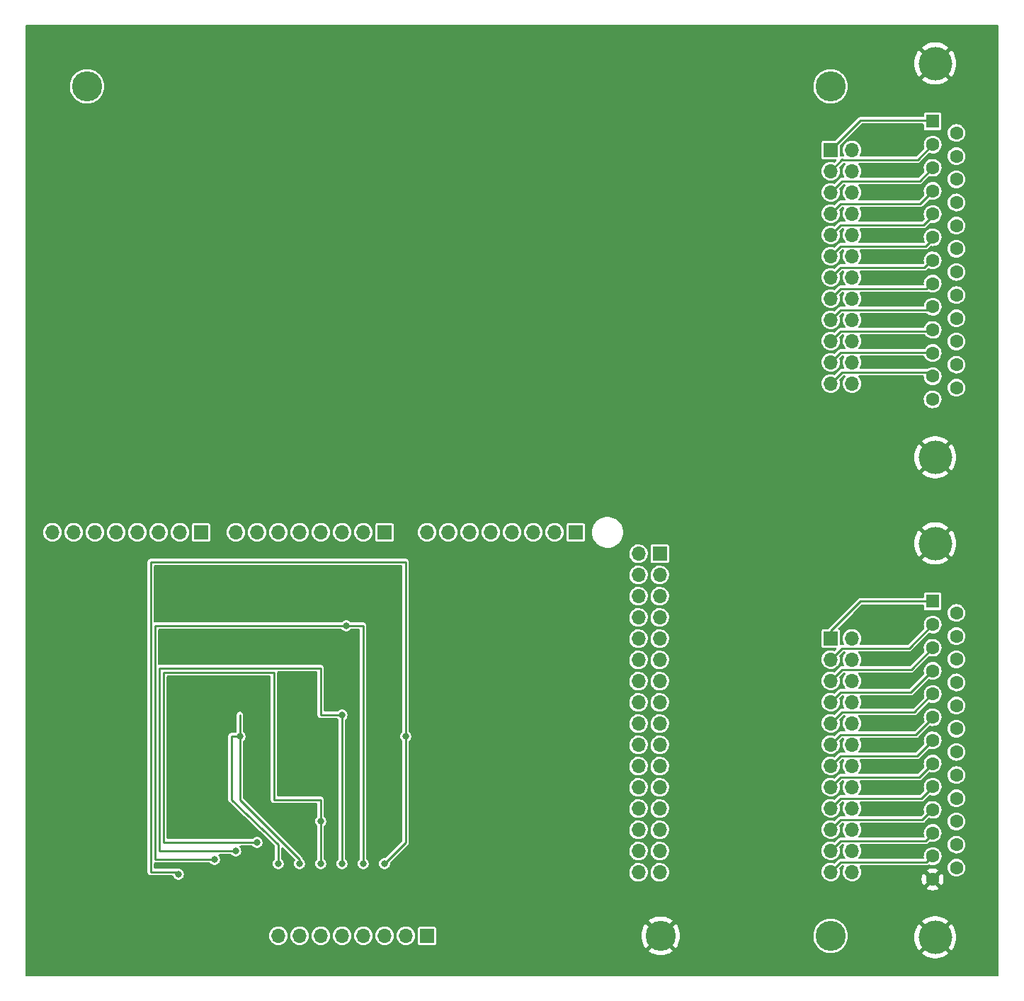
<source format=gbr>
%TF.GenerationSoftware,KiCad,Pcbnew,(6.0.5-0)*%
%TF.CreationDate,2022-11-03T10:05:23-06:00*%
%TF.ProjectId,mega_led_mapper_shield,6d656761-5f6c-4656-945f-6d6170706572,rev?*%
%TF.SameCoordinates,Original*%
%TF.FileFunction,Copper,L2,Bot*%
%TF.FilePolarity,Positive*%
%FSLAX46Y46*%
G04 Gerber Fmt 4.6, Leading zero omitted, Abs format (unit mm)*
G04 Created by KiCad (PCBNEW (6.0.5-0)) date 2022-11-03 10:05:23*
%MOMM*%
%LPD*%
G01*
G04 APERTURE LIST*
%TA.AperFunction,ComponentPad*%
%ADD10C,3.600000*%
%TD*%
%TA.AperFunction,ComponentPad*%
%ADD11R,1.700000X1.700000*%
%TD*%
%TA.AperFunction,ComponentPad*%
%ADD12O,1.700000X1.700000*%
%TD*%
%TA.AperFunction,ComponentPad*%
%ADD13C,4.000000*%
%TD*%
%TA.AperFunction,ComponentPad*%
%ADD14R,1.600000X1.600000*%
%TD*%
%TA.AperFunction,ComponentPad*%
%ADD15C,1.600000*%
%TD*%
%TA.AperFunction,ViaPad*%
%ADD16C,0.800000*%
%TD*%
%TA.AperFunction,Conductor*%
%ADD17C,0.250000*%
%TD*%
G04 APERTURE END LIST*
D10*
%TO.P,REF\u002A\u002A,1*%
%TO.N,N/C*%
X86360000Y-38100000D03*
%TD*%
%TO.P,REF\u002A\u002A,1*%
%TO.N,N/C*%
X86360000Y63500000D03*
%TD*%
%TO.P,REF\u002A\u002A,1*%
%TO.N,N/C*%
X-2540000Y63500000D03*
%TD*%
%TO.P,REF\u002A\u002A,1*%
%TO.N,/shield*%
X66040000Y-38100000D03*
%TD*%
D11*
%TO.P,J4,1,Pin_1*%
%TO.N,Net-(J4-Pad1)*%
X55880000Y10160000D03*
D12*
%TO.P,J4,2,Pin_2*%
%TO.N,Net-(J4-Pad2)*%
X53340000Y10160000D03*
%TO.P,J4,3,Pin_3*%
%TO.N,Net-(J4-Pad3)*%
X50800000Y10160000D03*
%TO.P,J4,4,Pin_4*%
%TO.N,Net-(J4-Pad4)*%
X48260000Y10160000D03*
%TO.P,J4,5,Pin_5*%
%TO.N,Net-(J4-Pad5)*%
X45720000Y10160000D03*
%TO.P,J4,6,Pin_6*%
%TO.N,Net-(J4-Pad6)*%
X43180000Y10160000D03*
%TO.P,J4,7,Pin_7*%
%TO.N,Net-(J4-Pad7)*%
X40640000Y10160000D03*
%TO.P,J4,8,Pin_8*%
%TO.N,Net-(J4-Pad8)*%
X38100000Y10160000D03*
%TD*%
D11*
%TO.P,J5,1,Pin_1*%
%TO.N,Net-(J5-Pad1)*%
X65938400Y7594600D03*
D12*
%TO.P,J5,2,Pin_2*%
%TO.N,Net-(J5-Pad2)*%
X63398400Y7594600D03*
%TO.P,J5,3,Pin_3*%
%TO.N,Net-(J5-Pad3)*%
X65938400Y5054600D03*
%TO.P,J5,4,Pin_4*%
%TO.N,Net-(J5-Pad4)*%
X63398400Y5054600D03*
%TO.P,J5,5,Pin_5*%
%TO.N,Net-(J5-Pad5)*%
X65938400Y2514600D03*
%TO.P,J5,6,Pin_6*%
%TO.N,Net-(J5-Pad6)*%
X63398400Y2514600D03*
%TO.P,J5,7,Pin_7*%
%TO.N,Net-(J5-Pad7)*%
X65938400Y-25400D03*
%TO.P,J5,8,Pin_8*%
%TO.N,Net-(J5-Pad8)*%
X63398400Y-25400D03*
%TO.P,J5,9,Pin_9*%
%TO.N,Net-(J5-Pad9)*%
X65938400Y-2565400D03*
%TO.P,J5,10,Pin_10*%
%TO.N,Net-(J5-Pad10)*%
X63398400Y-2565400D03*
%TO.P,J5,11,Pin_11*%
%TO.N,Net-(J5-Pad11)*%
X65938400Y-5105400D03*
%TO.P,J5,12,Pin_12*%
%TO.N,Net-(J5-Pad12)*%
X63398400Y-5105400D03*
%TO.P,J5,13,Pin_13*%
%TO.N,Net-(J5-Pad13)*%
X65938400Y-7645400D03*
%TO.P,J5,14,Pin_14*%
%TO.N,Net-(J5-Pad14)*%
X63398400Y-7645400D03*
%TO.P,J5,15,Pin_15*%
%TO.N,Net-(J5-Pad15)*%
X65938400Y-10185400D03*
%TO.P,J5,16,Pin_16*%
%TO.N,Net-(J5-Pad16)*%
X63398400Y-10185400D03*
%TO.P,J5,17,Pin_17*%
%TO.N,Net-(J5-Pad17)*%
X65938400Y-12725400D03*
%TO.P,J5,18,Pin_18*%
%TO.N,Net-(J5-Pad18)*%
X63398400Y-12725400D03*
%TO.P,J5,19,Pin_19*%
%TO.N,Net-(J5-Pad19)*%
X65938400Y-15265400D03*
%TO.P,J5,20,Pin_20*%
%TO.N,Net-(J5-Pad20)*%
X63398400Y-15265400D03*
%TO.P,J5,21,Pin_21*%
%TO.N,Net-(J5-Pad21)*%
X65938400Y-17805400D03*
%TO.P,J5,22,Pin_22*%
%TO.N,Net-(J5-Pad22)*%
X63398400Y-17805400D03*
%TO.P,J5,23,Pin_23*%
%TO.N,Net-(J5-Pad23)*%
X65938400Y-20345400D03*
%TO.P,J5,24,Pin_24*%
%TO.N,Net-(J5-Pad24)*%
X63398400Y-20345400D03*
%TO.P,J5,25,Pin_25*%
%TO.N,Net-(J5-Pad25)*%
X65938400Y-22885400D03*
%TO.P,J5,26,Pin_26*%
%TO.N,Net-(J5-Pad26)*%
X63398400Y-22885400D03*
%TO.P,J5,27,Pin_27*%
%TO.N,Net-(J5-Pad27)*%
X65938400Y-25425400D03*
%TO.P,J5,28,Pin_28*%
%TO.N,Net-(J5-Pad28)*%
X63398400Y-25425400D03*
%TO.P,J5,29,Pin_29*%
%TO.N,Net-(J5-Pad29)*%
X65938400Y-27965400D03*
%TO.P,J5,30,Pin_30*%
%TO.N,Net-(J5-Pad30)*%
X63398400Y-27965400D03*
%TO.P,J5,31,Pin_31*%
%TO.N,Net-(J5-Pad31)*%
X65938400Y-30505400D03*
%TO.P,J5,32,Pin_32*%
%TO.N,Net-(J5-Pad32)*%
X63398400Y-30505400D03*
%TD*%
D11*
%TO.P,J9,1,Pin_1*%
%TO.N,unconnected-(J9-Pad1)*%
X33020000Y10160000D03*
D12*
%TO.P,J9,2,Pin_2*%
%TO.N,unconnected-(J9-Pad2)*%
X30480000Y10160000D03*
%TO.P,J9,3,Pin_3*%
%TO.N,unconnected-(J9-Pad3)*%
X27940000Y10160000D03*
%TO.P,J9,4,Pin_4*%
%TO.N,unconnected-(J9-Pad4)*%
X25400000Y10160000D03*
%TO.P,J9,5,Pin_5*%
%TO.N,unconnected-(J9-Pad5)*%
X22860000Y10160000D03*
%TO.P,J9,6,Pin_6*%
%TO.N,unconnected-(J9-Pad6)*%
X20320000Y10160000D03*
%TO.P,J9,7,Pin_7*%
%TO.N,Net-(J9-Pad7)*%
X17780000Y10160000D03*
%TO.P,J9,8,Pin_8*%
%TO.N,Net-(J9-Pad8)*%
X15240000Y10160000D03*
%TD*%
D11*
%TO.P,J3,1,Pin_1*%
%TO.N,Net-(R3-Pad1)*%
X11084800Y10160000D03*
D12*
%TO.P,J3,2,Pin_2*%
%TO.N,Net-(J3-Pad2)*%
X8544800Y10160000D03*
%TO.P,J3,3,Pin_3*%
%TO.N,Net-(J3-Pad3)*%
X6004800Y10160000D03*
%TO.P,J3,4,Pin_4*%
%TO.N,Net-(J3-Pad4)*%
X3464800Y10160000D03*
%TO.P,J3,5,Pin_5*%
%TO.N,Net-(J3-Pad5)*%
X924800Y10160000D03*
%TO.P,J3,6,Pin_6*%
%TO.N,Net-(J3-Pad6)*%
X-1615200Y10160000D03*
%TO.P,J3,7,Pin_7*%
%TO.N,unconnected-(J3-Pad7)*%
X-4155200Y10160000D03*
%TO.P,J3,8,Pin_8*%
%TO.N,unconnected-(J3-Pad8)*%
X-6695200Y10160000D03*
%TD*%
D11*
%TO.P,J2,1,Pin_1*%
%TO.N,Net-(J1-Pad1)*%
X86360000Y55880000D03*
D12*
%TO.P,J2,2,Pin_2*%
%TO.N,Net-(J1-Pad14)*%
X88900000Y55880000D03*
%TO.P,J2,3,Pin_3*%
%TO.N,Net-(J1-Pad2)*%
X86360000Y53340000D03*
%TO.P,J2,4,Pin_4*%
%TO.N,Net-(J1-Pad15)*%
X88900000Y53340000D03*
%TO.P,J2,5,Pin_5*%
%TO.N,Net-(J1-Pad3)*%
X86360000Y50800000D03*
%TO.P,J2,6,Pin_6*%
%TO.N,Net-(J1-Pad16)*%
X88900000Y50800000D03*
%TO.P,J2,7,Pin_7*%
%TO.N,Net-(J1-Pad4)*%
X86360000Y48260000D03*
%TO.P,J2,8,Pin_8*%
%TO.N,Net-(J1-Pad17)*%
X88900000Y48260000D03*
%TO.P,J2,9,Pin_9*%
%TO.N,Net-(J1-Pad5)*%
X86360000Y45720000D03*
%TO.P,J2,10,Pin_10*%
%TO.N,Net-(J1-Pad18)*%
X88900000Y45720000D03*
%TO.P,J2,11,Pin_11*%
%TO.N,Net-(J1-Pad6)*%
X86360000Y43180000D03*
%TO.P,J2,12,Pin_12*%
%TO.N,Net-(J1-Pad19)*%
X88900000Y43180000D03*
%TO.P,J2,13,Pin_13*%
%TO.N,Net-(J1-Pad7)*%
X86360000Y40640000D03*
%TO.P,J2,14,Pin_14*%
%TO.N,Net-(J1-Pad20)*%
X88900000Y40640000D03*
%TO.P,J2,15,Pin_15*%
%TO.N,Net-(J1-Pad8)*%
X86360000Y38100000D03*
%TO.P,J2,16,Pin_16*%
%TO.N,Net-(J1-Pad21)*%
X88900000Y38100000D03*
%TO.P,J2,17,Pin_17*%
%TO.N,Net-(J1-Pad9)*%
X86360000Y35560000D03*
%TO.P,J2,18,Pin_18*%
%TO.N,Net-(J1-Pad22)*%
X88900000Y35560000D03*
%TO.P,J2,19,Pin_19*%
%TO.N,Net-(J1-Pad10)*%
X86360000Y33020000D03*
%TO.P,J2,20,Pin_20*%
%TO.N,Net-(J1-Pad23)*%
X88900000Y33020000D03*
%TO.P,J2,21,Pin_21*%
%TO.N,Net-(J1-Pad11)*%
X86360000Y30480000D03*
%TO.P,J2,22,Pin_22*%
%TO.N,Net-(J1-Pad24)*%
X88900000Y30480000D03*
%TO.P,J2,23,Pin_23*%
%TO.N,Net-(J1-Pad12)*%
X86360000Y27940000D03*
%TO.P,J2,24,Pin_24*%
%TO.N,Net-(J1-Pad25)*%
X88900000Y27940000D03*
%TD*%
D11*
%TO.P,J8,1,Pin_1*%
%TO.N,unconnected-(J8-Pad1)*%
X38100000Y-38100000D03*
D12*
%TO.P,J8,2,Pin_2*%
%TO.N,unconnected-(J8-Pad2)*%
X35560000Y-38100000D03*
%TO.P,J8,3,Pin_3*%
%TO.N,Net-(J8-Pad3)*%
X33020000Y-38100000D03*
%TO.P,J8,4,Pin_4*%
%TO.N,Net-(J8-Pad4)*%
X30480000Y-38100000D03*
%TO.P,J8,5,Pin_5*%
%TO.N,Net-(J8-Pad5)*%
X27940000Y-38100000D03*
%TO.P,J8,6,Pin_6*%
%TO.N,Net-(J8-Pad6)*%
X25400000Y-38100000D03*
%TO.P,J8,7,Pin_7*%
%TO.N,Net-(J8-Pad7)*%
X22860000Y-38100000D03*
%TO.P,J8,8,Pin_8*%
%TO.N,Net-(J8-Pad8)*%
X20320000Y-38100000D03*
%TD*%
D13*
%TO.P,J7,0,PAD*%
%TO.N,/shield*%
X98859669Y8823000D03*
X98859669Y-38277000D03*
D14*
%TO.P,J7,1,1*%
%TO.N,Net-(J6-Pad1)*%
X98559669Y1893000D03*
D15*
%TO.P,J7,2,2*%
%TO.N,Net-(J6-Pad3)*%
X98559669Y-877000D03*
%TO.P,J7,3,3*%
%TO.N,Net-(J6-Pad5)*%
X98559669Y-3647000D03*
%TO.P,J7,4,4*%
%TO.N,Net-(J6-Pad7)*%
X98559669Y-6417000D03*
%TO.P,J7,5,5*%
%TO.N,Net-(J6-Pad9)*%
X98559669Y-9187000D03*
%TO.P,J7,6,6*%
%TO.N,Net-(J6-Pad11)*%
X98559669Y-11957000D03*
%TO.P,J7,7,7*%
%TO.N,Net-(J6-Pad13)*%
X98559669Y-14727000D03*
%TO.P,J7,8,8*%
%TO.N,Net-(J6-Pad15)*%
X98559669Y-17497000D03*
%TO.P,J7,9,9*%
%TO.N,Net-(J6-Pad17)*%
X98559669Y-20267000D03*
%TO.P,J7,10,10*%
%TO.N,Net-(J6-Pad19)*%
X98559669Y-23037000D03*
%TO.P,J7,11,11*%
%TO.N,Net-(J6-Pad21)*%
X98559669Y-25807000D03*
%TO.P,J7,12,12*%
%TO.N,Net-(J6-Pad23)*%
X98559669Y-28577000D03*
%TO.P,J7,13,13*%
%TO.N,/shield*%
X98559669Y-31347000D03*
%TO.P,J7,14,P14*%
%TO.N,Net-(J6-Pad2)*%
X101399669Y508000D03*
%TO.P,J7,15,P15*%
%TO.N,Net-(J6-Pad4)*%
X101399669Y-2262000D03*
%TO.P,J7,16,P16*%
%TO.N,Net-(J6-Pad6)*%
X101399669Y-5032000D03*
%TO.P,J7,17,P17*%
%TO.N,Net-(J6-Pad8)*%
X101399669Y-7802000D03*
%TO.P,J7,18,P18*%
%TO.N,Net-(J6-Pad10)*%
X101399669Y-10572000D03*
%TO.P,J7,19,P19*%
%TO.N,Net-(J6-Pad12)*%
X101399669Y-13342000D03*
%TO.P,J7,20,P20*%
%TO.N,Net-(J6-Pad14)*%
X101399669Y-16112000D03*
%TO.P,J7,21,P21*%
%TO.N,Net-(J6-Pad16)*%
X101399669Y-18882000D03*
%TO.P,J7,22,P22*%
%TO.N,Net-(J6-Pad18)*%
X101399669Y-21652000D03*
%TO.P,J7,23,P23*%
%TO.N,Net-(J6-Pad20)*%
X101399669Y-24422000D03*
%TO.P,J7,24,P24*%
%TO.N,Net-(J6-Pad22)*%
X101399669Y-27192000D03*
%TO.P,J7,25,P25*%
%TO.N,Net-(J6-Pad24)*%
X101399669Y-29962000D03*
%TD*%
D13*
%TO.P,J1,0,PAD*%
%TO.N,/shield*%
X98859669Y66227000D03*
X98859669Y19127000D03*
D14*
%TO.P,J1,1,1*%
%TO.N,Net-(J1-Pad1)*%
X98559669Y59297000D03*
D15*
%TO.P,J1,2,2*%
%TO.N,Net-(J1-Pad2)*%
X98559669Y56527000D03*
%TO.P,J1,3,3*%
%TO.N,Net-(J1-Pad3)*%
X98559669Y53757000D03*
%TO.P,J1,4,4*%
%TO.N,Net-(J1-Pad4)*%
X98559669Y50987000D03*
%TO.P,J1,5,5*%
%TO.N,Net-(J1-Pad5)*%
X98559669Y48217000D03*
%TO.P,J1,6,6*%
%TO.N,Net-(J1-Pad6)*%
X98559669Y45447000D03*
%TO.P,J1,7,7*%
%TO.N,Net-(J1-Pad7)*%
X98559669Y42677000D03*
%TO.P,J1,8,8*%
%TO.N,Net-(J1-Pad8)*%
X98559669Y39907000D03*
%TO.P,J1,9,9*%
%TO.N,Net-(J1-Pad9)*%
X98559669Y37137000D03*
%TO.P,J1,10,10*%
%TO.N,Net-(J1-Pad10)*%
X98559669Y34367000D03*
%TO.P,J1,11,11*%
%TO.N,Net-(J1-Pad11)*%
X98559669Y31597000D03*
%TO.P,J1,12,12*%
%TO.N,Net-(J1-Pad12)*%
X98559669Y28827000D03*
%TO.P,J1,13,13*%
%TO.N,unconnected-(J1-Pad13)*%
X98559669Y26057000D03*
%TO.P,J1,14,P14*%
%TO.N,Net-(J1-Pad14)*%
X101399669Y57912000D03*
%TO.P,J1,15,P15*%
%TO.N,Net-(J1-Pad15)*%
X101399669Y55142000D03*
%TO.P,J1,16,P16*%
%TO.N,Net-(J1-Pad16)*%
X101399669Y52372000D03*
%TO.P,J1,17,P17*%
%TO.N,Net-(J1-Pad17)*%
X101399669Y49602000D03*
%TO.P,J1,18,P18*%
%TO.N,Net-(J1-Pad18)*%
X101399669Y46832000D03*
%TO.P,J1,19,P19*%
%TO.N,Net-(J1-Pad19)*%
X101399669Y44062000D03*
%TO.P,J1,20,P20*%
%TO.N,Net-(J1-Pad20)*%
X101399669Y41292000D03*
%TO.P,J1,21,P21*%
%TO.N,Net-(J1-Pad21)*%
X101399669Y38522000D03*
%TO.P,J1,22,P22*%
%TO.N,Net-(J1-Pad22)*%
X101399669Y35752000D03*
%TO.P,J1,23,P23*%
%TO.N,Net-(J1-Pad23)*%
X101399669Y32982000D03*
%TO.P,J1,24,P24*%
%TO.N,Net-(J1-Pad24)*%
X101399669Y30212000D03*
%TO.P,J1,25,P25*%
%TO.N,Net-(J1-Pad25)*%
X101399669Y27442000D03*
%TD*%
D11*
%TO.P,J6,1,Pin_1*%
%TO.N,Net-(J6-Pad1)*%
X86355000Y-2535000D03*
D12*
%TO.P,J6,2,Pin_2*%
%TO.N,Net-(J6-Pad2)*%
X88895000Y-2535000D03*
%TO.P,J6,3,Pin_3*%
%TO.N,Net-(J6-Pad3)*%
X86355000Y-5075000D03*
%TO.P,J6,4,Pin_4*%
%TO.N,Net-(J6-Pad4)*%
X88895000Y-5075000D03*
%TO.P,J6,5,Pin_5*%
%TO.N,Net-(J6-Pad5)*%
X86355000Y-7615000D03*
%TO.P,J6,6,Pin_6*%
%TO.N,Net-(J6-Pad6)*%
X88895000Y-7615000D03*
%TO.P,J6,7,Pin_7*%
%TO.N,Net-(J6-Pad7)*%
X86355000Y-10155000D03*
%TO.P,J6,8,Pin_8*%
%TO.N,Net-(J6-Pad8)*%
X88895000Y-10155000D03*
%TO.P,J6,9,Pin_9*%
%TO.N,Net-(J6-Pad9)*%
X86355000Y-12695000D03*
%TO.P,J6,10,Pin_10*%
%TO.N,Net-(J6-Pad10)*%
X88895000Y-12695000D03*
%TO.P,J6,11,Pin_11*%
%TO.N,Net-(J6-Pad11)*%
X86355000Y-15235000D03*
%TO.P,J6,12,Pin_12*%
%TO.N,Net-(J6-Pad12)*%
X88895000Y-15235000D03*
%TO.P,J6,13,Pin_13*%
%TO.N,Net-(J6-Pad13)*%
X86355000Y-17775000D03*
%TO.P,J6,14,Pin_14*%
%TO.N,Net-(J6-Pad14)*%
X88895000Y-17775000D03*
%TO.P,J6,15,Pin_15*%
%TO.N,Net-(J6-Pad15)*%
X86355000Y-20315000D03*
%TO.P,J6,16,Pin_16*%
%TO.N,Net-(J6-Pad16)*%
X88895000Y-20315000D03*
%TO.P,J6,17,Pin_17*%
%TO.N,Net-(J6-Pad17)*%
X86355000Y-22855000D03*
%TO.P,J6,18,Pin_18*%
%TO.N,Net-(J6-Pad18)*%
X88895000Y-22855000D03*
%TO.P,J6,19,Pin_19*%
%TO.N,Net-(J6-Pad19)*%
X86355000Y-25395000D03*
%TO.P,J6,20,Pin_20*%
%TO.N,Net-(J6-Pad20)*%
X88895000Y-25395000D03*
%TO.P,J6,21,Pin_21*%
%TO.N,Net-(J6-Pad21)*%
X86355000Y-27935000D03*
%TO.P,J6,22,Pin_22*%
%TO.N,Net-(J6-Pad22)*%
X88895000Y-27935000D03*
%TO.P,J6,23,Pin_23*%
%TO.N,Net-(J6-Pad23)*%
X86355000Y-30475000D03*
%TO.P,J6,24,Pin_24*%
%TO.N,Net-(J6-Pad24)*%
X88895000Y-30475000D03*
%TD*%
D16*
%TO.N,Net-(R49-Pad2)*%
X15748000Y-14224000D03*
X20320000Y-29464000D03*
X22860000Y-29464000D03*
%TO.N,Net-(R51-Pad2)*%
X17780000Y-26924000D03*
X25400000Y-24384000D03*
X25400000Y-29464000D03*
%TO.N,Net-(R53-Pad2)*%
X15235701Y-27944299D03*
X27940000Y-11684000D03*
X27940000Y-29464000D03*
%TO.N,Net-(R55-Pad2)*%
X12700000Y-28956000D03*
X28448000Y-1016000D03*
X30480000Y-29464000D03*
%TO.N,Net-(R57-Pad2)*%
X8382000Y-30734000D03*
X35560000Y-14224000D03*
X33020000Y-29464000D03*
%TD*%
D17*
%TO.N,Net-(R49-Pad2)*%
X15748000Y-14224000D02*
X15748000Y-11684000D01*
X15748000Y-14224000D02*
X14732000Y-14224000D01*
X14732000Y-14224000D02*
X14732000Y-21844000D01*
X14732000Y-21844000D02*
X20320000Y-27178000D01*
X20320000Y-27178000D02*
X20320000Y-29464000D01*
X15748000Y-21844000D02*
X15748000Y-14224000D01*
X22860000Y-28956000D02*
X15748000Y-21844000D01*
X22860000Y-29464000D02*
X22860000Y-28956000D01*
%TO.N,Net-(R51-Pad2)*%
X6604000Y-26924000D02*
X6604000Y-6604000D01*
X6604000Y-6604000D02*
X19812000Y-6604000D01*
X19812000Y-6604000D02*
X19812000Y-21844000D01*
X25400000Y-21844000D02*
X25400000Y-24384000D01*
X19812000Y-21844000D02*
X25400000Y-21844000D01*
X17780000Y-26924000D02*
X6604000Y-26924000D01*
X25400000Y-29464000D02*
X25400000Y-24384000D01*
%TO.N,Net-(R53-Pad2)*%
X15235701Y-27944299D02*
X6100299Y-27944299D01*
X25400000Y-6096000D02*
X25400000Y-11684000D01*
X6100299Y-27944299D02*
X6096000Y-27940000D01*
X25400000Y-11684000D02*
X27940000Y-11684000D01*
X6096000Y-6096000D02*
X25400000Y-6096000D01*
X6096000Y-27940000D02*
X6096000Y-6096000D01*
X27940000Y-29464000D02*
X27940000Y-11684000D01*
%TO.N,Net-(R55-Pad2)*%
X12700000Y-28956000D02*
X5588000Y-28956000D01*
X28448000Y-1016000D02*
X5588000Y-1016000D01*
X30480000Y-1016000D02*
X28448000Y-1016000D01*
X30480000Y-29464000D02*
X30480000Y-1016000D01*
%TO.N,Net-(R57-Pad2)*%
X5080000Y-30480000D02*
X8128000Y-30480000D01*
X8128000Y-30480000D02*
X8382000Y-30734000D01*
X35560000Y-14224000D02*
X35560000Y6604000D01*
X35560000Y6604000D02*
X5080000Y6604000D01*
X35560000Y-26924000D02*
X35560000Y-14224000D01*
X33020000Y-29464000D02*
X35560000Y-26924000D01*
%TO.N,Net-(J1-Pad1)*%
X86360000Y55880000D02*
X89916000Y59436000D01*
X89916000Y59436000D02*
X98806000Y59436000D01*
%TO.N,Net-(J1-Pad2)*%
X87788511Y54705489D02*
X96742489Y54705489D01*
X96742489Y54705489D02*
X98552000Y56515000D01*
X87757000Y54737000D02*
X87788511Y54705489D01*
X86360000Y53340000D02*
X87757000Y54737000D01*
%TO.N,Net-(J1-Pad3)*%
X96996489Y52165489D02*
X98552000Y53721000D01*
X86360000Y50800000D02*
X87725489Y52165489D01*
X87725489Y52165489D02*
X96996489Y52165489D01*
%TO.N,Net-(J1-Pad4)*%
X87534511Y49434511D02*
X97059511Y49434511D01*
X86360000Y48260000D02*
X87534511Y49434511D01*
X97059511Y49434511D02*
X98552000Y50927000D01*
%TO.N,Net-(J1-Pad5)*%
X97440511Y46894511D02*
X98552000Y48006000D01*
X87534511Y46894511D02*
X97440511Y46894511D01*
X86360000Y45720000D02*
X87534511Y46894511D01*
%TO.N,Net-(J1-Pad6)*%
X87534511Y44354511D02*
X97694511Y44354511D01*
X97694511Y44354511D02*
X98806000Y45466000D01*
X86360000Y43180000D02*
X87534511Y44354511D01*
%TO.N,Net-(J1-Pad7)*%
X87534511Y41814511D02*
X97567511Y41814511D01*
X86360000Y40640000D02*
X87534511Y41814511D01*
X97567511Y41814511D02*
X98425000Y42672000D01*
%TO.N,Net-(J1-Pad8)*%
X86360000Y38100000D02*
X87534511Y39274511D01*
X87534511Y39274511D02*
X97821511Y39274511D01*
X97821511Y39274511D02*
X98552000Y40005000D01*
%TO.N,Net-(J1-Pad9)*%
X98202511Y36734511D02*
X98552000Y37084000D01*
X87534511Y36734511D02*
X98202511Y36734511D01*
X86360000Y35560000D02*
X87534511Y36734511D01*
%TO.N,Net-(J1-Pad10)*%
X86360000Y33020000D02*
X87534511Y34194511D01*
X87534511Y34194511D02*
X98456511Y34194511D01*
X98456511Y34194511D02*
X98552000Y34290000D01*
%TO.N,Net-(J1-Pad11)*%
X87534511Y31654511D02*
X98139489Y31654511D01*
X98139489Y31654511D02*
X98425000Y31369000D01*
X86360000Y30480000D02*
X87534511Y31654511D01*
%TO.N,Net-(J1-Pad12)*%
X86360000Y27940000D02*
X87725489Y29305489D01*
X98202511Y29305489D02*
X98679000Y28829000D01*
X87725489Y29305489D02*
X98202511Y29305489D01*
%TO.N,Net-(J6-Pad1)*%
X86355000Y-1656000D02*
X89916000Y1905000D01*
X89916000Y1905000D02*
X98679000Y1905000D01*
X86355000Y-2535000D02*
X86355000Y-1656000D01*
%TO.N,Net-(J6-Pad3)*%
X95731489Y-3709511D02*
X98552000Y-889000D01*
X86355000Y-5075000D02*
X87720489Y-3709511D01*
X87720489Y-3709511D02*
X95731489Y-3709511D01*
%TO.N,Net-(J6-Pad5)*%
X95985489Y-6249511D02*
X98552000Y-3683000D01*
X87720489Y-6249511D02*
X95985489Y-6249511D01*
X86355000Y-7615000D02*
X87720489Y-6249511D01*
%TO.N,Net-(J6-Pad7)*%
X95921511Y-8980489D02*
X98552000Y-6350000D01*
X86355000Y-10155000D02*
X87529511Y-8980489D01*
X87529511Y-8980489D02*
X95921511Y-8980489D01*
%TO.N,Net-(J6-Pad9)*%
X87720489Y-11329511D02*
X96366489Y-11329511D01*
X96366489Y-11329511D02*
X98425000Y-9271000D01*
X86355000Y-12695000D02*
X87720489Y-11329511D01*
X98425000Y-9271000D02*
X98552000Y-9271000D01*
%TO.N,Net-(J6-Pad11)*%
X86355000Y-15235000D02*
X87529511Y-14060489D01*
X87529511Y-14060489D02*
X96556511Y-14060489D01*
X96556511Y-14060489D02*
X98679000Y-11938000D01*
%TO.N,Net-(J6-Pad13)*%
X96683511Y-16600489D02*
X98552000Y-14732000D01*
X86355000Y-17775000D02*
X87529511Y-16600489D01*
X87529511Y-16600489D02*
X96683511Y-16600489D01*
%TO.N,Net-(J6-Pad15)*%
X86355000Y-20315000D02*
X87529511Y-19140489D01*
X87529511Y-19140489D02*
X96937511Y-19140489D01*
X96937511Y-19140489D02*
X98552000Y-17526000D01*
%TO.N,Net-(J6-Pad17)*%
X97191511Y-21680489D02*
X98552000Y-20320000D01*
X86355000Y-22855000D02*
X87529511Y-21680489D01*
X87529511Y-21680489D02*
X97191511Y-21680489D01*
%TO.N,Net-(J6-Pad19)*%
X87529511Y-24220489D02*
X97318511Y-24220489D01*
X86355000Y-25395000D02*
X87529511Y-24220489D01*
X97318511Y-24220489D02*
X98425000Y-23114000D01*
%TO.N,Net-(J6-Pad21)*%
X97699511Y-26760489D02*
X98552000Y-25908000D01*
X86355000Y-27935000D02*
X87529511Y-26760489D01*
X87529511Y-26760489D02*
X97699511Y-26760489D01*
%TO.N,Net-(J6-Pad23)*%
X87529511Y-29300489D02*
X97826511Y-29300489D01*
X97826511Y-29300489D02*
X98552000Y-28575000D01*
X86355000Y-30475000D02*
X87529511Y-29300489D01*
%TO.N,Net-(R55-Pad2)*%
X5588000Y-1016000D02*
X5588000Y-28956000D01*
%TO.N,Net-(R57-Pad2)*%
X5080000Y6604000D02*
X5080000Y-30480000D01*
%TD*%
%TA.AperFunction,Conductor*%
%TO.N,/shield*%
G36*
X106367621Y70845498D02*
G01*
X106414114Y70791842D01*
X106425500Y70739500D01*
X106425500Y-42799500D01*
X106405498Y-42867621D01*
X106351842Y-42914114D01*
X106299500Y-42925500D01*
X-9779500Y-42925500D01*
X-9847621Y-42905498D01*
X-9894114Y-42851842D01*
X-9905500Y-42799500D01*
X-9905500Y-39904286D01*
X64601171Y-39904286D01*
X64607628Y-39913646D01*
X64628864Y-39932270D01*
X64635395Y-39937281D01*
X64880091Y-40100781D01*
X64887228Y-40104902D01*
X65151174Y-40235065D01*
X65158778Y-40238215D01*
X65437457Y-40332814D01*
X65445409Y-40334945D01*
X65734056Y-40392360D01*
X65742214Y-40393434D01*
X66035881Y-40412682D01*
X66044119Y-40412682D01*
X66337786Y-40393434D01*
X66345944Y-40392360D01*
X66634591Y-40334945D01*
X66642543Y-40332814D01*
X66921222Y-40238215D01*
X66928826Y-40235065D01*
X66953318Y-40222987D01*
X97278390Y-40222987D01*
X97287217Y-40234605D01*
X97509950Y-40396430D01*
X97516630Y-40400670D01*
X97786241Y-40548890D01*
X97793376Y-40552247D01*
X98079439Y-40665508D01*
X98086965Y-40667953D01*
X98384948Y-40744462D01*
X98392719Y-40745945D01*
X98697947Y-40784503D01*
X98705838Y-40785000D01*
X99013500Y-40785000D01*
X99021391Y-40784503D01*
X99326619Y-40745945D01*
X99334390Y-40744462D01*
X99632373Y-40667953D01*
X99639899Y-40665508D01*
X99925962Y-40552247D01*
X99933097Y-40548890D01*
X100202708Y-40400670D01*
X100209388Y-40396430D01*
X100432492Y-40234336D01*
X100440915Y-40223413D01*
X100434011Y-40210552D01*
X98872481Y-38649022D01*
X98858537Y-38641408D01*
X98856704Y-38641539D01*
X98850089Y-38645790D01*
X97285003Y-40210876D01*
X97278390Y-40222987D01*
X66953318Y-40222987D01*
X67192772Y-40104902D01*
X67199909Y-40100781D01*
X67444605Y-39937281D01*
X67451136Y-39932270D01*
X67470507Y-39915281D01*
X67478903Y-39902044D01*
X67473069Y-39892279D01*
X66052812Y-38472022D01*
X66038868Y-38464408D01*
X66037035Y-38464539D01*
X66030420Y-38468790D01*
X64608685Y-39890525D01*
X64601171Y-39904286D01*
X-9905500Y-39904286D01*
X-9905500Y-38070964D01*
X19211148Y-38070964D01*
X19224424Y-38273522D01*
X19225845Y-38279118D01*
X19225846Y-38279123D01*
X19244815Y-38353812D01*
X19274392Y-38470269D01*
X19276809Y-38475512D01*
X19314010Y-38556208D01*
X19359377Y-38654616D01*
X19476533Y-38820389D01*
X19621938Y-38962035D01*
X19790720Y-39074812D01*
X19796023Y-39077090D01*
X19796026Y-39077092D01*
X19927283Y-39133484D01*
X19977228Y-39154942D01*
X20050244Y-39171464D01*
X20169579Y-39198467D01*
X20169584Y-39198468D01*
X20175216Y-39199742D01*
X20180987Y-39199969D01*
X20180989Y-39199969D01*
X20240756Y-39202317D01*
X20378053Y-39207712D01*
X20485348Y-39192155D01*
X20573231Y-39179413D01*
X20573236Y-39179412D01*
X20578945Y-39178584D01*
X20584409Y-39176729D01*
X20584414Y-39176728D01*
X20765693Y-39115192D01*
X20765698Y-39115190D01*
X20771165Y-39113334D01*
X20948276Y-39014147D01*
X20987868Y-38981219D01*
X21087871Y-38898046D01*
X21104345Y-38884345D01*
X21234147Y-38728276D01*
X21333334Y-38551165D01*
X21335190Y-38545698D01*
X21335192Y-38545693D01*
X21396728Y-38364414D01*
X21396729Y-38364409D01*
X21398584Y-38358945D01*
X21399412Y-38353236D01*
X21399413Y-38353231D01*
X21427179Y-38161727D01*
X21427712Y-38158053D01*
X21429232Y-38100000D01*
X21426564Y-38070964D01*
X21751148Y-38070964D01*
X21764424Y-38273522D01*
X21765845Y-38279118D01*
X21765846Y-38279123D01*
X21784815Y-38353812D01*
X21814392Y-38470269D01*
X21816809Y-38475512D01*
X21854010Y-38556208D01*
X21899377Y-38654616D01*
X22016533Y-38820389D01*
X22161938Y-38962035D01*
X22330720Y-39074812D01*
X22336023Y-39077090D01*
X22336026Y-39077092D01*
X22467283Y-39133484D01*
X22517228Y-39154942D01*
X22590244Y-39171464D01*
X22709579Y-39198467D01*
X22709584Y-39198468D01*
X22715216Y-39199742D01*
X22720987Y-39199969D01*
X22720989Y-39199969D01*
X22780756Y-39202317D01*
X22918053Y-39207712D01*
X23025348Y-39192155D01*
X23113231Y-39179413D01*
X23113236Y-39179412D01*
X23118945Y-39178584D01*
X23124409Y-39176729D01*
X23124414Y-39176728D01*
X23305693Y-39115192D01*
X23305698Y-39115190D01*
X23311165Y-39113334D01*
X23488276Y-39014147D01*
X23527868Y-38981219D01*
X23627871Y-38898046D01*
X23644345Y-38884345D01*
X23774147Y-38728276D01*
X23873334Y-38551165D01*
X23875190Y-38545698D01*
X23875192Y-38545693D01*
X23936728Y-38364414D01*
X23936729Y-38364409D01*
X23938584Y-38358945D01*
X23939412Y-38353236D01*
X23939413Y-38353231D01*
X23967179Y-38161727D01*
X23967712Y-38158053D01*
X23969232Y-38100000D01*
X23966564Y-38070964D01*
X24291148Y-38070964D01*
X24304424Y-38273522D01*
X24305845Y-38279118D01*
X24305846Y-38279123D01*
X24324815Y-38353812D01*
X24354392Y-38470269D01*
X24356809Y-38475512D01*
X24394010Y-38556208D01*
X24439377Y-38654616D01*
X24556533Y-38820389D01*
X24701938Y-38962035D01*
X24870720Y-39074812D01*
X24876023Y-39077090D01*
X24876026Y-39077092D01*
X25007283Y-39133484D01*
X25057228Y-39154942D01*
X25130244Y-39171464D01*
X25249579Y-39198467D01*
X25249584Y-39198468D01*
X25255216Y-39199742D01*
X25260987Y-39199969D01*
X25260989Y-39199969D01*
X25320756Y-39202317D01*
X25458053Y-39207712D01*
X25565348Y-39192155D01*
X25653231Y-39179413D01*
X25653236Y-39179412D01*
X25658945Y-39178584D01*
X25664409Y-39176729D01*
X25664414Y-39176728D01*
X25845693Y-39115192D01*
X25845698Y-39115190D01*
X25851165Y-39113334D01*
X26028276Y-39014147D01*
X26067868Y-38981219D01*
X26167871Y-38898046D01*
X26184345Y-38884345D01*
X26314147Y-38728276D01*
X26413334Y-38551165D01*
X26415190Y-38545698D01*
X26415192Y-38545693D01*
X26476728Y-38364414D01*
X26476729Y-38364409D01*
X26478584Y-38358945D01*
X26479412Y-38353236D01*
X26479413Y-38353231D01*
X26507179Y-38161727D01*
X26507712Y-38158053D01*
X26509232Y-38100000D01*
X26506564Y-38070964D01*
X26831148Y-38070964D01*
X26844424Y-38273522D01*
X26845845Y-38279118D01*
X26845846Y-38279123D01*
X26864815Y-38353812D01*
X26894392Y-38470269D01*
X26896809Y-38475512D01*
X26934010Y-38556208D01*
X26979377Y-38654616D01*
X27096533Y-38820389D01*
X27241938Y-38962035D01*
X27410720Y-39074812D01*
X27416023Y-39077090D01*
X27416026Y-39077092D01*
X27547283Y-39133484D01*
X27597228Y-39154942D01*
X27670244Y-39171464D01*
X27789579Y-39198467D01*
X27789584Y-39198468D01*
X27795216Y-39199742D01*
X27800987Y-39199969D01*
X27800989Y-39199969D01*
X27860756Y-39202317D01*
X27998053Y-39207712D01*
X28105348Y-39192155D01*
X28193231Y-39179413D01*
X28193236Y-39179412D01*
X28198945Y-39178584D01*
X28204409Y-39176729D01*
X28204414Y-39176728D01*
X28385693Y-39115192D01*
X28385698Y-39115190D01*
X28391165Y-39113334D01*
X28568276Y-39014147D01*
X28607868Y-38981219D01*
X28707871Y-38898046D01*
X28724345Y-38884345D01*
X28854147Y-38728276D01*
X28953334Y-38551165D01*
X28955190Y-38545698D01*
X28955192Y-38545693D01*
X29016728Y-38364414D01*
X29016729Y-38364409D01*
X29018584Y-38358945D01*
X29019412Y-38353236D01*
X29019413Y-38353231D01*
X29047179Y-38161727D01*
X29047712Y-38158053D01*
X29049232Y-38100000D01*
X29046564Y-38070964D01*
X29371148Y-38070964D01*
X29384424Y-38273522D01*
X29385845Y-38279118D01*
X29385846Y-38279123D01*
X29404815Y-38353812D01*
X29434392Y-38470269D01*
X29436809Y-38475512D01*
X29474010Y-38556208D01*
X29519377Y-38654616D01*
X29636533Y-38820389D01*
X29781938Y-38962035D01*
X29950720Y-39074812D01*
X29956023Y-39077090D01*
X29956026Y-39077092D01*
X30087283Y-39133484D01*
X30137228Y-39154942D01*
X30210244Y-39171464D01*
X30329579Y-39198467D01*
X30329584Y-39198468D01*
X30335216Y-39199742D01*
X30340987Y-39199969D01*
X30340989Y-39199969D01*
X30400756Y-39202317D01*
X30538053Y-39207712D01*
X30645348Y-39192155D01*
X30733231Y-39179413D01*
X30733236Y-39179412D01*
X30738945Y-39178584D01*
X30744409Y-39176729D01*
X30744414Y-39176728D01*
X30925693Y-39115192D01*
X30925698Y-39115190D01*
X30931165Y-39113334D01*
X31108276Y-39014147D01*
X31147868Y-38981219D01*
X31247871Y-38898046D01*
X31264345Y-38884345D01*
X31394147Y-38728276D01*
X31493334Y-38551165D01*
X31495190Y-38545698D01*
X31495192Y-38545693D01*
X31556728Y-38364414D01*
X31556729Y-38364409D01*
X31558584Y-38358945D01*
X31559412Y-38353236D01*
X31559413Y-38353231D01*
X31587179Y-38161727D01*
X31587712Y-38158053D01*
X31589232Y-38100000D01*
X31586564Y-38070964D01*
X31911148Y-38070964D01*
X31924424Y-38273522D01*
X31925845Y-38279118D01*
X31925846Y-38279123D01*
X31944815Y-38353812D01*
X31974392Y-38470269D01*
X31976809Y-38475512D01*
X32014010Y-38556208D01*
X32059377Y-38654616D01*
X32176533Y-38820389D01*
X32321938Y-38962035D01*
X32490720Y-39074812D01*
X32496023Y-39077090D01*
X32496026Y-39077092D01*
X32627283Y-39133484D01*
X32677228Y-39154942D01*
X32750244Y-39171464D01*
X32869579Y-39198467D01*
X32869584Y-39198468D01*
X32875216Y-39199742D01*
X32880987Y-39199969D01*
X32880989Y-39199969D01*
X32940756Y-39202317D01*
X33078053Y-39207712D01*
X33185348Y-39192155D01*
X33273231Y-39179413D01*
X33273236Y-39179412D01*
X33278945Y-39178584D01*
X33284409Y-39176729D01*
X33284414Y-39176728D01*
X33465693Y-39115192D01*
X33465698Y-39115190D01*
X33471165Y-39113334D01*
X33648276Y-39014147D01*
X33687868Y-38981219D01*
X33787871Y-38898046D01*
X33804345Y-38884345D01*
X33934147Y-38728276D01*
X34033334Y-38551165D01*
X34035190Y-38545698D01*
X34035192Y-38545693D01*
X34096728Y-38364414D01*
X34096729Y-38364409D01*
X34098584Y-38358945D01*
X34099412Y-38353236D01*
X34099413Y-38353231D01*
X34127179Y-38161727D01*
X34127712Y-38158053D01*
X34129232Y-38100000D01*
X34126564Y-38070964D01*
X34451148Y-38070964D01*
X34464424Y-38273522D01*
X34465845Y-38279118D01*
X34465846Y-38279123D01*
X34484815Y-38353812D01*
X34514392Y-38470269D01*
X34516809Y-38475512D01*
X34554010Y-38556208D01*
X34599377Y-38654616D01*
X34716533Y-38820389D01*
X34861938Y-38962035D01*
X35030720Y-39074812D01*
X35036023Y-39077090D01*
X35036026Y-39077092D01*
X35167283Y-39133484D01*
X35217228Y-39154942D01*
X35290244Y-39171464D01*
X35409579Y-39198467D01*
X35409584Y-39198468D01*
X35415216Y-39199742D01*
X35420987Y-39199969D01*
X35420989Y-39199969D01*
X35480756Y-39202317D01*
X35618053Y-39207712D01*
X35725348Y-39192155D01*
X35813231Y-39179413D01*
X35813236Y-39179412D01*
X35818945Y-39178584D01*
X35824409Y-39176729D01*
X35824414Y-39176728D01*
X36005693Y-39115192D01*
X36005698Y-39115190D01*
X36011165Y-39113334D01*
X36188276Y-39014147D01*
X36227868Y-38981219D01*
X36327871Y-38898046D01*
X36344345Y-38884345D01*
X36474147Y-38728276D01*
X36573334Y-38551165D01*
X36575190Y-38545698D01*
X36575192Y-38545693D01*
X36636728Y-38364414D01*
X36636729Y-38364409D01*
X36638584Y-38358945D01*
X36639412Y-38353236D01*
X36639413Y-38353231D01*
X36667179Y-38161727D01*
X36667712Y-38158053D01*
X36669232Y-38100000D01*
X36656920Y-37966006D01*
X36651187Y-37903613D01*
X36651186Y-37903610D01*
X36650658Y-37897859D01*
X36649090Y-37892299D01*
X36597125Y-37708046D01*
X36597124Y-37708044D01*
X36595557Y-37702487D01*
X36584978Y-37681033D01*
X36508331Y-37525609D01*
X36505776Y-37520428D01*
X36384320Y-37357779D01*
X36240609Y-37224933D01*
X36995500Y-37224933D01*
X36995501Y-38975066D01*
X37010266Y-39049301D01*
X37017161Y-39059620D01*
X37017162Y-39059622D01*
X37057516Y-39120015D01*
X37066516Y-39133484D01*
X37150699Y-39189734D01*
X37224933Y-39204500D01*
X38099858Y-39204500D01*
X38975066Y-39204499D01*
X39010818Y-39197388D01*
X39037126Y-39192156D01*
X39037128Y-39192155D01*
X39049301Y-39189734D01*
X39059621Y-39182839D01*
X39059622Y-39182838D01*
X39123168Y-39140377D01*
X39133484Y-39133484D01*
X39189734Y-39049301D01*
X39204500Y-38975067D01*
X39204500Y-38104119D01*
X63727318Y-38104119D01*
X63746566Y-38397786D01*
X63747640Y-38405944D01*
X63805055Y-38694591D01*
X63807186Y-38702543D01*
X63901784Y-38981219D01*
X63904935Y-38988826D01*
X64035098Y-39252772D01*
X64039219Y-39259909D01*
X64202719Y-39504605D01*
X64207730Y-39511136D01*
X64224719Y-39530507D01*
X64237956Y-39538903D01*
X64247721Y-39533069D01*
X65667978Y-38112812D01*
X65674356Y-38101132D01*
X66404408Y-38101132D01*
X66404539Y-38102965D01*
X66408790Y-38109580D01*
X67830525Y-39531315D01*
X67844286Y-39538829D01*
X67853646Y-39532372D01*
X67872270Y-39511136D01*
X67877281Y-39504605D01*
X68040781Y-39259909D01*
X68044902Y-39252772D01*
X68175065Y-38988826D01*
X68178216Y-38981219D01*
X68272814Y-38702543D01*
X68274945Y-38694591D01*
X68332360Y-38405944D01*
X68333434Y-38397786D01*
X68352682Y-38104119D01*
X68352682Y-38095881D01*
X68351539Y-38078435D01*
X84300812Y-38078435D01*
X84316937Y-38358099D01*
X84317762Y-38362306D01*
X84317763Y-38362311D01*
X84330322Y-38426324D01*
X84370868Y-38632986D01*
X84373796Y-38641539D01*
X84455410Y-38879913D01*
X84461606Y-38898011D01*
X84587473Y-39148269D01*
X84746139Y-39379130D01*
X84749020Y-39382296D01*
X84886213Y-39533069D01*
X84934669Y-39586322D01*
X85149573Y-39766010D01*
X85153199Y-39768285D01*
X85153201Y-39768286D01*
X85208661Y-39803076D01*
X85386876Y-39914869D01*
X85390778Y-39916631D01*
X85390782Y-39916633D01*
X85638273Y-40028380D01*
X85638277Y-40028382D01*
X85642185Y-40030146D01*
X85646305Y-40031366D01*
X85646304Y-40031366D01*
X85906664Y-40108488D01*
X85906668Y-40108489D01*
X85910777Y-40109706D01*
X85915014Y-40110354D01*
X85915017Y-40110355D01*
X85999874Y-40123340D01*
X86187682Y-40152079D01*
X86330296Y-40154319D01*
X86463484Y-40156412D01*
X86463490Y-40156412D01*
X86467775Y-40156479D01*
X86745875Y-40122825D01*
X87016833Y-40051740D01*
X87275638Y-39944540D01*
X87288061Y-39937281D01*
X87513801Y-39805369D01*
X87513802Y-39805369D01*
X87517499Y-39803208D01*
X87737941Y-39630359D01*
X87932886Y-39429192D01*
X87935419Y-39425744D01*
X87935423Y-39425739D01*
X88096187Y-39206884D01*
X88096188Y-39206883D01*
X88098725Y-39203429D01*
X88106161Y-39189734D01*
X88230341Y-38961023D01*
X88230342Y-38961021D01*
X88232391Y-38957247D01*
X88331409Y-38695203D01*
X88393948Y-38422146D01*
X88406548Y-38280958D01*
X96346959Y-38280958D01*
X96366276Y-38587994D01*
X96367269Y-38595855D01*
X96424915Y-38898046D01*
X96426886Y-38905723D01*
X96521953Y-39198309D01*
X96524868Y-39205672D01*
X96655858Y-39484041D01*
X96659670Y-39490974D01*
X96824520Y-39750736D01*
X96829164Y-39757129D01*
X96904166Y-39847790D01*
X96916683Y-39856245D01*
X96927421Y-39850038D01*
X98487647Y-38289812D01*
X98494025Y-38278132D01*
X99224077Y-38278132D01*
X99224208Y-38279965D01*
X99228459Y-38286580D01*
X100790814Y-39848935D01*
X100804076Y-39856177D01*
X100814181Y-39848988D01*
X100890174Y-39757129D01*
X100894818Y-39750736D01*
X101059668Y-39490974D01*
X101063480Y-39484041D01*
X101194470Y-39205672D01*
X101197385Y-39198309D01*
X101292452Y-38905723D01*
X101294423Y-38898046D01*
X101352069Y-38595855D01*
X101353062Y-38587994D01*
X101372379Y-38280958D01*
X101372379Y-38273042D01*
X101353062Y-37966006D01*
X101352069Y-37958145D01*
X101294423Y-37655954D01*
X101292452Y-37648277D01*
X101197385Y-37355691D01*
X101194470Y-37348328D01*
X101063480Y-37069959D01*
X101059668Y-37063026D01*
X100894818Y-36803264D01*
X100890174Y-36796871D01*
X100815172Y-36706210D01*
X100802655Y-36697755D01*
X100791917Y-36703962D01*
X99231691Y-38264188D01*
X99224077Y-38278132D01*
X98494025Y-38278132D01*
X98495261Y-38275868D01*
X98495130Y-38274035D01*
X98490879Y-38267420D01*
X96928524Y-36705065D01*
X96915262Y-36697823D01*
X96905157Y-36705012D01*
X96829164Y-36796871D01*
X96824520Y-36803264D01*
X96659670Y-37063026D01*
X96655858Y-37069959D01*
X96524868Y-37348328D01*
X96521953Y-37355691D01*
X96426886Y-37648277D01*
X96424915Y-37655954D01*
X96367269Y-37958145D01*
X96366276Y-37966006D01*
X96346959Y-38273042D01*
X96346959Y-38280958D01*
X88406548Y-38280958D01*
X88418849Y-38143127D01*
X88419301Y-38100000D01*
X88410166Y-37966006D01*
X88400540Y-37824798D01*
X88400539Y-37824792D01*
X88400248Y-37820521D01*
X88394768Y-37794056D01*
X88344311Y-37550410D01*
X88343442Y-37546213D01*
X88249933Y-37282153D01*
X88163529Y-37114748D01*
X88123417Y-37037033D01*
X88123417Y-37037032D01*
X88121452Y-37033226D01*
X88118176Y-37028564D01*
X87962844Y-36807550D01*
X87962843Y-36807549D01*
X87960377Y-36804040D01*
X87769689Y-36598834D01*
X87755550Y-36587261D01*
X87556232Y-36424123D01*
X87552914Y-36421407D01*
X87404710Y-36330587D01*
X97278423Y-36330587D01*
X97285327Y-36343448D01*
X98846857Y-37904978D01*
X98860801Y-37912592D01*
X98862634Y-37912461D01*
X98869249Y-37908210D01*
X100434335Y-36343124D01*
X100440948Y-36331013D01*
X100432121Y-36319395D01*
X100209388Y-36157570D01*
X100202708Y-36153330D01*
X99933097Y-36005110D01*
X99925962Y-36001753D01*
X99639899Y-35888492D01*
X99632373Y-35886047D01*
X99334390Y-35809538D01*
X99326619Y-35808055D01*
X99021391Y-35769497D01*
X99013500Y-35769000D01*
X98705838Y-35769000D01*
X98697947Y-35769497D01*
X98392719Y-35808055D01*
X98384948Y-35809538D01*
X98086965Y-35886047D01*
X98079439Y-35888492D01*
X97793376Y-36001753D01*
X97786241Y-36005110D01*
X97516630Y-36153330D01*
X97509950Y-36157570D01*
X97286846Y-36319664D01*
X97278423Y-36330587D01*
X87404710Y-36330587D01*
X87314066Y-36275040D01*
X87297414Y-36267730D01*
X87061495Y-36164169D01*
X87057563Y-36162443D01*
X87038210Y-36156930D01*
X87007881Y-36148291D01*
X86788153Y-36085700D01*
X86783911Y-36085096D01*
X86783905Y-36085095D01*
X86578548Y-36055868D01*
X86510819Y-36046229D01*
X86363708Y-36045459D01*
X86234981Y-36044785D01*
X86234975Y-36044785D01*
X86230695Y-36044763D01*
X86226451Y-36045322D01*
X86226447Y-36045322D01*
X86104326Y-36061400D01*
X85952964Y-36081327D01*
X85948824Y-36082460D01*
X85948822Y-36082460D01*
X85689765Y-36153330D01*
X85682765Y-36155245D01*
X85425097Y-36265149D01*
X85374027Y-36295714D01*
X85188411Y-36406803D01*
X85188407Y-36406806D01*
X85184729Y-36409007D01*
X85181386Y-36411685D01*
X85181382Y-36411688D01*
X85172046Y-36419168D01*
X84966109Y-36584155D01*
X84963165Y-36587257D01*
X84963161Y-36587261D01*
X84851419Y-36705012D01*
X84773281Y-36787352D01*
X84609815Y-37014839D01*
X84607811Y-37018624D01*
X84495301Y-37231120D01*
X84478735Y-37262407D01*
X84477263Y-37266430D01*
X84477261Y-37266434D01*
X84392718Y-37497457D01*
X84382466Y-37525473D01*
X84322790Y-37799171D01*
X84300812Y-38078435D01*
X68351539Y-38078435D01*
X68333434Y-37802214D01*
X68332360Y-37794056D01*
X68274945Y-37505409D01*
X68272814Y-37497457D01*
X68178215Y-37218778D01*
X68175065Y-37211174D01*
X68044902Y-36947228D01*
X68040781Y-36940091D01*
X67877281Y-36695395D01*
X67872270Y-36688864D01*
X67855281Y-36669493D01*
X67842044Y-36661097D01*
X67832279Y-36666931D01*
X66412022Y-38087188D01*
X66404408Y-38101132D01*
X65674356Y-38101132D01*
X65675592Y-38098868D01*
X65675461Y-38097035D01*
X65671210Y-38090420D01*
X64249475Y-36668685D01*
X64235714Y-36661171D01*
X64226354Y-36667628D01*
X64207730Y-36688864D01*
X64202719Y-36695395D01*
X64039219Y-36940091D01*
X64035098Y-36947228D01*
X63904935Y-37211174D01*
X63901785Y-37218778D01*
X63807186Y-37497457D01*
X63805055Y-37505409D01*
X63747640Y-37794056D01*
X63746566Y-37802214D01*
X63727318Y-38095881D01*
X63727318Y-38104119D01*
X39204500Y-38104119D01*
X39204499Y-37224934D01*
X39189734Y-37150699D01*
X39163654Y-37111667D01*
X39140377Y-37076832D01*
X39133484Y-37066516D01*
X39075220Y-37027585D01*
X39059620Y-37017161D01*
X39049301Y-37010266D01*
X38975067Y-36995500D01*
X38100142Y-36995500D01*
X37224934Y-36995501D01*
X37189182Y-37002612D01*
X37162874Y-37007844D01*
X37162872Y-37007845D01*
X37150699Y-37010266D01*
X37140379Y-37017161D01*
X37140378Y-37017162D01*
X37079985Y-37057516D01*
X37066516Y-37066516D01*
X37010266Y-37150699D01*
X36995500Y-37224933D01*
X36240609Y-37224933D01*
X36235258Y-37219987D01*
X36230375Y-37216906D01*
X36230371Y-37216903D01*
X36068464Y-37114748D01*
X36063581Y-37111667D01*
X35875039Y-37036446D01*
X35869379Y-37035320D01*
X35869375Y-37035319D01*
X35681613Y-36997971D01*
X35681610Y-36997971D01*
X35675946Y-36996844D01*
X35670171Y-36996768D01*
X35670167Y-36996768D01*
X35568793Y-36995441D01*
X35472971Y-36994187D01*
X35467274Y-36995166D01*
X35467273Y-36995166D01*
X35352784Y-37014839D01*
X35272910Y-37028564D01*
X35082463Y-37098824D01*
X34908010Y-37202612D01*
X34903670Y-37206418D01*
X34903666Y-37206421D01*
X34817311Y-37282153D01*
X34755392Y-37336455D01*
X34751817Y-37340990D01*
X34751816Y-37340991D01*
X34738581Y-37357779D01*
X34629720Y-37495869D01*
X34627031Y-37500980D01*
X34627029Y-37500983D01*
X34601024Y-37550410D01*
X34535203Y-37675515D01*
X34475007Y-37869378D01*
X34451148Y-38070964D01*
X34126564Y-38070964D01*
X34116920Y-37966006D01*
X34111187Y-37903613D01*
X34111186Y-37903610D01*
X34110658Y-37897859D01*
X34109090Y-37892299D01*
X34057125Y-37708046D01*
X34057124Y-37708044D01*
X34055557Y-37702487D01*
X34044978Y-37681033D01*
X33968331Y-37525609D01*
X33965776Y-37520428D01*
X33844320Y-37357779D01*
X33695258Y-37219987D01*
X33690375Y-37216906D01*
X33690371Y-37216903D01*
X33528464Y-37114748D01*
X33523581Y-37111667D01*
X33335039Y-37036446D01*
X33329379Y-37035320D01*
X33329375Y-37035319D01*
X33141613Y-36997971D01*
X33141610Y-36997971D01*
X33135946Y-36996844D01*
X33130171Y-36996768D01*
X33130167Y-36996768D01*
X33028793Y-36995441D01*
X32932971Y-36994187D01*
X32927274Y-36995166D01*
X32927273Y-36995166D01*
X32812784Y-37014839D01*
X32732910Y-37028564D01*
X32542463Y-37098824D01*
X32368010Y-37202612D01*
X32363670Y-37206418D01*
X32363666Y-37206421D01*
X32277311Y-37282153D01*
X32215392Y-37336455D01*
X32211817Y-37340990D01*
X32211816Y-37340991D01*
X32198581Y-37357779D01*
X32089720Y-37495869D01*
X32087031Y-37500980D01*
X32087029Y-37500983D01*
X32061024Y-37550410D01*
X31995203Y-37675515D01*
X31935007Y-37869378D01*
X31911148Y-38070964D01*
X31586564Y-38070964D01*
X31576920Y-37966006D01*
X31571187Y-37903613D01*
X31571186Y-37903610D01*
X31570658Y-37897859D01*
X31569090Y-37892299D01*
X31517125Y-37708046D01*
X31517124Y-37708044D01*
X31515557Y-37702487D01*
X31504978Y-37681033D01*
X31428331Y-37525609D01*
X31425776Y-37520428D01*
X31304320Y-37357779D01*
X31155258Y-37219987D01*
X31150375Y-37216906D01*
X31150371Y-37216903D01*
X30988464Y-37114748D01*
X30983581Y-37111667D01*
X30795039Y-37036446D01*
X30789379Y-37035320D01*
X30789375Y-37035319D01*
X30601613Y-36997971D01*
X30601610Y-36997971D01*
X30595946Y-36996844D01*
X30590171Y-36996768D01*
X30590167Y-36996768D01*
X30488793Y-36995441D01*
X30392971Y-36994187D01*
X30387274Y-36995166D01*
X30387273Y-36995166D01*
X30272784Y-37014839D01*
X30192910Y-37028564D01*
X30002463Y-37098824D01*
X29828010Y-37202612D01*
X29823670Y-37206418D01*
X29823666Y-37206421D01*
X29737311Y-37282153D01*
X29675392Y-37336455D01*
X29671817Y-37340990D01*
X29671816Y-37340991D01*
X29658581Y-37357779D01*
X29549720Y-37495869D01*
X29547031Y-37500980D01*
X29547029Y-37500983D01*
X29521024Y-37550410D01*
X29455203Y-37675515D01*
X29395007Y-37869378D01*
X29371148Y-38070964D01*
X29046564Y-38070964D01*
X29036920Y-37966006D01*
X29031187Y-37903613D01*
X29031186Y-37903610D01*
X29030658Y-37897859D01*
X29029090Y-37892299D01*
X28977125Y-37708046D01*
X28977124Y-37708044D01*
X28975557Y-37702487D01*
X28964978Y-37681033D01*
X28888331Y-37525609D01*
X28885776Y-37520428D01*
X28764320Y-37357779D01*
X28615258Y-37219987D01*
X28610375Y-37216906D01*
X28610371Y-37216903D01*
X28448464Y-37114748D01*
X28443581Y-37111667D01*
X28255039Y-37036446D01*
X28249379Y-37035320D01*
X28249375Y-37035319D01*
X28061613Y-36997971D01*
X28061610Y-36997971D01*
X28055946Y-36996844D01*
X28050171Y-36996768D01*
X28050167Y-36996768D01*
X27948793Y-36995441D01*
X27852971Y-36994187D01*
X27847274Y-36995166D01*
X27847273Y-36995166D01*
X27732784Y-37014839D01*
X27652910Y-37028564D01*
X27462463Y-37098824D01*
X27288010Y-37202612D01*
X27283670Y-37206418D01*
X27283666Y-37206421D01*
X27197311Y-37282153D01*
X27135392Y-37336455D01*
X27131817Y-37340990D01*
X27131816Y-37340991D01*
X27118581Y-37357779D01*
X27009720Y-37495869D01*
X27007031Y-37500980D01*
X27007029Y-37500983D01*
X26981024Y-37550410D01*
X26915203Y-37675515D01*
X26855007Y-37869378D01*
X26831148Y-38070964D01*
X26506564Y-38070964D01*
X26496920Y-37966006D01*
X26491187Y-37903613D01*
X26491186Y-37903610D01*
X26490658Y-37897859D01*
X26489090Y-37892299D01*
X26437125Y-37708046D01*
X26437124Y-37708044D01*
X26435557Y-37702487D01*
X26424978Y-37681033D01*
X26348331Y-37525609D01*
X26345776Y-37520428D01*
X26224320Y-37357779D01*
X26075258Y-37219987D01*
X26070375Y-37216906D01*
X26070371Y-37216903D01*
X25908464Y-37114748D01*
X25903581Y-37111667D01*
X25715039Y-37036446D01*
X25709379Y-37035320D01*
X25709375Y-37035319D01*
X25521613Y-36997971D01*
X25521610Y-36997971D01*
X25515946Y-36996844D01*
X25510171Y-36996768D01*
X25510167Y-36996768D01*
X25408793Y-36995441D01*
X25312971Y-36994187D01*
X25307274Y-36995166D01*
X25307273Y-36995166D01*
X25192784Y-37014839D01*
X25112910Y-37028564D01*
X24922463Y-37098824D01*
X24748010Y-37202612D01*
X24743670Y-37206418D01*
X24743666Y-37206421D01*
X24657311Y-37282153D01*
X24595392Y-37336455D01*
X24591817Y-37340990D01*
X24591816Y-37340991D01*
X24578581Y-37357779D01*
X24469720Y-37495869D01*
X24467031Y-37500980D01*
X24467029Y-37500983D01*
X24441024Y-37550410D01*
X24375203Y-37675515D01*
X24315007Y-37869378D01*
X24291148Y-38070964D01*
X23966564Y-38070964D01*
X23956920Y-37966006D01*
X23951187Y-37903613D01*
X23951186Y-37903610D01*
X23950658Y-37897859D01*
X23949090Y-37892299D01*
X23897125Y-37708046D01*
X23897124Y-37708044D01*
X23895557Y-37702487D01*
X23884978Y-37681033D01*
X23808331Y-37525609D01*
X23805776Y-37520428D01*
X23684320Y-37357779D01*
X23535258Y-37219987D01*
X23530375Y-37216906D01*
X23530371Y-37216903D01*
X23368464Y-37114748D01*
X23363581Y-37111667D01*
X23175039Y-37036446D01*
X23169379Y-37035320D01*
X23169375Y-37035319D01*
X22981613Y-36997971D01*
X22981610Y-36997971D01*
X22975946Y-36996844D01*
X22970171Y-36996768D01*
X22970167Y-36996768D01*
X22868793Y-36995441D01*
X22772971Y-36994187D01*
X22767274Y-36995166D01*
X22767273Y-36995166D01*
X22652784Y-37014839D01*
X22572910Y-37028564D01*
X22382463Y-37098824D01*
X22208010Y-37202612D01*
X22203670Y-37206418D01*
X22203666Y-37206421D01*
X22117311Y-37282153D01*
X22055392Y-37336455D01*
X22051817Y-37340990D01*
X22051816Y-37340991D01*
X22038581Y-37357779D01*
X21929720Y-37495869D01*
X21927031Y-37500980D01*
X21927029Y-37500983D01*
X21901024Y-37550410D01*
X21835203Y-37675515D01*
X21775007Y-37869378D01*
X21751148Y-38070964D01*
X21426564Y-38070964D01*
X21416920Y-37966006D01*
X21411187Y-37903613D01*
X21411186Y-37903610D01*
X21410658Y-37897859D01*
X21409090Y-37892299D01*
X21357125Y-37708046D01*
X21357124Y-37708044D01*
X21355557Y-37702487D01*
X21344978Y-37681033D01*
X21268331Y-37525609D01*
X21265776Y-37520428D01*
X21144320Y-37357779D01*
X20995258Y-37219987D01*
X20990375Y-37216906D01*
X20990371Y-37216903D01*
X20828464Y-37114748D01*
X20823581Y-37111667D01*
X20635039Y-37036446D01*
X20629379Y-37035320D01*
X20629375Y-37035319D01*
X20441613Y-36997971D01*
X20441610Y-36997971D01*
X20435946Y-36996844D01*
X20430171Y-36996768D01*
X20430167Y-36996768D01*
X20328793Y-36995441D01*
X20232971Y-36994187D01*
X20227274Y-36995166D01*
X20227273Y-36995166D01*
X20112784Y-37014839D01*
X20032910Y-37028564D01*
X19842463Y-37098824D01*
X19668010Y-37202612D01*
X19663670Y-37206418D01*
X19663666Y-37206421D01*
X19577311Y-37282153D01*
X19515392Y-37336455D01*
X19511817Y-37340990D01*
X19511816Y-37340991D01*
X19498581Y-37357779D01*
X19389720Y-37495869D01*
X19387031Y-37500980D01*
X19387029Y-37500983D01*
X19361024Y-37550410D01*
X19295203Y-37675515D01*
X19235007Y-37869378D01*
X19211148Y-38070964D01*
X-9905500Y-38070964D01*
X-9905500Y-36297956D01*
X64601097Y-36297956D01*
X64606931Y-36307721D01*
X66027188Y-37727978D01*
X66041132Y-37735592D01*
X66042965Y-37735461D01*
X66049580Y-37731210D01*
X67471315Y-36309475D01*
X67478829Y-36295714D01*
X67472372Y-36286354D01*
X67451136Y-36267730D01*
X67444605Y-36262719D01*
X67199909Y-36099219D01*
X67192772Y-36095098D01*
X66928826Y-35964935D01*
X66921222Y-35961785D01*
X66642543Y-35867186D01*
X66634591Y-35865055D01*
X66345944Y-35807640D01*
X66337786Y-35806566D01*
X66044119Y-35787318D01*
X66035881Y-35787318D01*
X65742214Y-35806566D01*
X65734056Y-35807640D01*
X65445409Y-35865055D01*
X65437457Y-35867186D01*
X65158778Y-35961785D01*
X65151174Y-35964935D01*
X64887228Y-36095098D01*
X64880091Y-36099219D01*
X64635395Y-36262719D01*
X64628864Y-36267730D01*
X64609493Y-36284719D01*
X64601097Y-36297956D01*
X-9905500Y-36297956D01*
X-9905500Y-32433062D01*
X97838162Y-32433062D01*
X97847458Y-32445077D01*
X97898663Y-32480931D01*
X97908158Y-32486414D01*
X98105616Y-32578490D01*
X98115908Y-32582236D01*
X98326357Y-32638625D01*
X98337150Y-32640528D01*
X98554194Y-32659517D01*
X98565144Y-32659517D01*
X98782188Y-32640528D01*
X98792981Y-32638625D01*
X99003430Y-32582236D01*
X99013722Y-32578490D01*
X99211180Y-32486414D01*
X99220675Y-32480931D01*
X99272717Y-32444491D01*
X99281093Y-32434012D01*
X99274025Y-32420566D01*
X98572481Y-31719022D01*
X98558537Y-31711408D01*
X98556704Y-31711539D01*
X98550089Y-31715790D01*
X97844592Y-32421287D01*
X97838162Y-32433062D01*
X-9905500Y-32433062D01*
X-9905500Y-30510187D01*
X4696439Y-30510187D01*
X4698950Y-30520295D01*
X4706880Y-30552219D01*
X4708886Y-30561906D01*
X4715996Y-30604626D01*
X4720942Y-30613793D01*
X4722485Y-30618300D01*
X4724386Y-30622693D01*
X4726897Y-30632801D01*
X4740665Y-30654123D01*
X4750392Y-30669188D01*
X4755415Y-30677681D01*
X4775990Y-30715814D01*
X4783641Y-30722886D01*
X4786566Y-30726657D01*
X4789778Y-30730187D01*
X4795429Y-30738940D01*
X4829459Y-30765767D01*
X4836953Y-30772167D01*
X4868765Y-30801574D01*
X4878295Y-30805787D01*
X4882292Y-30808412D01*
X4886469Y-30810708D01*
X4894647Y-30817156D01*
X4904471Y-30820606D01*
X4935513Y-30831507D01*
X4944713Y-30835150D01*
X4974791Y-30848448D01*
X4974793Y-30848449D01*
X4984317Y-30852659D01*
X4994694Y-30853558D01*
X5002390Y-30855534D01*
X5006370Y-30856391D01*
X5013851Y-30859018D01*
X5019416Y-30859500D01*
X5057854Y-30859500D01*
X5068727Y-30859970D01*
X5110187Y-30863561D01*
X5120295Y-30861050D01*
X5130678Y-30860233D01*
X5130728Y-30860873D01*
X5141952Y-30859500D01*
X7642882Y-30859500D01*
X7711003Y-30879502D01*
X7757496Y-30933158D01*
X7761208Y-30942199D01*
X7791279Y-31024371D01*
X7794553Y-31033319D01*
X7882908Y-31164805D01*
X7888527Y-31169918D01*
X7888528Y-31169919D01*
X7994460Y-31266309D01*
X8000076Y-31271419D01*
X8139293Y-31347008D01*
X8292522Y-31387207D01*
X8376477Y-31388526D01*
X8443319Y-31389576D01*
X8443322Y-31389576D01*
X8450916Y-31389695D01*
X8605332Y-31354329D01*
X8675742Y-31318917D01*
X8740072Y-31286563D01*
X8740075Y-31286561D01*
X8746855Y-31283151D01*
X8752626Y-31278222D01*
X8752629Y-31278220D01*
X8861536Y-31185204D01*
X8861536Y-31185203D01*
X8867314Y-31180269D01*
X8959755Y-31051624D01*
X9018842Y-30904641D01*
X9038172Y-30768818D01*
X9040581Y-30751891D01*
X9040581Y-30751888D01*
X9041162Y-30747807D01*
X9041307Y-30734000D01*
X9040419Y-30726657D01*
X9029042Y-30632644D01*
X9022276Y-30576733D01*
X8984349Y-30476364D01*
X62289548Y-30476364D01*
X62302824Y-30678922D01*
X62304245Y-30684518D01*
X62304246Y-30684523D01*
X62348805Y-30859970D01*
X62352792Y-30875669D01*
X62355209Y-30880912D01*
X62392410Y-30961608D01*
X62437777Y-31060016D01*
X62441110Y-31064732D01*
X62533449Y-31195389D01*
X62554933Y-31225789D01*
X62559075Y-31229824D01*
X62593163Y-31263031D01*
X62700338Y-31367435D01*
X62869120Y-31480212D01*
X62874423Y-31482490D01*
X62874426Y-31482492D01*
X63035578Y-31551728D01*
X63055628Y-31560342D01*
X63119267Y-31574742D01*
X63247979Y-31603867D01*
X63247984Y-31603868D01*
X63253616Y-31605142D01*
X63259387Y-31605369D01*
X63259389Y-31605369D01*
X63319156Y-31607717D01*
X63456453Y-31613112D01*
X63556899Y-31598548D01*
X63651631Y-31584813D01*
X63651636Y-31584812D01*
X63657345Y-31583984D01*
X63662809Y-31582129D01*
X63662814Y-31582128D01*
X63844093Y-31520592D01*
X63844098Y-31520590D01*
X63849565Y-31518734D01*
X64026676Y-31419547D01*
X64065418Y-31387326D01*
X64178313Y-31293431D01*
X64182745Y-31289745D01*
X64265146Y-31190669D01*
X64308853Y-31138118D01*
X64308855Y-31138115D01*
X64312547Y-31133676D01*
X64411734Y-30956565D01*
X64413590Y-30951098D01*
X64413592Y-30951093D01*
X64475128Y-30769814D01*
X64475129Y-30769809D01*
X64476984Y-30764345D01*
X64477812Y-30758636D01*
X64477813Y-30758631D01*
X64497117Y-30625493D01*
X64506112Y-30563453D01*
X64507632Y-30505400D01*
X64504964Y-30476364D01*
X64829548Y-30476364D01*
X64842824Y-30678922D01*
X64844245Y-30684518D01*
X64844246Y-30684523D01*
X64888805Y-30859970D01*
X64892792Y-30875669D01*
X64895209Y-30880912D01*
X64932410Y-30961608D01*
X64977777Y-31060016D01*
X64981110Y-31064732D01*
X65073449Y-31195389D01*
X65094933Y-31225789D01*
X65099075Y-31229824D01*
X65133163Y-31263031D01*
X65240338Y-31367435D01*
X65409120Y-31480212D01*
X65414423Y-31482490D01*
X65414426Y-31482492D01*
X65575578Y-31551728D01*
X65595628Y-31560342D01*
X65659267Y-31574742D01*
X65787979Y-31603867D01*
X65787984Y-31603868D01*
X65793616Y-31605142D01*
X65799387Y-31605369D01*
X65799389Y-31605369D01*
X65859156Y-31607717D01*
X65996453Y-31613112D01*
X66096899Y-31598548D01*
X66191631Y-31584813D01*
X66191636Y-31584812D01*
X66197345Y-31583984D01*
X66202809Y-31582129D01*
X66202814Y-31582128D01*
X66384093Y-31520592D01*
X66384098Y-31520590D01*
X66389565Y-31518734D01*
X66566676Y-31419547D01*
X66605418Y-31387326D01*
X66718313Y-31293431D01*
X66722745Y-31289745D01*
X66805146Y-31190669D01*
X66848853Y-31138118D01*
X66848855Y-31138115D01*
X66852547Y-31133676D01*
X66951734Y-30956565D01*
X66953590Y-30951098D01*
X66953592Y-30951093D01*
X67015128Y-30769814D01*
X67015129Y-30769809D01*
X67016984Y-30764345D01*
X67017812Y-30758636D01*
X67017813Y-30758631D01*
X67037117Y-30625493D01*
X67046112Y-30563453D01*
X67047632Y-30505400D01*
X67042171Y-30445964D01*
X85246148Y-30445964D01*
X85259424Y-30648522D01*
X85260845Y-30654118D01*
X85260846Y-30654123D01*
X85290831Y-30772185D01*
X85309392Y-30845269D01*
X85311809Y-30850512D01*
X85348441Y-30929974D01*
X85394377Y-31029616D01*
X85397710Y-31034332D01*
X85493533Y-31169919D01*
X85511533Y-31195389D01*
X85656938Y-31337035D01*
X85825720Y-31449812D01*
X85831023Y-31452090D01*
X85831026Y-31452092D01*
X85990465Y-31520592D01*
X86012228Y-31529942D01*
X86085244Y-31546464D01*
X86204579Y-31573467D01*
X86204584Y-31573468D01*
X86210216Y-31574742D01*
X86215987Y-31574969D01*
X86215989Y-31574969D01*
X86275756Y-31577317D01*
X86413053Y-31582712D01*
X86513499Y-31568148D01*
X86608231Y-31554413D01*
X86608236Y-31554412D01*
X86613945Y-31553584D01*
X86619409Y-31551729D01*
X86619414Y-31551728D01*
X86800693Y-31490192D01*
X86800698Y-31490190D01*
X86806165Y-31488334D01*
X86983276Y-31389147D01*
X87005523Y-31370645D01*
X87116650Y-31278220D01*
X87139345Y-31259345D01*
X87217974Y-31164805D01*
X87265453Y-31107718D01*
X87265455Y-31107715D01*
X87269147Y-31103276D01*
X87364418Y-30933158D01*
X87365510Y-30931208D01*
X87365511Y-30931206D01*
X87368334Y-30926165D01*
X87370190Y-30920698D01*
X87370192Y-30920693D01*
X87431728Y-30739414D01*
X87431729Y-30739409D01*
X87433584Y-30733945D01*
X87434412Y-30728236D01*
X87434413Y-30728231D01*
X87456379Y-30576733D01*
X87462712Y-30533053D01*
X87464232Y-30475000D01*
X87448980Y-30309013D01*
X87446187Y-30278613D01*
X87446186Y-30278610D01*
X87445658Y-30272859D01*
X87442028Y-30259988D01*
X87392127Y-30083053D01*
X87392126Y-30083051D01*
X87391236Y-30079892D01*
X87390557Y-30077487D01*
X87391058Y-30077346D01*
X87385618Y-30010289D01*
X87419894Y-29946800D01*
X87649800Y-29716894D01*
X87712112Y-29682868D01*
X87738895Y-29679989D01*
X87857246Y-29679989D01*
X87925367Y-29699991D01*
X87971860Y-29753647D01*
X87981964Y-29823921D01*
X87964390Y-29870696D01*
X87964720Y-29870869D01*
X87962035Y-29875973D01*
X87962032Y-29875977D01*
X87927779Y-29941081D01*
X87870203Y-30050515D01*
X87810007Y-30244378D01*
X87786148Y-30445964D01*
X87799424Y-30648522D01*
X87800845Y-30654118D01*
X87800846Y-30654123D01*
X87830831Y-30772185D01*
X87849392Y-30845269D01*
X87851809Y-30850512D01*
X87888441Y-30929974D01*
X87934377Y-31029616D01*
X87937710Y-31034332D01*
X88033533Y-31169919D01*
X88051533Y-31195389D01*
X88196938Y-31337035D01*
X88365720Y-31449812D01*
X88371023Y-31452090D01*
X88371026Y-31452092D01*
X88530465Y-31520592D01*
X88552228Y-31529942D01*
X88625244Y-31546464D01*
X88744579Y-31573467D01*
X88744584Y-31573468D01*
X88750216Y-31574742D01*
X88755987Y-31574969D01*
X88755989Y-31574969D01*
X88815756Y-31577317D01*
X88953053Y-31582712D01*
X89053499Y-31568148D01*
X89148231Y-31554413D01*
X89148236Y-31554412D01*
X89153945Y-31553584D01*
X89159409Y-31551729D01*
X89159414Y-31551728D01*
X89340693Y-31490192D01*
X89340698Y-31490190D01*
X89346165Y-31488334D01*
X89523276Y-31389147D01*
X89545523Y-31370645D01*
X89567370Y-31352475D01*
X97247152Y-31352475D01*
X97266141Y-31569519D01*
X97268044Y-31580312D01*
X97324433Y-31790761D01*
X97328179Y-31801053D01*
X97420255Y-31998511D01*
X97425738Y-32008006D01*
X97462178Y-32060048D01*
X97472657Y-32068424D01*
X97486103Y-32061356D01*
X98187647Y-31359812D01*
X98194025Y-31348132D01*
X98924077Y-31348132D01*
X98924208Y-31349965D01*
X98928459Y-31356580D01*
X99633956Y-32062077D01*
X99645731Y-32068507D01*
X99657746Y-32059211D01*
X99693600Y-32008006D01*
X99699083Y-31998511D01*
X99791159Y-31801053D01*
X99794905Y-31790761D01*
X99851294Y-31580312D01*
X99853197Y-31569519D01*
X99872186Y-31352475D01*
X99872186Y-31341525D01*
X99853197Y-31124481D01*
X99851294Y-31113688D01*
X99794905Y-30903239D01*
X99791159Y-30892947D01*
X99699083Y-30695489D01*
X99693600Y-30685994D01*
X99657160Y-30633952D01*
X99646681Y-30625576D01*
X99633235Y-30632644D01*
X98931691Y-31334188D01*
X98924077Y-31348132D01*
X98194025Y-31348132D01*
X98195261Y-31345868D01*
X98195130Y-31344035D01*
X98190879Y-31337420D01*
X97485382Y-30631923D01*
X97473607Y-30625493D01*
X97461592Y-30634789D01*
X97425738Y-30685994D01*
X97420255Y-30695489D01*
X97328179Y-30892947D01*
X97324433Y-30903239D01*
X97268044Y-31113688D01*
X97266141Y-31124481D01*
X97247152Y-31341525D01*
X97247152Y-31352475D01*
X89567370Y-31352475D01*
X89656650Y-31278220D01*
X89679345Y-31259345D01*
X89757974Y-31164805D01*
X89805453Y-31107718D01*
X89805455Y-31107715D01*
X89809147Y-31103276D01*
X89904418Y-30933158D01*
X89905510Y-30931208D01*
X89905511Y-30931206D01*
X89908334Y-30926165D01*
X89910190Y-30920698D01*
X89910192Y-30920693D01*
X89971728Y-30739414D01*
X89971729Y-30739409D01*
X89973584Y-30733945D01*
X89974412Y-30728236D01*
X89974413Y-30728231D01*
X89996379Y-30576733D01*
X90002712Y-30533053D01*
X90004232Y-30475000D01*
X89988980Y-30309013D01*
X89986187Y-30278613D01*
X89986186Y-30278610D01*
X89985658Y-30272859D01*
X89982028Y-30259988D01*
X97838245Y-30259988D01*
X97845313Y-30273434D01*
X98546857Y-30974978D01*
X98560801Y-30982592D01*
X98562634Y-30982461D01*
X98569249Y-30978210D01*
X99274746Y-30272713D01*
X99281176Y-30260938D01*
X99271880Y-30248923D01*
X99220675Y-30213069D01*
X99211180Y-30207586D01*
X99013722Y-30115510D01*
X99003430Y-30111764D01*
X98792981Y-30055375D01*
X98782188Y-30053472D01*
X98565144Y-30034483D01*
X98554194Y-30034483D01*
X98337150Y-30053472D01*
X98326357Y-30055375D01*
X98115908Y-30111764D01*
X98105616Y-30115510D01*
X97908158Y-30207586D01*
X97898663Y-30213069D01*
X97846621Y-30249509D01*
X97838245Y-30259988D01*
X89982028Y-30259988D01*
X89932125Y-30083046D01*
X89932124Y-30083044D01*
X89930557Y-30077487D01*
X89919978Y-30056033D01*
X89866310Y-29947206D01*
X100340170Y-29947206D01*
X100344723Y-30001419D01*
X100353073Y-30100852D01*
X100357475Y-30153278D01*
X100414476Y-30352066D01*
X100417294Y-30357548D01*
X100417295Y-30357552D01*
X100506183Y-30530509D01*
X100506186Y-30530513D01*
X100509003Y-30535995D01*
X100637455Y-30698061D01*
X100642148Y-30702055D01*
X100642149Y-30702056D01*
X100759083Y-30801574D01*
X100794940Y-30832091D01*
X100975458Y-30932980D01*
X101172135Y-30996884D01*
X101377478Y-31021370D01*
X101383613Y-31020898D01*
X101383615Y-31020898D01*
X101577525Y-31005977D01*
X101577529Y-31005976D01*
X101583667Y-31005504D01*
X101782847Y-30949892D01*
X101788351Y-30947112D01*
X101788353Y-30947111D01*
X101961931Y-30859431D01*
X101961934Y-30859429D01*
X101967432Y-30856652D01*
X102130391Y-30729334D01*
X102134417Y-30724670D01*
X102134420Y-30724667D01*
X102261488Y-30577457D01*
X102261489Y-30577455D01*
X102265517Y-30572789D01*
X102323552Y-30470629D01*
X102364619Y-30398340D01*
X102364621Y-30398336D01*
X102367664Y-30392979D01*
X102415585Y-30248923D01*
X102430994Y-30202601D01*
X102430995Y-30202598D01*
X102432939Y-30196753D01*
X102458858Y-29991586D01*
X102459271Y-29962000D01*
X102439091Y-29756189D01*
X102379320Y-29558217D01*
X102316845Y-29440719D01*
X102285128Y-29381067D01*
X102285126Y-29381064D01*
X102282234Y-29375625D01*
X102278343Y-29370855D01*
X102278341Y-29370851D01*
X102155427Y-29220143D01*
X102155424Y-29220140D01*
X102151532Y-29215368D01*
X102144635Y-29209662D01*
X101996940Y-29087478D01*
X101996935Y-29087475D01*
X101992191Y-29083550D01*
X101986772Y-29080620D01*
X101986769Y-29080618D01*
X101815701Y-28988122D01*
X101815696Y-28988120D01*
X101810281Y-28985192D01*
X101612732Y-28924040D01*
X101606607Y-28923396D01*
X101606606Y-28923396D01*
X101413195Y-28903068D01*
X101413193Y-28903068D01*
X101407066Y-28902424D01*
X101300829Y-28912092D01*
X101207260Y-28920607D01*
X101207259Y-28920607D01*
X101201119Y-28921166D01*
X101002735Y-28979554D01*
X100997270Y-28982411D01*
X100824930Y-29072508D01*
X100824926Y-29072511D01*
X100819470Y-29075363D01*
X100658304Y-29204943D01*
X100525377Y-29363360D01*
X100425751Y-29544578D01*
X100363222Y-29741696D01*
X100362536Y-29747813D01*
X100362535Y-29747817D01*
X100348752Y-29870696D01*
X100340170Y-29947206D01*
X89866310Y-29947206D01*
X89843331Y-29900609D01*
X89840776Y-29895428D01*
X89830284Y-29881378D01*
X89805553Y-29814830D01*
X89820725Y-29745474D01*
X89870986Y-29695331D01*
X89931242Y-29679989D01*
X97772591Y-29679989D01*
X97796539Y-29682538D01*
X97798204Y-29682617D01*
X97808387Y-29684809D01*
X97818728Y-29683585D01*
X97841734Y-29680862D01*
X97847665Y-29680512D01*
X97847657Y-29680417D01*
X97852835Y-29679989D01*
X97858035Y-29679989D01*
X97863164Y-29679135D01*
X97863167Y-29679135D01*
X97877076Y-29676820D01*
X97882954Y-29675983D01*
X97923512Y-29671183D01*
X97923513Y-29671183D01*
X97933852Y-29669959D01*
X97942104Y-29665996D01*
X97951137Y-29664493D01*
X97960306Y-29659546D01*
X97960308Y-29659545D01*
X97996243Y-29640155D01*
X98001536Y-29637458D01*
X98040593Y-29618704D01*
X98040597Y-29618701D01*
X98047743Y-29615270D01*
X98052019Y-29611675D01*
X98053942Y-29609752D01*
X98055874Y-29607980D01*
X98055953Y-29607937D01*
X98056066Y-29608061D01*
X98056606Y-29607585D01*
X98062325Y-29604499D01*
X98069392Y-29596854D01*
X98077625Y-29590468D01*
X98079614Y-29593033D01*
X98125592Y-29565540D01*
X98196106Y-29567686D01*
X98226656Y-29577612D01*
X98332135Y-29611884D01*
X98537478Y-29636370D01*
X98543613Y-29635898D01*
X98543615Y-29635898D01*
X98737525Y-29620977D01*
X98737529Y-29620976D01*
X98743667Y-29620504D01*
X98942847Y-29564892D01*
X98948351Y-29562112D01*
X98948353Y-29562111D01*
X99121931Y-29474431D01*
X99121933Y-29474430D01*
X99127432Y-29471652D01*
X99290391Y-29344334D01*
X99294417Y-29339670D01*
X99294420Y-29339667D01*
X99421488Y-29192457D01*
X99421489Y-29192455D01*
X99425517Y-29187789D01*
X99486399Y-29080618D01*
X99524619Y-29013340D01*
X99524621Y-29013336D01*
X99527664Y-29007979D01*
X99562647Y-28902816D01*
X99590994Y-28817601D01*
X99590995Y-28817598D01*
X99592939Y-28811753D01*
X99618858Y-28606586D01*
X99619271Y-28577000D01*
X99599091Y-28371189D01*
X99539320Y-28173217D01*
X99478110Y-28058098D01*
X99445128Y-27996067D01*
X99445126Y-27996064D01*
X99442234Y-27990625D01*
X99438343Y-27985855D01*
X99438341Y-27985851D01*
X99315427Y-27835143D01*
X99315424Y-27835140D01*
X99311532Y-27830368D01*
X99304635Y-27824662D01*
X99156940Y-27702478D01*
X99156935Y-27702475D01*
X99152191Y-27698550D01*
X99146772Y-27695620D01*
X99146769Y-27695618D01*
X98975701Y-27603122D01*
X98975696Y-27603120D01*
X98970281Y-27600192D01*
X98772732Y-27539040D01*
X98766607Y-27538396D01*
X98766606Y-27538396D01*
X98573195Y-27518068D01*
X98573193Y-27518068D01*
X98567066Y-27517424D01*
X98440898Y-27528906D01*
X98367260Y-27535607D01*
X98367259Y-27535607D01*
X98361119Y-27536166D01*
X98162735Y-27594554D01*
X98157270Y-27597411D01*
X97984930Y-27687508D01*
X97984926Y-27687511D01*
X97979470Y-27690363D01*
X97974670Y-27694223D01*
X97974669Y-27694223D01*
X97964402Y-27702478D01*
X97818304Y-27819943D01*
X97685377Y-27978360D01*
X97585751Y-28159578D01*
X97583888Y-28165451D01*
X97527313Y-28343801D01*
X97523222Y-28356696D01*
X97522536Y-28362813D01*
X97522535Y-28362817D01*
X97506829Y-28502842D01*
X97500170Y-28562206D01*
X97517475Y-28768278D01*
X97518760Y-28772760D01*
X97511437Y-28842857D01*
X97467055Y-28898272D01*
X97394884Y-28920989D01*
X89780316Y-28920989D01*
X89712195Y-28900987D01*
X89665702Y-28847331D01*
X89655598Y-28777057D01*
X89683442Y-28714419D01*
X89805453Y-28567718D01*
X89805455Y-28567715D01*
X89809147Y-28563276D01*
X89891309Y-28416565D01*
X89905510Y-28391208D01*
X89905511Y-28391206D01*
X89908334Y-28386165D01*
X89910190Y-28380698D01*
X89910192Y-28380693D01*
X89971728Y-28199414D01*
X89971729Y-28199409D01*
X89973584Y-28193945D01*
X89974412Y-28188236D01*
X89974413Y-28188231D01*
X90002179Y-27996727D01*
X90002712Y-27993053D01*
X90004232Y-27935000D01*
X89988703Y-27765995D01*
X89986187Y-27738613D01*
X89986186Y-27738610D01*
X89985658Y-27732859D01*
X89984090Y-27727299D01*
X89932125Y-27543046D01*
X89932124Y-27543044D01*
X89930557Y-27537487D01*
X89922807Y-27521770D01*
X89843331Y-27360609D01*
X89840776Y-27355428D01*
X89830284Y-27341378D01*
X89805553Y-27274830D01*
X89820725Y-27205474D01*
X89849060Y-27177206D01*
X100340170Y-27177206D01*
X100341412Y-27192000D01*
X100356383Y-27370269D01*
X100357475Y-27383278D01*
X100414476Y-27582066D01*
X100417294Y-27587548D01*
X100417295Y-27587552D01*
X100506183Y-27760509D01*
X100506186Y-27760513D01*
X100509003Y-27765995D01*
X100637455Y-27928061D01*
X100642148Y-27932055D01*
X100642149Y-27932056D01*
X100710968Y-27990625D01*
X100794940Y-28062091D01*
X100975458Y-28162980D01*
X101172135Y-28226884D01*
X101377478Y-28251370D01*
X101383613Y-28250898D01*
X101383615Y-28250898D01*
X101577525Y-28235977D01*
X101577529Y-28235976D01*
X101583667Y-28235504D01*
X101782847Y-28179892D01*
X101788351Y-28177112D01*
X101788353Y-28177111D01*
X101961931Y-28089431D01*
X101961933Y-28089430D01*
X101967432Y-28086652D01*
X102130391Y-27959334D01*
X102134417Y-27954670D01*
X102134420Y-27954667D01*
X102261488Y-27807457D01*
X102261489Y-27807455D01*
X102265517Y-27802789D01*
X102326399Y-27695618D01*
X102364619Y-27628340D01*
X102364621Y-27628336D01*
X102367664Y-27622979D01*
X102420202Y-27465042D01*
X102430994Y-27432601D01*
X102430995Y-27432598D01*
X102432939Y-27426753D01*
X102458858Y-27221586D01*
X102459271Y-27192000D01*
X102439091Y-26986189D01*
X102379320Y-26788217D01*
X102292881Y-26625649D01*
X102285128Y-26611067D01*
X102285126Y-26611064D01*
X102282234Y-26605625D01*
X102278343Y-26600855D01*
X102278341Y-26600851D01*
X102155427Y-26450143D01*
X102155424Y-26450140D01*
X102151532Y-26445368D01*
X102143513Y-26438734D01*
X101996940Y-26317478D01*
X101996935Y-26317475D01*
X101992191Y-26313550D01*
X101986772Y-26310620D01*
X101986769Y-26310618D01*
X101815701Y-26218122D01*
X101815696Y-26218120D01*
X101810281Y-26215192D01*
X101612732Y-26154040D01*
X101606607Y-26153396D01*
X101606606Y-26153396D01*
X101413195Y-26133068D01*
X101413193Y-26133068D01*
X101407066Y-26132424D01*
X101280898Y-26143906D01*
X101207260Y-26150607D01*
X101207259Y-26150607D01*
X101201119Y-26151166D01*
X101002735Y-26209554D01*
X100997270Y-26212411D01*
X100824930Y-26302508D01*
X100824926Y-26302511D01*
X100819470Y-26305363D01*
X100658304Y-26434943D01*
X100525377Y-26593360D01*
X100425751Y-26774578D01*
X100363222Y-26971696D01*
X100362536Y-26977813D01*
X100362535Y-26977817D01*
X100343005Y-27151929D01*
X100340170Y-27177206D01*
X89849060Y-27177206D01*
X89870986Y-27155331D01*
X89931242Y-27139989D01*
X97645591Y-27139989D01*
X97669539Y-27142538D01*
X97671204Y-27142617D01*
X97681387Y-27144809D01*
X97691728Y-27143585D01*
X97714734Y-27140862D01*
X97720665Y-27140512D01*
X97720657Y-27140417D01*
X97725835Y-27139989D01*
X97731035Y-27139989D01*
X97736164Y-27139135D01*
X97736167Y-27139135D01*
X97750076Y-27136820D01*
X97755954Y-27135983D01*
X97796512Y-27131183D01*
X97796513Y-27131183D01*
X97806852Y-27129959D01*
X97815104Y-27125996D01*
X97824137Y-27124493D01*
X97833306Y-27119546D01*
X97833308Y-27119545D01*
X97869243Y-27100155D01*
X97874536Y-27097458D01*
X97913593Y-27078704D01*
X97913597Y-27078701D01*
X97920743Y-27075270D01*
X97925019Y-27071675D01*
X97926942Y-27069752D01*
X97928874Y-27067980D01*
X97928953Y-27067937D01*
X97929066Y-27068061D01*
X97929606Y-27067585D01*
X97935325Y-27064499D01*
X97971928Y-27024902D01*
X97975357Y-27021337D01*
X98143699Y-26852995D01*
X98206011Y-26818969D01*
X98271730Y-26822257D01*
X98332135Y-26841884D01*
X98537478Y-26866370D01*
X98543613Y-26865898D01*
X98543615Y-26865898D01*
X98737525Y-26850977D01*
X98737529Y-26850976D01*
X98743667Y-26850504D01*
X98942847Y-26794892D01*
X98948351Y-26792112D01*
X98948353Y-26792111D01*
X99121931Y-26704431D01*
X99121933Y-26704430D01*
X99127432Y-26701652D01*
X99290391Y-26574334D01*
X99294417Y-26569670D01*
X99294420Y-26569667D01*
X99421488Y-26422457D01*
X99421489Y-26422455D01*
X99425517Y-26417789D01*
X99487021Y-26309524D01*
X99524619Y-26243340D01*
X99524621Y-26243336D01*
X99527664Y-26237979D01*
X99592939Y-26041753D01*
X99618858Y-25836586D01*
X99619271Y-25807000D01*
X99599091Y-25601189D01*
X99539320Y-25403217D01*
X99442234Y-25220625D01*
X99438343Y-25215855D01*
X99438341Y-25215851D01*
X99315427Y-25065143D01*
X99315424Y-25065140D01*
X99311532Y-25060368D01*
X99304635Y-25054662D01*
X99156940Y-24932478D01*
X99156935Y-24932475D01*
X99152191Y-24928550D01*
X99146772Y-24925620D01*
X99146769Y-24925618D01*
X98975701Y-24833122D01*
X98975696Y-24833120D01*
X98970281Y-24830192D01*
X98772732Y-24769040D01*
X98766607Y-24768396D01*
X98766606Y-24768396D01*
X98573195Y-24748068D01*
X98573193Y-24748068D01*
X98567066Y-24747424D01*
X98440898Y-24758906D01*
X98367260Y-24765607D01*
X98367259Y-24765607D01*
X98361119Y-24766166D01*
X98162735Y-24824554D01*
X98157270Y-24827411D01*
X97984930Y-24917508D01*
X97984926Y-24917511D01*
X97979470Y-24920363D01*
X97818304Y-25049943D01*
X97685377Y-25208360D01*
X97585751Y-25389578D01*
X97523222Y-25586696D01*
X97522536Y-25592813D01*
X97522535Y-25592817D01*
X97502603Y-25770512D01*
X97500170Y-25792206D01*
X97501412Y-25807000D01*
X97513785Y-25954332D01*
X97517475Y-25998278D01*
X97574476Y-26197066D01*
X97577296Y-26202552D01*
X97579561Y-26208274D01*
X97576932Y-26209315D01*
X97587991Y-26267150D01*
X97561507Y-26333022D01*
X97503615Y-26374120D01*
X97462579Y-26380989D01*
X89780316Y-26380989D01*
X89712195Y-26360987D01*
X89665702Y-26307331D01*
X89655598Y-26237057D01*
X89683442Y-26174419D01*
X89805453Y-26027718D01*
X89805455Y-26027715D01*
X89809147Y-26023276D01*
X89908334Y-25846165D01*
X89910190Y-25840698D01*
X89910192Y-25840693D01*
X89971728Y-25659414D01*
X89971729Y-25659409D01*
X89973584Y-25653945D01*
X89974412Y-25648236D01*
X89974413Y-25648231D01*
X89998606Y-25481370D01*
X90002712Y-25453053D01*
X90004232Y-25395000D01*
X89988980Y-25229013D01*
X89986187Y-25198613D01*
X89986186Y-25198610D01*
X89985658Y-25192859D01*
X89983348Y-25184667D01*
X89932125Y-25003046D01*
X89932124Y-25003044D01*
X89930557Y-24997487D01*
X89921308Y-24978730D01*
X89843331Y-24820609D01*
X89840776Y-24815428D01*
X89830284Y-24801378D01*
X89805553Y-24734830D01*
X89820725Y-24665474D01*
X89870986Y-24615331D01*
X89931242Y-24599989D01*
X97264591Y-24599989D01*
X97288539Y-24602538D01*
X97290204Y-24602617D01*
X97300387Y-24604809D01*
X97310728Y-24603585D01*
X97333734Y-24600862D01*
X97339665Y-24600512D01*
X97339657Y-24600417D01*
X97344835Y-24599989D01*
X97350035Y-24599989D01*
X97355164Y-24599135D01*
X97355167Y-24599135D01*
X97369076Y-24596820D01*
X97374954Y-24595983D01*
X97415512Y-24591183D01*
X97415513Y-24591183D01*
X97425852Y-24589959D01*
X97434104Y-24585996D01*
X97443137Y-24584493D01*
X97452306Y-24579546D01*
X97452308Y-24579545D01*
X97488243Y-24560155D01*
X97493536Y-24557458D01*
X97532593Y-24538704D01*
X97532597Y-24538701D01*
X97539743Y-24535270D01*
X97544019Y-24531675D01*
X97545942Y-24529752D01*
X97547874Y-24527980D01*
X97547953Y-24527937D01*
X97548066Y-24528061D01*
X97548606Y-24527585D01*
X97554325Y-24524499D01*
X97590928Y-24484902D01*
X97594357Y-24481337D01*
X97668488Y-24407206D01*
X100340170Y-24407206D01*
X100341412Y-24422000D01*
X100356023Y-24595983D01*
X100357475Y-24613278D01*
X100414476Y-24812066D01*
X100417294Y-24817548D01*
X100417295Y-24817552D01*
X100506183Y-24990509D01*
X100506186Y-24990513D01*
X100509003Y-24995995D01*
X100637455Y-25158061D01*
X100642148Y-25162055D01*
X100642149Y-25162056D01*
X100714063Y-25223259D01*
X100794940Y-25292091D01*
X100975458Y-25392980D01*
X101172135Y-25456884D01*
X101377478Y-25481370D01*
X101383613Y-25480898D01*
X101383615Y-25480898D01*
X101577525Y-25465977D01*
X101577529Y-25465976D01*
X101583667Y-25465504D01*
X101782847Y-25409892D01*
X101788351Y-25407112D01*
X101788353Y-25407111D01*
X101961931Y-25319431D01*
X101961933Y-25319430D01*
X101967432Y-25316652D01*
X102130391Y-25189334D01*
X102134417Y-25184670D01*
X102134420Y-25184667D01*
X102261488Y-25037457D01*
X102261489Y-25037455D01*
X102265517Y-25032789D01*
X102326399Y-24925618D01*
X102364619Y-24858340D01*
X102364621Y-24858336D01*
X102367664Y-24852979D01*
X102424102Y-24683319D01*
X102430994Y-24662601D01*
X102430995Y-24662598D01*
X102432939Y-24656753D01*
X102458858Y-24451586D01*
X102459271Y-24422000D01*
X102439091Y-24216189D01*
X102379320Y-24018217D01*
X102298124Y-23865510D01*
X102285128Y-23841067D01*
X102285126Y-23841064D01*
X102282234Y-23835625D01*
X102278343Y-23830855D01*
X102278341Y-23830851D01*
X102155427Y-23680143D01*
X102155424Y-23680140D01*
X102151532Y-23675368D01*
X102139378Y-23665313D01*
X101996940Y-23547478D01*
X101996935Y-23547475D01*
X101992191Y-23543550D01*
X101986772Y-23540620D01*
X101986769Y-23540618D01*
X101815701Y-23448122D01*
X101815696Y-23448120D01*
X101810281Y-23445192D01*
X101612732Y-23384040D01*
X101606607Y-23383396D01*
X101606606Y-23383396D01*
X101413195Y-23363068D01*
X101413193Y-23363068D01*
X101407066Y-23362424D01*
X101280898Y-23373906D01*
X101207260Y-23380607D01*
X101207259Y-23380607D01*
X101201119Y-23381166D01*
X101002735Y-23439554D01*
X100997270Y-23442411D01*
X100824930Y-23532508D01*
X100824926Y-23532511D01*
X100819470Y-23535363D01*
X100658304Y-23664943D01*
X100525377Y-23823360D01*
X100425751Y-24004578D01*
X100363222Y-24201696D01*
X100362536Y-24207813D01*
X100362535Y-24207817D01*
X100342309Y-24388134D01*
X100340170Y-24407206D01*
X97668488Y-24407206D01*
X98029730Y-24045964D01*
X98092042Y-24011938D01*
X98157759Y-24015226D01*
X98332135Y-24071884D01*
X98537478Y-24096370D01*
X98543613Y-24095898D01*
X98543615Y-24095898D01*
X98737525Y-24080977D01*
X98737529Y-24080976D01*
X98743667Y-24080504D01*
X98942847Y-24024892D01*
X98948351Y-24022112D01*
X98948353Y-24022111D01*
X99121931Y-23934431D01*
X99121933Y-23934430D01*
X99127432Y-23931652D01*
X99290391Y-23804334D01*
X99294417Y-23799670D01*
X99294420Y-23799667D01*
X99421488Y-23652457D01*
X99421489Y-23652455D01*
X99425517Y-23647789D01*
X99486399Y-23540618D01*
X99524619Y-23473340D01*
X99524621Y-23473336D01*
X99527664Y-23467979D01*
X99571379Y-23336565D01*
X99590994Y-23277601D01*
X99590995Y-23277598D01*
X99592939Y-23271753D01*
X99618858Y-23066586D01*
X99619271Y-23037000D01*
X99599091Y-22831189D01*
X99539320Y-22633217D01*
X99478110Y-22518098D01*
X99445128Y-22456067D01*
X99445126Y-22456064D01*
X99442234Y-22450625D01*
X99438343Y-22445855D01*
X99438341Y-22445851D01*
X99315427Y-22295143D01*
X99315424Y-22295140D01*
X99311532Y-22290368D01*
X99304635Y-22284662D01*
X99156940Y-22162478D01*
X99156935Y-22162475D01*
X99152191Y-22158550D01*
X99146772Y-22155620D01*
X99146769Y-22155618D01*
X98975701Y-22063122D01*
X98975696Y-22063120D01*
X98970281Y-22060192D01*
X98772732Y-21999040D01*
X98766607Y-21998396D01*
X98766606Y-21998396D01*
X98573195Y-21978068D01*
X98573193Y-21978068D01*
X98567066Y-21977424D01*
X98450181Y-21988061D01*
X98367260Y-21995607D01*
X98367259Y-21995607D01*
X98361119Y-21996166D01*
X98162735Y-22054554D01*
X98157270Y-22057411D01*
X97984930Y-22147508D01*
X97984926Y-22147511D01*
X97979470Y-22150363D01*
X97818304Y-22279943D01*
X97685377Y-22438360D01*
X97585751Y-22619578D01*
X97523222Y-22816696D01*
X97522536Y-22822813D01*
X97522535Y-22822817D01*
X97500857Y-23016081D01*
X97500170Y-23022206D01*
X97517475Y-23228278D01*
X97539809Y-23306165D01*
X97554189Y-23356316D01*
X97553738Y-23427311D01*
X97522165Y-23480141D01*
X97198222Y-23804084D01*
X97135910Y-23838110D01*
X97109127Y-23840989D01*
X89780316Y-23840989D01*
X89712195Y-23820987D01*
X89665702Y-23767331D01*
X89655598Y-23697057D01*
X89683442Y-23634419D01*
X89805453Y-23487718D01*
X89805455Y-23487715D01*
X89809147Y-23483276D01*
X89908334Y-23306165D01*
X89910190Y-23300698D01*
X89910192Y-23300693D01*
X89971728Y-23119414D01*
X89971729Y-23119409D01*
X89973584Y-23113945D01*
X89974412Y-23108236D01*
X89974413Y-23108231D01*
X90002179Y-22916727D01*
X90002712Y-22913053D01*
X90004232Y-22855000D01*
X89989620Y-22695977D01*
X89986187Y-22658613D01*
X89986186Y-22658610D01*
X89985658Y-22652859D01*
X89980118Y-22633217D01*
X89932125Y-22463046D01*
X89932124Y-22463044D01*
X89930557Y-22457487D01*
X89927174Y-22450625D01*
X89843331Y-22280609D01*
X89840776Y-22275428D01*
X89830284Y-22261378D01*
X89805553Y-22194830D01*
X89820725Y-22125474D01*
X89870986Y-22075331D01*
X89931242Y-22059989D01*
X97137591Y-22059989D01*
X97161539Y-22062538D01*
X97163204Y-22062617D01*
X97173387Y-22064809D01*
X97183728Y-22063585D01*
X97206734Y-22060862D01*
X97212665Y-22060512D01*
X97212657Y-22060417D01*
X97217835Y-22059989D01*
X97223035Y-22059989D01*
X97228164Y-22059135D01*
X97228167Y-22059135D01*
X97242076Y-22056820D01*
X97247954Y-22055983D01*
X97288512Y-22051183D01*
X97288513Y-22051183D01*
X97298852Y-22049959D01*
X97307104Y-22045996D01*
X97316137Y-22044493D01*
X97325306Y-22039546D01*
X97325308Y-22039545D01*
X97361243Y-22020155D01*
X97366536Y-22017458D01*
X97405593Y-21998704D01*
X97405597Y-21998701D01*
X97412743Y-21995270D01*
X97417019Y-21991675D01*
X97418942Y-21989752D01*
X97420874Y-21987980D01*
X97420953Y-21987937D01*
X97421066Y-21988061D01*
X97421606Y-21987585D01*
X97427325Y-21984499D01*
X97463928Y-21944902D01*
X97467357Y-21941337D01*
X97771488Y-21637206D01*
X100340170Y-21637206D01*
X100341707Y-21655505D01*
X100356014Y-21825876D01*
X100357475Y-21843278D01*
X100414476Y-22042066D01*
X100417294Y-22047548D01*
X100417295Y-22047552D01*
X100506183Y-22220509D01*
X100506186Y-22220513D01*
X100509003Y-22225995D01*
X100637455Y-22388061D01*
X100642148Y-22392055D01*
X100642149Y-22392056D01*
X100710968Y-22450625D01*
X100794940Y-22522091D01*
X100975458Y-22622980D01*
X101172135Y-22686884D01*
X101377478Y-22711370D01*
X101383613Y-22710898D01*
X101383615Y-22710898D01*
X101577525Y-22695977D01*
X101577529Y-22695976D01*
X101583667Y-22695504D01*
X101782847Y-22639892D01*
X101788351Y-22637112D01*
X101788353Y-22637111D01*
X101961931Y-22549431D01*
X101961933Y-22549430D01*
X101967432Y-22546652D01*
X102130391Y-22419334D01*
X102134417Y-22414670D01*
X102134420Y-22414667D01*
X102261488Y-22267457D01*
X102261489Y-22267455D01*
X102265517Y-22262789D01*
X102326399Y-22155618D01*
X102364619Y-22088340D01*
X102364621Y-22088336D01*
X102367664Y-22082979D01*
X102427420Y-21903345D01*
X102430994Y-21892601D01*
X102430995Y-21892598D01*
X102432939Y-21886753D01*
X102458858Y-21681586D01*
X102459271Y-21652000D01*
X102439091Y-21446189D01*
X102379320Y-21248217D01*
X102302123Y-21103031D01*
X102285128Y-21071067D01*
X102285126Y-21071064D01*
X102282234Y-21065625D01*
X102278343Y-21060855D01*
X102278341Y-21060851D01*
X102155427Y-20910143D01*
X102155424Y-20910140D01*
X102151532Y-20905368D01*
X102144635Y-20899662D01*
X101996940Y-20777478D01*
X101996935Y-20777475D01*
X101992191Y-20773550D01*
X101986772Y-20770620D01*
X101986769Y-20770618D01*
X101815701Y-20678122D01*
X101815696Y-20678120D01*
X101810281Y-20675192D01*
X101612732Y-20614040D01*
X101606607Y-20613396D01*
X101606606Y-20613396D01*
X101413195Y-20593068D01*
X101413193Y-20593068D01*
X101407066Y-20592424D01*
X101280898Y-20603906D01*
X101207260Y-20610607D01*
X101207259Y-20610607D01*
X101201119Y-20611166D01*
X101002735Y-20669554D01*
X100997270Y-20672411D01*
X100824930Y-20762508D01*
X100824926Y-20762511D01*
X100819470Y-20765363D01*
X100658304Y-20894943D01*
X100525377Y-21053360D01*
X100425751Y-21234578D01*
X100363222Y-21431696D01*
X100362536Y-21437813D01*
X100362535Y-21437817D01*
X100349027Y-21558243D01*
X100340170Y-21637206D01*
X97771488Y-21637206D01*
X98107470Y-21301224D01*
X98169782Y-21267198D01*
X98235501Y-21270486D01*
X98274227Y-21283069D01*
X98332135Y-21301884D01*
X98537478Y-21326370D01*
X98543613Y-21325898D01*
X98543615Y-21325898D01*
X98737525Y-21310977D01*
X98737529Y-21310976D01*
X98743667Y-21310504D01*
X98942847Y-21254892D01*
X98948351Y-21252112D01*
X98948353Y-21252111D01*
X99121931Y-21164431D01*
X99121933Y-21164430D01*
X99127432Y-21161652D01*
X99290391Y-21034334D01*
X99294417Y-21029670D01*
X99294420Y-21029667D01*
X99421488Y-20882457D01*
X99421489Y-20882455D01*
X99425517Y-20877789D01*
X99486399Y-20770618D01*
X99524619Y-20703340D01*
X99524621Y-20703336D01*
X99527664Y-20697979D01*
X99592939Y-20501753D01*
X99618858Y-20296586D01*
X99619271Y-20267000D01*
X99599091Y-20061189D01*
X99539320Y-19863217D01*
X99461031Y-19715977D01*
X99445128Y-19686067D01*
X99445126Y-19686064D01*
X99442234Y-19680625D01*
X99438343Y-19675855D01*
X99438341Y-19675851D01*
X99315427Y-19525143D01*
X99315424Y-19525140D01*
X99311532Y-19520368D01*
X99306783Y-19516439D01*
X99156940Y-19392478D01*
X99156935Y-19392475D01*
X99152191Y-19388550D01*
X99146772Y-19385620D01*
X99146769Y-19385618D01*
X98975701Y-19293122D01*
X98975696Y-19293120D01*
X98970281Y-19290192D01*
X98772732Y-19229040D01*
X98766607Y-19228396D01*
X98766606Y-19228396D01*
X98573195Y-19208068D01*
X98573193Y-19208068D01*
X98567066Y-19207424D01*
X98440898Y-19218906D01*
X98367260Y-19225607D01*
X98367259Y-19225607D01*
X98361119Y-19226166D01*
X98162735Y-19284554D01*
X98157270Y-19287411D01*
X97984930Y-19377508D01*
X97984926Y-19377511D01*
X97979470Y-19380363D01*
X97818304Y-19509943D01*
X97685377Y-19668360D01*
X97585751Y-19849578D01*
X97523222Y-20046696D01*
X97522536Y-20052813D01*
X97522535Y-20052817D01*
X97511745Y-20149013D01*
X97500170Y-20252206D01*
X97501412Y-20267000D01*
X97513180Y-20407127D01*
X97517475Y-20458278D01*
X97574047Y-20655569D01*
X97574047Y-20655572D01*
X97574476Y-20657066D01*
X97574192Y-20657147D01*
X97580381Y-20724684D01*
X97545845Y-20789461D01*
X97071222Y-21264084D01*
X97008910Y-21298110D01*
X96982127Y-21300989D01*
X89780316Y-21300989D01*
X89712195Y-21280987D01*
X89665702Y-21227331D01*
X89655598Y-21157057D01*
X89683442Y-21094419D01*
X89805453Y-20947718D01*
X89805455Y-20947715D01*
X89809147Y-20943276D01*
X89895288Y-20789461D01*
X89905510Y-20771208D01*
X89905511Y-20771206D01*
X89908334Y-20766165D01*
X89910190Y-20760698D01*
X89910192Y-20760693D01*
X89971728Y-20579414D01*
X89971729Y-20579409D01*
X89973584Y-20573945D01*
X89974412Y-20568236D01*
X89974413Y-20568231D01*
X90002179Y-20376727D01*
X90002712Y-20373053D01*
X90004232Y-20315000D01*
X89988980Y-20149013D01*
X89986187Y-20118613D01*
X89986186Y-20118610D01*
X89985658Y-20112859D01*
X89984090Y-20107299D01*
X89932125Y-19923046D01*
X89932124Y-19923044D01*
X89930557Y-19917487D01*
X89919978Y-19896033D01*
X89843331Y-19740609D01*
X89840776Y-19735428D01*
X89830284Y-19721378D01*
X89805553Y-19654830D01*
X89820725Y-19585474D01*
X89870986Y-19535331D01*
X89931242Y-19519989D01*
X96883591Y-19519989D01*
X96907539Y-19522538D01*
X96909204Y-19522617D01*
X96919387Y-19524809D01*
X96929728Y-19523585D01*
X96952734Y-19520862D01*
X96958665Y-19520512D01*
X96958657Y-19520417D01*
X96963835Y-19519989D01*
X96969035Y-19519989D01*
X96974164Y-19519135D01*
X96974167Y-19519135D01*
X96988076Y-19516820D01*
X96993954Y-19515983D01*
X97034512Y-19511183D01*
X97034513Y-19511183D01*
X97044852Y-19509959D01*
X97053104Y-19505996D01*
X97062137Y-19504493D01*
X97071306Y-19499546D01*
X97071308Y-19499545D01*
X97107243Y-19480155D01*
X97112536Y-19477458D01*
X97151593Y-19458704D01*
X97151597Y-19458701D01*
X97158743Y-19455270D01*
X97163019Y-19451675D01*
X97164942Y-19449752D01*
X97166874Y-19447980D01*
X97166953Y-19447937D01*
X97167066Y-19448061D01*
X97167606Y-19447585D01*
X97173325Y-19444499D01*
X97209928Y-19404902D01*
X97213357Y-19401337D01*
X97747488Y-18867206D01*
X100340170Y-18867206D01*
X100357475Y-19073278D01*
X100414476Y-19272066D01*
X100417294Y-19277548D01*
X100417295Y-19277552D01*
X100506183Y-19450509D01*
X100506186Y-19450513D01*
X100509003Y-19455995D01*
X100637455Y-19618061D01*
X100642148Y-19622055D01*
X100642149Y-19622056D01*
X100781449Y-19740609D01*
X100794940Y-19752091D01*
X100975458Y-19852980D01*
X101172135Y-19916884D01*
X101377478Y-19941370D01*
X101383613Y-19940898D01*
X101383615Y-19940898D01*
X101577525Y-19925977D01*
X101577529Y-19925976D01*
X101583667Y-19925504D01*
X101782847Y-19869892D01*
X101788351Y-19867112D01*
X101788353Y-19867111D01*
X101961931Y-19779431D01*
X101961933Y-19779430D01*
X101967432Y-19776652D01*
X102130391Y-19649334D01*
X102134417Y-19644670D01*
X102134420Y-19644667D01*
X102261488Y-19497457D01*
X102261489Y-19497455D01*
X102265517Y-19492789D01*
X102326399Y-19385618D01*
X102364619Y-19318340D01*
X102364621Y-19318336D01*
X102367664Y-19312979D01*
X102432939Y-19116753D01*
X102458858Y-18911586D01*
X102459271Y-18882000D01*
X102439091Y-18676189D01*
X102379320Y-18478217D01*
X102302815Y-18334332D01*
X102285128Y-18301067D01*
X102285126Y-18301064D01*
X102282234Y-18295625D01*
X102278343Y-18290855D01*
X102278341Y-18290851D01*
X102155427Y-18140143D01*
X102155424Y-18140140D01*
X102151532Y-18135368D01*
X102144635Y-18129662D01*
X101996940Y-18007478D01*
X101996935Y-18007475D01*
X101992191Y-18003550D01*
X101986772Y-18000620D01*
X101986769Y-18000618D01*
X101815701Y-17908122D01*
X101815696Y-17908120D01*
X101810281Y-17905192D01*
X101612732Y-17844040D01*
X101606607Y-17843396D01*
X101606606Y-17843396D01*
X101413195Y-17823068D01*
X101413193Y-17823068D01*
X101407066Y-17822424D01*
X101290269Y-17833053D01*
X101207260Y-17840607D01*
X101207259Y-17840607D01*
X101201119Y-17841166D01*
X101002735Y-17899554D01*
X100997270Y-17902411D01*
X100824930Y-17992508D01*
X100824926Y-17992511D01*
X100819470Y-17995363D01*
X100658304Y-18124943D01*
X100525377Y-18283360D01*
X100425751Y-18464578D01*
X100363222Y-18661696D01*
X100362536Y-18667813D01*
X100362535Y-18667817D01*
X100344350Y-18829942D01*
X100340170Y-18867206D01*
X97747488Y-18867206D01*
X98089356Y-18525338D01*
X98151668Y-18491312D01*
X98217387Y-18494600D01*
X98332135Y-18531884D01*
X98537478Y-18556370D01*
X98543613Y-18555898D01*
X98543615Y-18555898D01*
X98737525Y-18540977D01*
X98737529Y-18540976D01*
X98743667Y-18540504D01*
X98942847Y-18484892D01*
X98948351Y-18482112D01*
X98948353Y-18482111D01*
X99121931Y-18394431D01*
X99121933Y-18394430D01*
X99127432Y-18391652D01*
X99290391Y-18264334D01*
X99294417Y-18259670D01*
X99294420Y-18259667D01*
X99421488Y-18112457D01*
X99421489Y-18112455D01*
X99425517Y-18107789D01*
X99486399Y-18000618D01*
X99524619Y-17933340D01*
X99524621Y-17933336D01*
X99527664Y-17927979D01*
X99588212Y-17745964D01*
X99590994Y-17737601D01*
X99590995Y-17737598D01*
X99592939Y-17731753D01*
X99618858Y-17526586D01*
X99619271Y-17497000D01*
X99599091Y-17291189D01*
X99539320Y-17093217D01*
X99479116Y-16979989D01*
X99445128Y-16916067D01*
X99445126Y-16916064D01*
X99442234Y-16910625D01*
X99438343Y-16905855D01*
X99438341Y-16905851D01*
X99315427Y-16755143D01*
X99315424Y-16755140D01*
X99311532Y-16750368D01*
X99304635Y-16744662D01*
X99156940Y-16622478D01*
X99156935Y-16622475D01*
X99152191Y-16618550D01*
X99146772Y-16615620D01*
X99146769Y-16615618D01*
X98975701Y-16523122D01*
X98975696Y-16523120D01*
X98970281Y-16520192D01*
X98772732Y-16459040D01*
X98766607Y-16458396D01*
X98766606Y-16458396D01*
X98573195Y-16438068D01*
X98573193Y-16438068D01*
X98567066Y-16437424D01*
X98440898Y-16448906D01*
X98367260Y-16455607D01*
X98367259Y-16455607D01*
X98361119Y-16456166D01*
X98162735Y-16514554D01*
X98157270Y-16517411D01*
X97984930Y-16607508D01*
X97984926Y-16607511D01*
X97979470Y-16610363D01*
X97818304Y-16739943D01*
X97685377Y-16898360D01*
X97585751Y-17079578D01*
X97523222Y-17276696D01*
X97522536Y-17282813D01*
X97522535Y-17282817D01*
X97511932Y-17377346D01*
X97500170Y-17482206D01*
X97517475Y-17688278D01*
X97567706Y-17863453D01*
X97571794Y-17877711D01*
X97571343Y-17948706D01*
X97539770Y-18001536D01*
X96817222Y-18724084D01*
X96754910Y-18758110D01*
X96728127Y-18760989D01*
X89780316Y-18760989D01*
X89712195Y-18740987D01*
X89665702Y-18687331D01*
X89655598Y-18617057D01*
X89683442Y-18554419D01*
X89805453Y-18407718D01*
X89805455Y-18407715D01*
X89809147Y-18403276D01*
X89908334Y-18226165D01*
X89910190Y-18220698D01*
X89910192Y-18220693D01*
X89971728Y-18039414D01*
X89971729Y-18039409D01*
X89973584Y-18033945D01*
X89974412Y-18028236D01*
X89974413Y-18028231D01*
X89992252Y-17905192D01*
X90002712Y-17833053D01*
X90004232Y-17775000D01*
X89988980Y-17609013D01*
X89986187Y-17578613D01*
X89986186Y-17578610D01*
X89985658Y-17572859D01*
X89984090Y-17567299D01*
X89932125Y-17383046D01*
X89932124Y-17383044D01*
X89930557Y-17377487D01*
X89919978Y-17356033D01*
X89843331Y-17200609D01*
X89840776Y-17195428D01*
X89830284Y-17181378D01*
X89805553Y-17114830D01*
X89820725Y-17045474D01*
X89870986Y-16995331D01*
X89931242Y-16979989D01*
X96629591Y-16979989D01*
X96653539Y-16982538D01*
X96655204Y-16982617D01*
X96665387Y-16984809D01*
X96675728Y-16983585D01*
X96688351Y-16982091D01*
X96698734Y-16980862D01*
X96704665Y-16980512D01*
X96704657Y-16980417D01*
X96709835Y-16979989D01*
X96715035Y-16979989D01*
X96720164Y-16979135D01*
X96720167Y-16979135D01*
X96734076Y-16976820D01*
X96739954Y-16975983D01*
X96780512Y-16971183D01*
X96780513Y-16971183D01*
X96790852Y-16969959D01*
X96799104Y-16965996D01*
X96808137Y-16964493D01*
X96817306Y-16959546D01*
X96817308Y-16959545D01*
X96853243Y-16940155D01*
X96858536Y-16937458D01*
X96897593Y-16918704D01*
X96897597Y-16918701D01*
X96904743Y-16915270D01*
X96909019Y-16911675D01*
X96910942Y-16909752D01*
X96912874Y-16907980D01*
X96912953Y-16907937D01*
X96913066Y-16908061D01*
X96913606Y-16907585D01*
X96919325Y-16904499D01*
X96955928Y-16864902D01*
X96959357Y-16861337D01*
X97723488Y-16097206D01*
X100340170Y-16097206D01*
X100342978Y-16130645D01*
X100356164Y-16287662D01*
X100357475Y-16303278D01*
X100414476Y-16502066D01*
X100417294Y-16507548D01*
X100417295Y-16507552D01*
X100506183Y-16680509D01*
X100506186Y-16680513D01*
X100509003Y-16685995D01*
X100637455Y-16848061D01*
X100642148Y-16852055D01*
X100642149Y-16852056D01*
X100788747Y-16976820D01*
X100794940Y-16982091D01*
X100975458Y-17082980D01*
X101172135Y-17146884D01*
X101377478Y-17171370D01*
X101383613Y-17170898D01*
X101383615Y-17170898D01*
X101577525Y-17155977D01*
X101577529Y-17155976D01*
X101583667Y-17155504D01*
X101782847Y-17099892D01*
X101788351Y-17097112D01*
X101788353Y-17097111D01*
X101961931Y-17009431D01*
X101961933Y-17009430D01*
X101967432Y-17006652D01*
X102130391Y-16879334D01*
X102134417Y-16874670D01*
X102134420Y-16874667D01*
X102261488Y-16727457D01*
X102261489Y-16727455D01*
X102265517Y-16722789D01*
X102326399Y-16615618D01*
X102364619Y-16548340D01*
X102364621Y-16548336D01*
X102367664Y-16542979D01*
X102424246Y-16372885D01*
X102430994Y-16352601D01*
X102430995Y-16352598D01*
X102432939Y-16346753D01*
X102458858Y-16141586D01*
X102459271Y-16112000D01*
X102439091Y-15906189D01*
X102379320Y-15708217D01*
X102282234Y-15525625D01*
X102278343Y-15520855D01*
X102278341Y-15520851D01*
X102155427Y-15370143D01*
X102155424Y-15370140D01*
X102151532Y-15365368D01*
X102144635Y-15359662D01*
X101996940Y-15237478D01*
X101996935Y-15237475D01*
X101992191Y-15233550D01*
X101986772Y-15230620D01*
X101986769Y-15230618D01*
X101815701Y-15138122D01*
X101815696Y-15138120D01*
X101810281Y-15135192D01*
X101612732Y-15074040D01*
X101606607Y-15073396D01*
X101606606Y-15073396D01*
X101413195Y-15053068D01*
X101413193Y-15053068D01*
X101407066Y-15052424D01*
X101288005Y-15063259D01*
X101207260Y-15070607D01*
X101207259Y-15070607D01*
X101201119Y-15071166D01*
X101002735Y-15129554D01*
X100997270Y-15132411D01*
X100824930Y-15222508D01*
X100824926Y-15222511D01*
X100819470Y-15225363D01*
X100658304Y-15354943D01*
X100525377Y-15513360D01*
X100425751Y-15694578D01*
X100363222Y-15891696D01*
X100362536Y-15897813D01*
X100362535Y-15897817D01*
X100348490Y-16023031D01*
X100340170Y-16097206D01*
X97723488Y-16097206D01*
X98071241Y-15749453D01*
X98133553Y-15715427D01*
X98199271Y-15718715D01*
X98325920Y-15759865D01*
X98332135Y-15761884D01*
X98537478Y-15786370D01*
X98543613Y-15785898D01*
X98543615Y-15785898D01*
X98737525Y-15770977D01*
X98737529Y-15770976D01*
X98743667Y-15770504D01*
X98942847Y-15714892D01*
X98948351Y-15712112D01*
X98948353Y-15712111D01*
X99121931Y-15624431D01*
X99121933Y-15624430D01*
X99127432Y-15621652D01*
X99290391Y-15494334D01*
X99294417Y-15489670D01*
X99294420Y-15489667D01*
X99421488Y-15342457D01*
X99421489Y-15342455D01*
X99425517Y-15337789D01*
X99486399Y-15230618D01*
X99524619Y-15163340D01*
X99524621Y-15163336D01*
X99527664Y-15157979D01*
X99568647Y-15034778D01*
X99590994Y-14967601D01*
X99590995Y-14967598D01*
X99592939Y-14961753D01*
X99618858Y-14756586D01*
X99619271Y-14727000D01*
X99599091Y-14521189D01*
X99539320Y-14323217D01*
X99470595Y-14193964D01*
X99445128Y-14146067D01*
X99445126Y-14146064D01*
X99442234Y-14140625D01*
X99438343Y-14135855D01*
X99438341Y-14135851D01*
X99315427Y-13985143D01*
X99315424Y-13985140D01*
X99311532Y-13980368D01*
X99304635Y-13974662D01*
X99156940Y-13852478D01*
X99156935Y-13852475D01*
X99152191Y-13848550D01*
X99146772Y-13845620D01*
X99146769Y-13845618D01*
X98975701Y-13753122D01*
X98975696Y-13753120D01*
X98970281Y-13750192D01*
X98772732Y-13689040D01*
X98766607Y-13688396D01*
X98766606Y-13688396D01*
X98573195Y-13668068D01*
X98573193Y-13668068D01*
X98567066Y-13667424D01*
X98449643Y-13678110D01*
X98367260Y-13685607D01*
X98367259Y-13685607D01*
X98361119Y-13686166D01*
X98162735Y-13744554D01*
X98157270Y-13747411D01*
X97984930Y-13837508D01*
X97984926Y-13837511D01*
X97979470Y-13840363D01*
X97974670Y-13844223D01*
X97974669Y-13844223D01*
X97972934Y-13845618D01*
X97818304Y-13969943D01*
X97685377Y-14128360D01*
X97585751Y-14309578D01*
X97523222Y-14506696D01*
X97522536Y-14512813D01*
X97522535Y-14512817D01*
X97503648Y-14681201D01*
X97500170Y-14712206D01*
X97501340Y-14726135D01*
X97510691Y-14837487D01*
X97517475Y-14918278D01*
X97519174Y-14924203D01*
X97566445Y-15089060D01*
X97565994Y-15160055D01*
X97534421Y-15212885D01*
X96563222Y-16184084D01*
X96500910Y-16218110D01*
X96474127Y-16220989D01*
X89780316Y-16220989D01*
X89712195Y-16200987D01*
X89665702Y-16147331D01*
X89655598Y-16077057D01*
X89683442Y-16014419D01*
X89805453Y-15867718D01*
X89805455Y-15867715D01*
X89809147Y-15863276D01*
X89891317Y-15716551D01*
X89905510Y-15691208D01*
X89905511Y-15691206D01*
X89908334Y-15686165D01*
X89910190Y-15680698D01*
X89910192Y-15680693D01*
X89971728Y-15499414D01*
X89971729Y-15499409D01*
X89973584Y-15493945D01*
X89974412Y-15488236D01*
X89974413Y-15488231D01*
X89995549Y-15342457D01*
X90002712Y-15293053D01*
X90004232Y-15235000D01*
X89990822Y-15089060D01*
X89986187Y-15038613D01*
X89986186Y-15038610D01*
X89985658Y-15032859D01*
X89984090Y-15027299D01*
X89932125Y-14843046D01*
X89932124Y-14843044D01*
X89930557Y-14837487D01*
X89921308Y-14818730D01*
X89843331Y-14660609D01*
X89840776Y-14655428D01*
X89830284Y-14641378D01*
X89805553Y-14574830D01*
X89820725Y-14505474D01*
X89870986Y-14455331D01*
X89931242Y-14439989D01*
X96502591Y-14439989D01*
X96526539Y-14442538D01*
X96528204Y-14442617D01*
X96538387Y-14444809D01*
X96548728Y-14443585D01*
X96571734Y-14440862D01*
X96577665Y-14440512D01*
X96577657Y-14440417D01*
X96582835Y-14439989D01*
X96588035Y-14439989D01*
X96593164Y-14439135D01*
X96593167Y-14439135D01*
X96607076Y-14436820D01*
X96612954Y-14435983D01*
X96653512Y-14431183D01*
X96653513Y-14431183D01*
X96663852Y-14429959D01*
X96672104Y-14425996D01*
X96681137Y-14424493D01*
X96690306Y-14419546D01*
X96690308Y-14419545D01*
X96726243Y-14400155D01*
X96731536Y-14397458D01*
X96770593Y-14378704D01*
X96770597Y-14378701D01*
X96777743Y-14375270D01*
X96782019Y-14371675D01*
X96783942Y-14369752D01*
X96785874Y-14367980D01*
X96785953Y-14367937D01*
X96786066Y-14368061D01*
X96786606Y-14367585D01*
X96792325Y-14364499D01*
X96828928Y-14324902D01*
X96832357Y-14321337D01*
X97826488Y-13327206D01*
X100340170Y-13327206D01*
X100341412Y-13342000D01*
X100355127Y-13505313D01*
X100357475Y-13533278D01*
X100414476Y-13732066D01*
X100417294Y-13737548D01*
X100417295Y-13737552D01*
X100506183Y-13910509D01*
X100506186Y-13910513D01*
X100509003Y-13915995D01*
X100637455Y-14078061D01*
X100642148Y-14082055D01*
X100642149Y-14082056D01*
X100789311Y-14207300D01*
X100794940Y-14212091D01*
X100975458Y-14312980D01*
X101172135Y-14376884D01*
X101377478Y-14401370D01*
X101383613Y-14400898D01*
X101383615Y-14400898D01*
X101577525Y-14385977D01*
X101577529Y-14385976D01*
X101583667Y-14385504D01*
X101782847Y-14329892D01*
X101788351Y-14327112D01*
X101788353Y-14327111D01*
X101961931Y-14239431D01*
X101961933Y-14239430D01*
X101967432Y-14236652D01*
X102130391Y-14109334D01*
X102134417Y-14104670D01*
X102134420Y-14104667D01*
X102261488Y-13957457D01*
X102261489Y-13957455D01*
X102265517Y-13952789D01*
X102327034Y-13844500D01*
X102364619Y-13778340D01*
X102364621Y-13778336D01*
X102367664Y-13772979D01*
X102411111Y-13642372D01*
X102430994Y-13582601D01*
X102430995Y-13582598D01*
X102432939Y-13576753D01*
X102458858Y-13371586D01*
X102459271Y-13342000D01*
X102439091Y-13136189D01*
X102379320Y-12938217D01*
X102298984Y-12787127D01*
X102285128Y-12761067D01*
X102285126Y-12761064D01*
X102282234Y-12755625D01*
X102278343Y-12750855D01*
X102278341Y-12750851D01*
X102155427Y-12600143D01*
X102155424Y-12600140D01*
X102151532Y-12595368D01*
X102144635Y-12589662D01*
X101996940Y-12467478D01*
X101996935Y-12467475D01*
X101992191Y-12463550D01*
X101986772Y-12460620D01*
X101986769Y-12460618D01*
X101815701Y-12368122D01*
X101815696Y-12368120D01*
X101810281Y-12365192D01*
X101612732Y-12304040D01*
X101606607Y-12303396D01*
X101606606Y-12303396D01*
X101413195Y-12283068D01*
X101413193Y-12283068D01*
X101407066Y-12282424D01*
X101280898Y-12293906D01*
X101207260Y-12300607D01*
X101207259Y-12300607D01*
X101201119Y-12301166D01*
X101002735Y-12359554D01*
X100997270Y-12362411D01*
X100824930Y-12452508D01*
X100824926Y-12452511D01*
X100819470Y-12455363D01*
X100814670Y-12459223D01*
X100814669Y-12459223D01*
X100804402Y-12467478D01*
X100658304Y-12584943D01*
X100525377Y-12743360D01*
X100425751Y-12924578D01*
X100363222Y-13121696D01*
X100362536Y-13127813D01*
X100362535Y-13127817D01*
X100345463Y-13280016D01*
X100340170Y-13327206D01*
X97826488Y-13327206D01*
X98148982Y-13004712D01*
X98211294Y-12970686D01*
X98277013Y-12973974D01*
X98291346Y-12978631D01*
X98332135Y-12991884D01*
X98537478Y-13016370D01*
X98543613Y-13015898D01*
X98543615Y-13015898D01*
X98737525Y-13000977D01*
X98737529Y-13000976D01*
X98743667Y-13000504D01*
X98942847Y-12944892D01*
X98948351Y-12942112D01*
X98948353Y-12942111D01*
X99121931Y-12854431D01*
X99121933Y-12854430D01*
X99127432Y-12851652D01*
X99290391Y-12724334D01*
X99294417Y-12719670D01*
X99294420Y-12719667D01*
X99421488Y-12572457D01*
X99421489Y-12572455D01*
X99425517Y-12567789D01*
X99486399Y-12460618D01*
X99524619Y-12393340D01*
X99524621Y-12393336D01*
X99527664Y-12387979D01*
X99592939Y-12191753D01*
X99618858Y-11986586D01*
X99619271Y-11957000D01*
X99599091Y-11751189D01*
X99539320Y-11553217D01*
X99461899Y-11407609D01*
X99445128Y-11376067D01*
X99445126Y-11376064D01*
X99442234Y-11370625D01*
X99438343Y-11365855D01*
X99438341Y-11365851D01*
X99315427Y-11215143D01*
X99315424Y-11215140D01*
X99311532Y-11210368D01*
X99299715Y-11200592D01*
X99156940Y-11082478D01*
X99156935Y-11082475D01*
X99152191Y-11078550D01*
X99146772Y-11075620D01*
X99146769Y-11075618D01*
X98975701Y-10983122D01*
X98975696Y-10983120D01*
X98970281Y-10980192D01*
X98772732Y-10919040D01*
X98766607Y-10918396D01*
X98766606Y-10918396D01*
X98573195Y-10898068D01*
X98573193Y-10898068D01*
X98567066Y-10897424D01*
X98440898Y-10908906D01*
X98367260Y-10915607D01*
X98367259Y-10915607D01*
X98361119Y-10916166D01*
X98162735Y-10974554D01*
X98157270Y-10977411D01*
X97984930Y-11067508D01*
X97984926Y-11067511D01*
X97979470Y-11070363D01*
X97818304Y-11199943D01*
X97685377Y-11358360D01*
X97585751Y-11539578D01*
X97523222Y-11736696D01*
X97522536Y-11742813D01*
X97522535Y-11742817D01*
X97501465Y-11930657D01*
X97500170Y-11942206D01*
X97501412Y-11957000D01*
X97516881Y-12141201D01*
X97517475Y-12148278D01*
X97519174Y-12154203D01*
X97570571Y-12333446D01*
X97574476Y-12347066D01*
X97577293Y-12352547D01*
X97577296Y-12352555D01*
X97586373Y-12370218D01*
X97599720Y-12439948D01*
X97573248Y-12505825D01*
X97563401Y-12516905D01*
X96436222Y-13644084D01*
X96373910Y-13678110D01*
X96347127Y-13680989D01*
X89780316Y-13680989D01*
X89712195Y-13660987D01*
X89665702Y-13607331D01*
X89655598Y-13537057D01*
X89683442Y-13474419D01*
X89805453Y-13327718D01*
X89805455Y-13327715D01*
X89809147Y-13323276D01*
X89908334Y-13146165D01*
X89910190Y-13140698D01*
X89910192Y-13140693D01*
X89971728Y-12959414D01*
X89971729Y-12959409D01*
X89973584Y-12953945D01*
X89974412Y-12948236D01*
X89974413Y-12948231D01*
X90002179Y-12756727D01*
X90002712Y-12753053D01*
X90004232Y-12695000D01*
X89988980Y-12529013D01*
X89986187Y-12498613D01*
X89986186Y-12498610D01*
X89985658Y-12492859D01*
X89984090Y-12487299D01*
X89932125Y-12303046D01*
X89932124Y-12303044D01*
X89930557Y-12297487D01*
X89923447Y-12283068D01*
X89843331Y-12120609D01*
X89840776Y-12115428D01*
X89719320Y-11952779D01*
X89692009Y-11927533D01*
X89655566Y-11866608D01*
X89657847Y-11795648D01*
X89698129Y-11737185D01*
X89763624Y-11709782D01*
X89777540Y-11709011D01*
X96312569Y-11709011D01*
X96336517Y-11711560D01*
X96338182Y-11711639D01*
X96348365Y-11713831D01*
X96358706Y-11712607D01*
X96381712Y-11709884D01*
X96387643Y-11709534D01*
X96387635Y-11709439D01*
X96392813Y-11709011D01*
X96398013Y-11709011D01*
X96403142Y-11708157D01*
X96403145Y-11708157D01*
X96417054Y-11705842D01*
X96422932Y-11705005D01*
X96463490Y-11700205D01*
X96463491Y-11700205D01*
X96473830Y-11698981D01*
X96482082Y-11695018D01*
X96491115Y-11693515D01*
X96500284Y-11688568D01*
X96500286Y-11688567D01*
X96536221Y-11669177D01*
X96541514Y-11666480D01*
X96580571Y-11647726D01*
X96580575Y-11647723D01*
X96587721Y-11644292D01*
X96591997Y-11640697D01*
X96593920Y-11638774D01*
X96595852Y-11637002D01*
X96595931Y-11636959D01*
X96596044Y-11637083D01*
X96596584Y-11636607D01*
X96602303Y-11633521D01*
X96623704Y-11610370D01*
X96638905Y-11593925D01*
X96642335Y-11590359D01*
X97675488Y-10557206D01*
X100340170Y-10557206D01*
X100341412Y-10572000D01*
X100355918Y-10744732D01*
X100357475Y-10763278D01*
X100414476Y-10962066D01*
X100417294Y-10967548D01*
X100417295Y-10967552D01*
X100506183Y-11140509D01*
X100506186Y-11140513D01*
X100509003Y-11145995D01*
X100637455Y-11308061D01*
X100642148Y-11312055D01*
X100642149Y-11312056D01*
X100712922Y-11372288D01*
X100794940Y-11442091D01*
X100975458Y-11542980D01*
X101172135Y-11606884D01*
X101377478Y-11631370D01*
X101383613Y-11630898D01*
X101383615Y-11630898D01*
X101577525Y-11615977D01*
X101577529Y-11615976D01*
X101583667Y-11615504D01*
X101782847Y-11559892D01*
X101788351Y-11557112D01*
X101788353Y-11557111D01*
X101961931Y-11469431D01*
X101961933Y-11469430D01*
X101967432Y-11466652D01*
X102130391Y-11339334D01*
X102134417Y-11334670D01*
X102134420Y-11334667D01*
X102261488Y-11187457D01*
X102261489Y-11187455D01*
X102265517Y-11182789D01*
X102326399Y-11075618D01*
X102364619Y-11008340D01*
X102364621Y-11008336D01*
X102367664Y-11002979D01*
X102408765Y-10879424D01*
X102430994Y-10812601D01*
X102430995Y-10812598D01*
X102432939Y-10806753D01*
X102458858Y-10601586D01*
X102459271Y-10572000D01*
X102439091Y-10366189D01*
X102379320Y-10168217D01*
X102282234Y-9985625D01*
X102278343Y-9980855D01*
X102278341Y-9980851D01*
X102155427Y-9830143D01*
X102155424Y-9830140D01*
X102151532Y-9825368D01*
X102144635Y-9819662D01*
X101996940Y-9697478D01*
X101996935Y-9697475D01*
X101992191Y-9693550D01*
X101986772Y-9690620D01*
X101986769Y-9690618D01*
X101815701Y-9598122D01*
X101815696Y-9598120D01*
X101810281Y-9595192D01*
X101612732Y-9534040D01*
X101606607Y-9533396D01*
X101606606Y-9533396D01*
X101413195Y-9513068D01*
X101413193Y-9513068D01*
X101407066Y-9512424D01*
X101280898Y-9523906D01*
X101207260Y-9530607D01*
X101207259Y-9530607D01*
X101201119Y-9531166D01*
X101002735Y-9589554D01*
X100997270Y-9592411D01*
X100824930Y-9682508D01*
X100824926Y-9682511D01*
X100819470Y-9685363D01*
X100658304Y-9814943D01*
X100525377Y-9973360D01*
X100425751Y-10154578D01*
X100363222Y-10351696D01*
X100362536Y-10357813D01*
X100362535Y-10357817D01*
X100352216Y-10449814D01*
X100340170Y-10557206D01*
X97675488Y-10557206D01*
X98035013Y-10197681D01*
X98097325Y-10163655D01*
X98163043Y-10166943D01*
X98332135Y-10221884D01*
X98537478Y-10246370D01*
X98543613Y-10245898D01*
X98543615Y-10245898D01*
X98737525Y-10230977D01*
X98737529Y-10230976D01*
X98743667Y-10230504D01*
X98942847Y-10174892D01*
X98948351Y-10172112D01*
X98948353Y-10172111D01*
X99121931Y-10084431D01*
X99121933Y-10084430D01*
X99127432Y-10081652D01*
X99290391Y-9954334D01*
X99294417Y-9949670D01*
X99294420Y-9949667D01*
X99421488Y-9802457D01*
X99421489Y-9802455D01*
X99425517Y-9797789D01*
X99486972Y-9689610D01*
X99524619Y-9623340D01*
X99524621Y-9623336D01*
X99527664Y-9617979D01*
X99568630Y-9494830D01*
X99590994Y-9427601D01*
X99590995Y-9427598D01*
X99592939Y-9421753D01*
X99618858Y-9216586D01*
X99619271Y-9187000D01*
X99599091Y-8981189D01*
X99539320Y-8783217D01*
X99486631Y-8684124D01*
X99445128Y-8606067D01*
X99445126Y-8606064D01*
X99442234Y-8600625D01*
X99438343Y-8595855D01*
X99438341Y-8595851D01*
X99315427Y-8445143D01*
X99315424Y-8445140D01*
X99311532Y-8440368D01*
X99303147Y-8433431D01*
X99156940Y-8312478D01*
X99156935Y-8312475D01*
X99152191Y-8308550D01*
X99146772Y-8305620D01*
X99146769Y-8305618D01*
X98975701Y-8213122D01*
X98975696Y-8213120D01*
X98970281Y-8210192D01*
X98772732Y-8149040D01*
X98766607Y-8148396D01*
X98766606Y-8148396D01*
X98573195Y-8128068D01*
X98573193Y-8128068D01*
X98567066Y-8127424D01*
X98440898Y-8138906D01*
X98367260Y-8145607D01*
X98367259Y-8145607D01*
X98361119Y-8146166D01*
X98162735Y-8204554D01*
X98157270Y-8207411D01*
X97984930Y-8297508D01*
X97984926Y-8297511D01*
X97979470Y-8300363D01*
X97818304Y-8429943D01*
X97685377Y-8588360D01*
X97585751Y-8769578D01*
X97523222Y-8966696D01*
X97522536Y-8972813D01*
X97522535Y-8972817D01*
X97505945Y-9120719D01*
X97500170Y-9172206D01*
X97503601Y-9213062D01*
X97514963Y-9348360D01*
X97517475Y-9378278D01*
X97550896Y-9494830D01*
X97555749Y-9511756D01*
X97555298Y-9582751D01*
X97523725Y-9635581D01*
X96246200Y-10913106D01*
X96183888Y-10947132D01*
X96157105Y-10950011D01*
X89930747Y-10950011D01*
X89862626Y-10930009D01*
X89816133Y-10876353D01*
X89806029Y-10806079D01*
X89820813Y-10762445D01*
X89905510Y-10611208D01*
X89905511Y-10611206D01*
X89908334Y-10606165D01*
X89910190Y-10600698D01*
X89910192Y-10600693D01*
X89971728Y-10419414D01*
X89971729Y-10419409D01*
X89973584Y-10413945D01*
X89974412Y-10408236D01*
X89974413Y-10408231D01*
X90000113Y-10230977D01*
X90002712Y-10213053D01*
X90004232Y-10155000D01*
X89988669Y-9985625D01*
X89986187Y-9958613D01*
X89986186Y-9958610D01*
X89985658Y-9952859D01*
X89984090Y-9947299D01*
X89932125Y-9763046D01*
X89932124Y-9763044D01*
X89930557Y-9757487D01*
X89919978Y-9736033D01*
X89843331Y-9580609D01*
X89840776Y-9575428D01*
X89830284Y-9561378D01*
X89805553Y-9494830D01*
X89820725Y-9425474D01*
X89870986Y-9375331D01*
X89931242Y-9359989D01*
X95867591Y-9359989D01*
X95891539Y-9362538D01*
X95893204Y-9362617D01*
X95903387Y-9364809D01*
X95913728Y-9363585D01*
X95936734Y-9360862D01*
X95942665Y-9360512D01*
X95942657Y-9360417D01*
X95947835Y-9359989D01*
X95953035Y-9359989D01*
X95958164Y-9359135D01*
X95958167Y-9359135D01*
X95972076Y-9356820D01*
X95977954Y-9355983D01*
X96018512Y-9351183D01*
X96018513Y-9351183D01*
X96028852Y-9349959D01*
X96037104Y-9345996D01*
X96046137Y-9344493D01*
X96055306Y-9339546D01*
X96055308Y-9339545D01*
X96091243Y-9320155D01*
X96096536Y-9317458D01*
X96135593Y-9298704D01*
X96135597Y-9298701D01*
X96142743Y-9295270D01*
X96147019Y-9291675D01*
X96148942Y-9289752D01*
X96150874Y-9287980D01*
X96150953Y-9287937D01*
X96151066Y-9288061D01*
X96151606Y-9287585D01*
X96157325Y-9284499D01*
X96193928Y-9244902D01*
X96197357Y-9241337D01*
X97651488Y-7787206D01*
X100340170Y-7787206D01*
X100341412Y-7802000D01*
X100356333Y-7979674D01*
X100357475Y-7993278D01*
X100414476Y-8192066D01*
X100417294Y-8197548D01*
X100417295Y-8197552D01*
X100506183Y-8370509D01*
X100506186Y-8370513D01*
X100509003Y-8375995D01*
X100637455Y-8538061D01*
X100642148Y-8542055D01*
X100642149Y-8542056D01*
X100783409Y-8662277D01*
X100794940Y-8672091D01*
X100975458Y-8772980D01*
X101172135Y-8836884D01*
X101377478Y-8861370D01*
X101383613Y-8860898D01*
X101383615Y-8860898D01*
X101577525Y-8845977D01*
X101577529Y-8845976D01*
X101583667Y-8845504D01*
X101782847Y-8789892D01*
X101788351Y-8787112D01*
X101788353Y-8787111D01*
X101961931Y-8699431D01*
X101961933Y-8699430D01*
X101967432Y-8696652D01*
X102130391Y-8569334D01*
X102134417Y-8564670D01*
X102134420Y-8564667D01*
X102261488Y-8417457D01*
X102261489Y-8417455D01*
X102265517Y-8412789D01*
X102326399Y-8305618D01*
X102364619Y-8238340D01*
X102364621Y-8238336D01*
X102367664Y-8232979D01*
X102411365Y-8101608D01*
X102430994Y-8042601D01*
X102430995Y-8042598D01*
X102432939Y-8036753D01*
X102458858Y-7831586D01*
X102459271Y-7802000D01*
X102439091Y-7596189D01*
X102379320Y-7398217D01*
X102282234Y-7215625D01*
X102278343Y-7210855D01*
X102278341Y-7210851D01*
X102155427Y-7060143D01*
X102155424Y-7060140D01*
X102151532Y-7055368D01*
X102140671Y-7046383D01*
X101996940Y-6927478D01*
X101996935Y-6927475D01*
X101992191Y-6923550D01*
X101986772Y-6920620D01*
X101986769Y-6920618D01*
X101815701Y-6828122D01*
X101815696Y-6828120D01*
X101810281Y-6825192D01*
X101612732Y-6764040D01*
X101606607Y-6763396D01*
X101606606Y-6763396D01*
X101413195Y-6743068D01*
X101413193Y-6743068D01*
X101407066Y-6742424D01*
X101303807Y-6751821D01*
X101207260Y-6760607D01*
X101207259Y-6760607D01*
X101201119Y-6761166D01*
X101002735Y-6819554D01*
X100997270Y-6822411D01*
X100824930Y-6912508D01*
X100824926Y-6912511D01*
X100819470Y-6915363D01*
X100658304Y-7044943D01*
X100525377Y-7203360D01*
X100425751Y-7384578D01*
X100363222Y-7581696D01*
X100362536Y-7587813D01*
X100362535Y-7587817D01*
X100349152Y-7707127D01*
X100340170Y-7787206D01*
X97651488Y-7787206D01*
X98016899Y-7421795D01*
X98079211Y-7387769D01*
X98144928Y-7391057D01*
X98332135Y-7451884D01*
X98537478Y-7476370D01*
X98543613Y-7475898D01*
X98543615Y-7475898D01*
X98737525Y-7460977D01*
X98737529Y-7460976D01*
X98743667Y-7460504D01*
X98942847Y-7404892D01*
X98948351Y-7402112D01*
X98948353Y-7402111D01*
X99121931Y-7314431D01*
X99121933Y-7314430D01*
X99127432Y-7311652D01*
X99290391Y-7184334D01*
X99294417Y-7179670D01*
X99294420Y-7179667D01*
X99421488Y-7032457D01*
X99421489Y-7032455D01*
X99425517Y-7027789D01*
X99486399Y-6920618D01*
X99524619Y-6853340D01*
X99524621Y-6853336D01*
X99527664Y-6847979D01*
X99588228Y-6665916D01*
X99590994Y-6657601D01*
X99590995Y-6657598D01*
X99592939Y-6651753D01*
X99618858Y-6446586D01*
X99619271Y-6417000D01*
X99599091Y-6211189D01*
X99539320Y-6013217D01*
X99470212Y-5883243D01*
X99445128Y-5836067D01*
X99445126Y-5836064D01*
X99442234Y-5830625D01*
X99438343Y-5825855D01*
X99438341Y-5825851D01*
X99315427Y-5675143D01*
X99315424Y-5675140D01*
X99311532Y-5670368D01*
X99306783Y-5666439D01*
X99156940Y-5542478D01*
X99156935Y-5542475D01*
X99152191Y-5538550D01*
X99146772Y-5535620D01*
X99146769Y-5535618D01*
X98975701Y-5443122D01*
X98975696Y-5443120D01*
X98970281Y-5440192D01*
X98772732Y-5379040D01*
X98766607Y-5378396D01*
X98766606Y-5378396D01*
X98573195Y-5358068D01*
X98573193Y-5358068D01*
X98567066Y-5357424D01*
X98440898Y-5368906D01*
X98367260Y-5375607D01*
X98367259Y-5375607D01*
X98361119Y-5376166D01*
X98162735Y-5434554D01*
X98157270Y-5437411D01*
X97984930Y-5527508D01*
X97984926Y-5527511D01*
X97979470Y-5530363D01*
X97818304Y-5659943D01*
X97685377Y-5818360D01*
X97585751Y-5999578D01*
X97523222Y-6196696D01*
X97522536Y-6202813D01*
X97522535Y-6202817D01*
X97520908Y-6217322D01*
X97500170Y-6402206D01*
X97501412Y-6417000D01*
X97515993Y-6590626D01*
X97517475Y-6608278D01*
X97547979Y-6714657D01*
X97550401Y-6723104D01*
X97549950Y-6794099D01*
X97518377Y-6846929D01*
X95801222Y-8564084D01*
X95738910Y-8598110D01*
X95712127Y-8600989D01*
X89780316Y-8600989D01*
X89712195Y-8580987D01*
X89665702Y-8527331D01*
X89655598Y-8457057D01*
X89683442Y-8394419D01*
X89805453Y-8247718D01*
X89805455Y-8247715D01*
X89809147Y-8243276D01*
X89908334Y-8066165D01*
X89910190Y-8060698D01*
X89910192Y-8060693D01*
X89971728Y-7879414D01*
X89971729Y-7879409D01*
X89973584Y-7873945D01*
X89974412Y-7868236D01*
X89974413Y-7868231D01*
X90002179Y-7676727D01*
X90002712Y-7673053D01*
X90004232Y-7615000D01*
X89991427Y-7475641D01*
X89986187Y-7418613D01*
X89986186Y-7418610D01*
X89985658Y-7412859D01*
X89982627Y-7402111D01*
X89932125Y-7223046D01*
X89932124Y-7223044D01*
X89930557Y-7217487D01*
X89923591Y-7203360D01*
X89843331Y-7040609D01*
X89840776Y-7035428D01*
X89831069Y-7022428D01*
X89760166Y-6927478D01*
X89719320Y-6872779D01*
X89692009Y-6847533D01*
X89655566Y-6786608D01*
X89657847Y-6715648D01*
X89698129Y-6657185D01*
X89763624Y-6629782D01*
X89777540Y-6629011D01*
X95931569Y-6629011D01*
X95955517Y-6631560D01*
X95957182Y-6631639D01*
X95967365Y-6633831D01*
X95977706Y-6632607D01*
X96000712Y-6629884D01*
X96006643Y-6629534D01*
X96006635Y-6629439D01*
X96011813Y-6629011D01*
X96017013Y-6629011D01*
X96022142Y-6628157D01*
X96022145Y-6628157D01*
X96036054Y-6625842D01*
X96041932Y-6625005D01*
X96082490Y-6620205D01*
X96082491Y-6620205D01*
X96092830Y-6618981D01*
X96101082Y-6615018D01*
X96110115Y-6613515D01*
X96119284Y-6608568D01*
X96119286Y-6608567D01*
X96155221Y-6589177D01*
X96160514Y-6586480D01*
X96199571Y-6567726D01*
X96199575Y-6567723D01*
X96206721Y-6564292D01*
X96210997Y-6560697D01*
X96212920Y-6558774D01*
X96214852Y-6557002D01*
X96214931Y-6556959D01*
X96215044Y-6557083D01*
X96215584Y-6556607D01*
X96221303Y-6553521D01*
X96257906Y-6513924D01*
X96261335Y-6510359D01*
X97754488Y-5017206D01*
X100340170Y-5017206D01*
X100357475Y-5223278D01*
X100414476Y-5422066D01*
X100417294Y-5427548D01*
X100417295Y-5427552D01*
X100506183Y-5600509D01*
X100506186Y-5600513D01*
X100509003Y-5605995D01*
X100637455Y-5768061D01*
X100642148Y-5772055D01*
X100642149Y-5772056D01*
X100784765Y-5893431D01*
X100794940Y-5902091D01*
X100975458Y-6002980D01*
X101172135Y-6066884D01*
X101377478Y-6091370D01*
X101383613Y-6090898D01*
X101383615Y-6090898D01*
X101577525Y-6075977D01*
X101577529Y-6075976D01*
X101583667Y-6075504D01*
X101782847Y-6019892D01*
X101788351Y-6017112D01*
X101788353Y-6017111D01*
X101961931Y-5929431D01*
X101961933Y-5929430D01*
X101967432Y-5926652D01*
X102130391Y-5799334D01*
X102134417Y-5794670D01*
X102134420Y-5794667D01*
X102261488Y-5647457D01*
X102261489Y-5647455D01*
X102265517Y-5642789D01*
X102326399Y-5535618D01*
X102364619Y-5468340D01*
X102364621Y-5468336D01*
X102367664Y-5462979D01*
X102408768Y-5339414D01*
X102430994Y-5272601D01*
X102430995Y-5272598D01*
X102432939Y-5266753D01*
X102458858Y-5061586D01*
X102459271Y-5032000D01*
X102439091Y-4826189D01*
X102379320Y-4628217D01*
X102314540Y-4506383D01*
X102285128Y-4451067D01*
X102285126Y-4451064D01*
X102282234Y-4445625D01*
X102278343Y-4440855D01*
X102278341Y-4440851D01*
X102155427Y-4290143D01*
X102155424Y-4290140D01*
X102151532Y-4285368D01*
X102144635Y-4279662D01*
X101996940Y-4157478D01*
X101996935Y-4157475D01*
X101992191Y-4153550D01*
X101986772Y-4150620D01*
X101986769Y-4150618D01*
X101815701Y-4058122D01*
X101815696Y-4058120D01*
X101810281Y-4055192D01*
X101612732Y-3994040D01*
X101606607Y-3993396D01*
X101606606Y-3993396D01*
X101413195Y-3973068D01*
X101413193Y-3973068D01*
X101407066Y-3972424D01*
X101280898Y-3983906D01*
X101207260Y-3990607D01*
X101207259Y-3990607D01*
X101201119Y-3991166D01*
X101002735Y-4049554D01*
X100997270Y-4052411D01*
X100824930Y-4142508D01*
X100824926Y-4142511D01*
X100819470Y-4145363D01*
X100814670Y-4149223D01*
X100814669Y-4149223D01*
X100783035Y-4174657D01*
X100658304Y-4274943D01*
X100525377Y-4433360D01*
X100425751Y-4614578D01*
X100363222Y-4811696D01*
X100362536Y-4817813D01*
X100362535Y-4817817D01*
X100353575Y-4897699D01*
X100340170Y-5017206D01*
X97754488Y-5017206D01*
X98094639Y-4677055D01*
X98156951Y-4643029D01*
X98222670Y-4646317D01*
X98268360Y-4661162D01*
X98332135Y-4681884D01*
X98537478Y-4706370D01*
X98543613Y-4705898D01*
X98543615Y-4705898D01*
X98737525Y-4690977D01*
X98737529Y-4690976D01*
X98743667Y-4690504D01*
X98942847Y-4634892D01*
X98948351Y-4632112D01*
X98948353Y-4632111D01*
X99121931Y-4544431D01*
X99121933Y-4544430D01*
X99127432Y-4541652D01*
X99290391Y-4414334D01*
X99294417Y-4409670D01*
X99294420Y-4409667D01*
X99421488Y-4262457D01*
X99421489Y-4262455D01*
X99425517Y-4257789D01*
X99486399Y-4150618D01*
X99524619Y-4083340D01*
X99524621Y-4083336D01*
X99527664Y-4077979D01*
X99592939Y-3881753D01*
X99618858Y-3676586D01*
X99619271Y-3647000D01*
X99599091Y-3441189D01*
X99539320Y-3243217D01*
X99471024Y-3114771D01*
X99445128Y-3066067D01*
X99445126Y-3066064D01*
X99442234Y-3060625D01*
X99438343Y-3055855D01*
X99438341Y-3055851D01*
X99315427Y-2905143D01*
X99315424Y-2905140D01*
X99311532Y-2900368D01*
X99304635Y-2894662D01*
X99156940Y-2772478D01*
X99156935Y-2772475D01*
X99152191Y-2768550D01*
X99146772Y-2765620D01*
X99146769Y-2765618D01*
X98975701Y-2673122D01*
X98975696Y-2673120D01*
X98970281Y-2670192D01*
X98772732Y-2609040D01*
X98766607Y-2608396D01*
X98766606Y-2608396D01*
X98573195Y-2588068D01*
X98573193Y-2588068D01*
X98567066Y-2587424D01*
X98464840Y-2596727D01*
X98367260Y-2605607D01*
X98367259Y-2605607D01*
X98361119Y-2606166D01*
X98162735Y-2664554D01*
X98157270Y-2667411D01*
X97984930Y-2757508D01*
X97984926Y-2757511D01*
X97979470Y-2760363D01*
X97818304Y-2889943D01*
X97685377Y-3048360D01*
X97585751Y-3229578D01*
X97523222Y-3426696D01*
X97522536Y-3432813D01*
X97522535Y-3432817D01*
X97501501Y-3620342D01*
X97500170Y-3632206D01*
X97517475Y-3838278D01*
X97573354Y-4033153D01*
X97572903Y-4104146D01*
X97541330Y-4156976D01*
X95865200Y-5833106D01*
X95802888Y-5867132D01*
X95776105Y-5870011D01*
X89930747Y-5870011D01*
X89862626Y-5850009D01*
X89816133Y-5796353D01*
X89806029Y-5726079D01*
X89820813Y-5682445D01*
X89905510Y-5531208D01*
X89905511Y-5531206D01*
X89908334Y-5526165D01*
X89910190Y-5520698D01*
X89910192Y-5520693D01*
X89971728Y-5339414D01*
X89971729Y-5339409D01*
X89973584Y-5333945D01*
X89974412Y-5328236D01*
X89974413Y-5328231D01*
X90002179Y-5136727D01*
X90002712Y-5133053D01*
X90004232Y-5075000D01*
X89988980Y-4909013D01*
X89986187Y-4878613D01*
X89986186Y-4878610D01*
X89985658Y-4872859D01*
X89984090Y-4867299D01*
X89932125Y-4683046D01*
X89932124Y-4683044D01*
X89930557Y-4677487D01*
X89919978Y-4656033D01*
X89843331Y-4500609D01*
X89840776Y-4495428D01*
X89719320Y-4332779D01*
X89692009Y-4307533D01*
X89655566Y-4246608D01*
X89657847Y-4175648D01*
X89698129Y-4117185D01*
X89763624Y-4089782D01*
X89777540Y-4089011D01*
X95677569Y-4089011D01*
X95701517Y-4091560D01*
X95703182Y-4091639D01*
X95713365Y-4093831D01*
X95723706Y-4092607D01*
X95746712Y-4089884D01*
X95752643Y-4089534D01*
X95752635Y-4089439D01*
X95757813Y-4089011D01*
X95763013Y-4089011D01*
X95768142Y-4088157D01*
X95768145Y-4088157D01*
X95782054Y-4085842D01*
X95787932Y-4085005D01*
X95828490Y-4080205D01*
X95828491Y-4080205D01*
X95838830Y-4078981D01*
X95847082Y-4075018D01*
X95856115Y-4073515D01*
X95865284Y-4068568D01*
X95865286Y-4068567D01*
X95901221Y-4049177D01*
X95906514Y-4046480D01*
X95945571Y-4027726D01*
X95945575Y-4027723D01*
X95952721Y-4024292D01*
X95956997Y-4020697D01*
X95958920Y-4018774D01*
X95960852Y-4017002D01*
X95960931Y-4016959D01*
X95961044Y-4017083D01*
X95961584Y-4016607D01*
X95967303Y-4013521D01*
X96003906Y-3973924D01*
X96007335Y-3970359D01*
X97730488Y-2247206D01*
X100340170Y-2247206D01*
X100357475Y-2453278D01*
X100414476Y-2652066D01*
X100417294Y-2657548D01*
X100417295Y-2657552D01*
X100506183Y-2830509D01*
X100506186Y-2830513D01*
X100509003Y-2835995D01*
X100637455Y-2998061D01*
X100642148Y-3002055D01*
X100642149Y-3002056D01*
X100710968Y-3060625D01*
X100794940Y-3132091D01*
X100975458Y-3232980D01*
X101172135Y-3296884D01*
X101377478Y-3321370D01*
X101383613Y-3320898D01*
X101383615Y-3320898D01*
X101577525Y-3305977D01*
X101577529Y-3305976D01*
X101583667Y-3305504D01*
X101782847Y-3249892D01*
X101788351Y-3247112D01*
X101788353Y-3247111D01*
X101961931Y-3159431D01*
X101961933Y-3159430D01*
X101967432Y-3156652D01*
X102130391Y-3029334D01*
X102134417Y-3024670D01*
X102134420Y-3024667D01*
X102261488Y-2877457D01*
X102261489Y-2877455D01*
X102265517Y-2872789D01*
X102326399Y-2765618D01*
X102364619Y-2698340D01*
X102364621Y-2698336D01*
X102367664Y-2692979D01*
X102408871Y-2569104D01*
X102430994Y-2502601D01*
X102430995Y-2502598D01*
X102432939Y-2496753D01*
X102458858Y-2291586D01*
X102459271Y-2262000D01*
X102439091Y-2056189D01*
X102379320Y-1858217D01*
X102282234Y-1675625D01*
X102278343Y-1670855D01*
X102278341Y-1670851D01*
X102155427Y-1520143D01*
X102155424Y-1520140D01*
X102151532Y-1515368D01*
X102144635Y-1509662D01*
X101996940Y-1387478D01*
X101996935Y-1387475D01*
X101992191Y-1383550D01*
X101986772Y-1380620D01*
X101986769Y-1380618D01*
X101815701Y-1288122D01*
X101815696Y-1288120D01*
X101810281Y-1285192D01*
X101612732Y-1224040D01*
X101606607Y-1223396D01*
X101606606Y-1223396D01*
X101413195Y-1203068D01*
X101413193Y-1203068D01*
X101407066Y-1202424D01*
X101280898Y-1213906D01*
X101207260Y-1220607D01*
X101207259Y-1220607D01*
X101201119Y-1221166D01*
X101002735Y-1279554D01*
X100997270Y-1282411D01*
X100824930Y-1372508D01*
X100824926Y-1372511D01*
X100819470Y-1375363D01*
X100814670Y-1379223D01*
X100814669Y-1379223D01*
X100805473Y-1386617D01*
X100658304Y-1504943D01*
X100525377Y-1663360D01*
X100425751Y-1844578D01*
X100363222Y-2041696D01*
X100362536Y-2047813D01*
X100362535Y-2047817D01*
X100340857Y-2241081D01*
X100340170Y-2247206D01*
X97730488Y-2247206D01*
X98076525Y-1901169D01*
X98138837Y-1867143D01*
X98204555Y-1870431D01*
X98332135Y-1911884D01*
X98537478Y-1936370D01*
X98543613Y-1935898D01*
X98543615Y-1935898D01*
X98737525Y-1920977D01*
X98737529Y-1920976D01*
X98743667Y-1920504D01*
X98942847Y-1864892D01*
X98948351Y-1862112D01*
X98948353Y-1862111D01*
X99121931Y-1774431D01*
X99121933Y-1774430D01*
X99127432Y-1771652D01*
X99290391Y-1644334D01*
X99294417Y-1639670D01*
X99294420Y-1639667D01*
X99421488Y-1492457D01*
X99421489Y-1492455D01*
X99425517Y-1487789D01*
X99486399Y-1380618D01*
X99524619Y-1313340D01*
X99524621Y-1313336D01*
X99527664Y-1307979D01*
X99585834Y-1133112D01*
X99590994Y-1117601D01*
X99590995Y-1117598D01*
X99592939Y-1111753D01*
X99618858Y-906586D01*
X99619271Y-877000D01*
X99599091Y-671189D01*
X99539320Y-473217D01*
X99442234Y-290625D01*
X99438343Y-285855D01*
X99438341Y-285851D01*
X99315427Y-135143D01*
X99315424Y-135140D01*
X99311532Y-130368D01*
X99304635Y-124662D01*
X99156940Y-2478D01*
X99156935Y-2475D01*
X99152191Y1450D01*
X99146772Y4380D01*
X99146769Y4382D01*
X98975701Y96878D01*
X98975696Y96880D01*
X98970281Y99808D01*
X98772732Y160960D01*
X98766607Y161604D01*
X98766606Y161604D01*
X98573195Y181932D01*
X98573193Y181932D01*
X98567066Y182576D01*
X98440898Y171094D01*
X98367260Y164393D01*
X98367259Y164393D01*
X98361119Y163834D01*
X98162735Y105446D01*
X98157270Y102589D01*
X97984930Y12492D01*
X97984926Y12489D01*
X97979470Y9637D01*
X97818304Y-119943D01*
X97685377Y-278360D01*
X97585751Y-459578D01*
X97523222Y-656696D01*
X97522536Y-662813D01*
X97522535Y-662817D01*
X97505641Y-813431D01*
X97500170Y-862206D01*
X97501412Y-877000D01*
X97514945Y-1038146D01*
X97517475Y-1068278D01*
X97520934Y-1080342D01*
X97568005Y-1244500D01*
X97567554Y-1315495D01*
X97535981Y-1368325D01*
X95611200Y-3293106D01*
X95548888Y-3327132D01*
X95522105Y-3330011D01*
X89930747Y-3330011D01*
X89862626Y-3310009D01*
X89816133Y-3256353D01*
X89806029Y-3186079D01*
X89820813Y-3142445D01*
X89905510Y-2991208D01*
X89905511Y-2991206D01*
X89908334Y-2986165D01*
X89910190Y-2980698D01*
X89910192Y-2980693D01*
X89971728Y-2799414D01*
X89971729Y-2799409D01*
X89973584Y-2793945D01*
X89974412Y-2788236D01*
X89974413Y-2788231D01*
X89993360Y-2657552D01*
X90002712Y-2593053D01*
X90004232Y-2535000D01*
X89988980Y-2369013D01*
X89986187Y-2338613D01*
X89986186Y-2338610D01*
X89985658Y-2332859D01*
X89984090Y-2327299D01*
X89932125Y-2143046D01*
X89932124Y-2143044D01*
X89930557Y-2137487D01*
X89919978Y-2116033D01*
X89843331Y-1960609D01*
X89840776Y-1955428D01*
X89719320Y-1792779D01*
X89570258Y-1654987D01*
X89565375Y-1651906D01*
X89565371Y-1651903D01*
X89403464Y-1549748D01*
X89398581Y-1546667D01*
X89210039Y-1471446D01*
X89204379Y-1470320D01*
X89204375Y-1470319D01*
X89016613Y-1432971D01*
X89016610Y-1432971D01*
X89010946Y-1431844D01*
X89005171Y-1431768D01*
X89005167Y-1431768D01*
X88903793Y-1430441D01*
X88807971Y-1429187D01*
X88802274Y-1430166D01*
X88802273Y-1430166D01*
X88615446Y-1462269D01*
X88607910Y-1463564D01*
X88417463Y-1533824D01*
X88243010Y-1637612D01*
X88238670Y-1641418D01*
X88238666Y-1641421D01*
X88094733Y-1767648D01*
X88090392Y-1771455D01*
X87964720Y-1930869D01*
X87962031Y-1935980D01*
X87962029Y-1935983D01*
X87914128Y-2027027D01*
X87870203Y-2110515D01*
X87810007Y-2304378D01*
X87786148Y-2505964D01*
X87799424Y-2708522D01*
X87800845Y-2714118D01*
X87800846Y-2714123D01*
X87844520Y-2886084D01*
X87849392Y-2905269D01*
X87851809Y-2910512D01*
X87892170Y-2998061D01*
X87934377Y-3089616D01*
X87959195Y-3124732D01*
X87963830Y-3131291D01*
X87986811Y-3198465D01*
X87969827Y-3267400D01*
X87918269Y-3316210D01*
X87860933Y-3330011D01*
X87774409Y-3330011D01*
X87750461Y-3327462D01*
X87748796Y-3327383D01*
X87738613Y-3325191D01*
X87728272Y-3326415D01*
X87705266Y-3329138D01*
X87699335Y-3329488D01*
X87699343Y-3329583D01*
X87694165Y-3330011D01*
X87688965Y-3330011D01*
X87683836Y-3330865D01*
X87683833Y-3330865D01*
X87669924Y-3333180D01*
X87664046Y-3334017D01*
X87623487Y-3338817D01*
X87623485Y-3338818D01*
X87616629Y-3339629D01*
X87616626Y-3339629D01*
X87613987Y-3339942D01*
X87613149Y-3340041D01*
X87613099Y-3339619D01*
X87549656Y-3339438D01*
X87490040Y-3300884D01*
X87460732Y-3236219D01*
X87459500Y-3218644D01*
X87459499Y-1666123D01*
X87459499Y-1659934D01*
X87444734Y-1585699D01*
X87437537Y-1574927D01*
X87395377Y-1511832D01*
X87388484Y-1501516D01*
X87310941Y-1449703D01*
X87265415Y-1395226D01*
X87256568Y-1324783D01*
X87291850Y-1255844D01*
X88619355Y71660D01*
X89070489Y522794D01*
X100340170Y522794D01*
X100341412Y508000D01*
X100352824Y372113D01*
X100357475Y316722D01*
X100414476Y117934D01*
X100417294Y112452D01*
X100417295Y112448D01*
X100506183Y-60509D01*
X100506186Y-60513D01*
X100509003Y-65995D01*
X100637455Y-228061D01*
X100642148Y-232055D01*
X100642149Y-232056D01*
X100710968Y-290625D01*
X100794940Y-362091D01*
X100975458Y-462980D01*
X101172135Y-526884D01*
X101377478Y-551370D01*
X101383613Y-550898D01*
X101383615Y-550898D01*
X101577525Y-535977D01*
X101577529Y-535976D01*
X101583667Y-535504D01*
X101782847Y-479892D01*
X101788351Y-477112D01*
X101788353Y-477111D01*
X101961931Y-389431D01*
X101961933Y-389430D01*
X101967432Y-386652D01*
X102130391Y-259334D01*
X102134417Y-254670D01*
X102134420Y-254667D01*
X102261488Y-107457D01*
X102261489Y-107455D01*
X102265517Y-102789D01*
X102326399Y4382D01*
X102364619Y71660D01*
X102364621Y71664D01*
X102367664Y77021D01*
X102432939Y273247D01*
X102458858Y478414D01*
X102459271Y508000D01*
X102439091Y713811D01*
X102379320Y911783D01*
X102309000Y1044035D01*
X102285128Y1088933D01*
X102285126Y1088936D01*
X102282234Y1094375D01*
X102278343Y1099145D01*
X102278341Y1099149D01*
X102155427Y1249857D01*
X102155424Y1249860D01*
X102151532Y1254632D01*
X102144635Y1260338D01*
X101996940Y1382522D01*
X101996935Y1382525D01*
X101992191Y1386450D01*
X101986772Y1389380D01*
X101986769Y1389382D01*
X101815701Y1481878D01*
X101815696Y1481880D01*
X101810281Y1484808D01*
X101612732Y1545960D01*
X101606607Y1546604D01*
X101606606Y1546604D01*
X101413195Y1566932D01*
X101413193Y1566932D01*
X101407066Y1567576D01*
X101280898Y1556094D01*
X101207260Y1549393D01*
X101207259Y1549393D01*
X101201119Y1548834D01*
X101002735Y1490446D01*
X100997270Y1487589D01*
X100824930Y1397492D01*
X100824926Y1397489D01*
X100819470Y1394637D01*
X100658304Y1265057D01*
X100525377Y1106640D01*
X100425751Y925422D01*
X100363222Y728304D01*
X100362536Y722187D01*
X100362535Y722183D01*
X100340857Y528919D01*
X100340170Y522794D01*
X89070489Y522794D01*
X90036290Y1488595D01*
X90098602Y1522621D01*
X90125385Y1525500D01*
X97379170Y1525500D01*
X97447291Y1505498D01*
X97493784Y1451842D01*
X97505170Y1399500D01*
X97505170Y1067934D01*
X97519935Y993699D01*
X97526830Y983380D01*
X97526831Y983378D01*
X97540492Y962933D01*
X97576185Y909516D01*
X97660368Y853266D01*
X97734602Y838500D01*
X98559535Y838500D01*
X99384735Y838501D01*
X99420487Y845612D01*
X99446795Y850844D01*
X99446797Y850845D01*
X99458970Y853266D01*
X99469290Y860161D01*
X99469291Y860162D01*
X99532837Y902623D01*
X99543153Y909516D01*
X99599403Y993699D01*
X99614169Y1067933D01*
X99614168Y2718066D01*
X99599403Y2792301D01*
X99543153Y2876484D01*
X99458970Y2932734D01*
X99384736Y2947500D01*
X98559803Y2947500D01*
X97734603Y2947499D01*
X97698851Y2940388D01*
X97672543Y2935156D01*
X97672541Y2935155D01*
X97660368Y2932734D01*
X97650048Y2925839D01*
X97650047Y2925838D01*
X97637259Y2917293D01*
X97576185Y2876484D01*
X97519935Y2792301D01*
X97505169Y2718067D01*
X97505169Y2410500D01*
X97485167Y2342379D01*
X97431511Y2295886D01*
X97379169Y2284500D01*
X89969920Y2284500D01*
X89945973Y2287049D01*
X89944307Y2287128D01*
X89934124Y2289320D01*
X89923782Y2288096D01*
X89923779Y2288096D01*
X89900787Y2285374D01*
X89894846Y2285023D01*
X89894854Y2284928D01*
X89889674Y2284500D01*
X89884476Y2284500D01*
X89879354Y2283647D01*
X89879349Y2283647D01*
X89865427Y2281329D01*
X89859550Y2280492D01*
X89853049Y2279723D01*
X89818997Y2275693D01*
X89818995Y2275692D01*
X89808659Y2274469D01*
X89800410Y2270508D01*
X89791374Y2269004D01*
X89782205Y2264057D01*
X89782203Y2264056D01*
X89746240Y2244652D01*
X89740951Y2241957D01*
X89701915Y2223212D01*
X89694768Y2219780D01*
X89690492Y2216186D01*
X89688552Y2214246D01*
X89686641Y2212493D01*
X89686551Y2212444D01*
X89686439Y2212567D01*
X89685904Y2212095D01*
X89680186Y2209010D01*
X89673119Y2201365D01*
X89643584Y2169414D01*
X89640154Y2165848D01*
X86124784Y-1349522D01*
X86106036Y-1364664D01*
X86104811Y-1365778D01*
X86096060Y-1371429D01*
X86087327Y-1382507D01*
X86083223Y-1385423D01*
X86081910Y-1386617D01*
X86081765Y-1386458D01*
X86029450Y-1423619D01*
X85988378Y-1430501D01*
X85479934Y-1430501D01*
X85444182Y-1437612D01*
X85417874Y-1442844D01*
X85417872Y-1442845D01*
X85405699Y-1445266D01*
X85395379Y-1452161D01*
X85395378Y-1452162D01*
X85350083Y-1482428D01*
X85321516Y-1501516D01*
X85265266Y-1585699D01*
X85250500Y-1659933D01*
X85250501Y-3410066D01*
X85265266Y-3484301D01*
X85321516Y-3568484D01*
X85405699Y-3624734D01*
X85479933Y-3639500D01*
X85517709Y-3639500D01*
X86949618Y-3639499D01*
X87017738Y-3659501D01*
X87064231Y-3713157D01*
X87074335Y-3783431D01*
X87044842Y-3848011D01*
X87038712Y-3854594D01*
X86880144Y-4013162D01*
X86817832Y-4047188D01*
X86744360Y-4041097D01*
X86670039Y-4011446D01*
X86664379Y-4010320D01*
X86664375Y-4010319D01*
X86476613Y-3972971D01*
X86476610Y-3972971D01*
X86470946Y-3971844D01*
X86465171Y-3971768D01*
X86465167Y-3971768D01*
X86363793Y-3970441D01*
X86267971Y-3969187D01*
X86262274Y-3970166D01*
X86262273Y-3970166D01*
X86073607Y-4002585D01*
X86067910Y-4003564D01*
X85877463Y-4073824D01*
X85872502Y-4076776D01*
X85872501Y-4076776D01*
X85870479Y-4077979D01*
X85703010Y-4177612D01*
X85698670Y-4181418D01*
X85698666Y-4181421D01*
X85566278Y-4297523D01*
X85550392Y-4311455D01*
X85424720Y-4470869D01*
X85422031Y-4475980D01*
X85422029Y-4475983D01*
X85389475Y-4537858D01*
X85330203Y-4650515D01*
X85270007Y-4844378D01*
X85246148Y-5045964D01*
X85259424Y-5248522D01*
X85260845Y-5254118D01*
X85260846Y-5254123D01*
X85301994Y-5416140D01*
X85309392Y-5445269D01*
X85311809Y-5450512D01*
X85383488Y-5605995D01*
X85394377Y-5629616D01*
X85397710Y-5634332D01*
X85492220Y-5768061D01*
X85511533Y-5795389D01*
X85515675Y-5799424D01*
X85572637Y-5854913D01*
X85656938Y-5937035D01*
X85825720Y-6049812D01*
X85831023Y-6052090D01*
X85831026Y-6052092D01*
X85990465Y-6120592D01*
X86012228Y-6129942D01*
X86085244Y-6146464D01*
X86204579Y-6173467D01*
X86204584Y-6173468D01*
X86210216Y-6174742D01*
X86215987Y-6174969D01*
X86215989Y-6174969D01*
X86275756Y-6177317D01*
X86413053Y-6182712D01*
X86513499Y-6168148D01*
X86608231Y-6154413D01*
X86608236Y-6154412D01*
X86613945Y-6153584D01*
X86619409Y-6151729D01*
X86619414Y-6151728D01*
X86800693Y-6090192D01*
X86800698Y-6090190D01*
X86806165Y-6088334D01*
X86983276Y-5989147D01*
X86992292Y-5981649D01*
X87134913Y-5863031D01*
X87139345Y-5859345D01*
X87180183Y-5810243D01*
X87265453Y-5707718D01*
X87265455Y-5707715D01*
X87269147Y-5703276D01*
X87363040Y-5535618D01*
X87365510Y-5531208D01*
X87365511Y-5531206D01*
X87368334Y-5526165D01*
X87370190Y-5520698D01*
X87370192Y-5520693D01*
X87431728Y-5339414D01*
X87431729Y-5339409D01*
X87433584Y-5333945D01*
X87434412Y-5328236D01*
X87434413Y-5328231D01*
X87462179Y-5136727D01*
X87462712Y-5133053D01*
X87464232Y-5075000D01*
X87448980Y-4909013D01*
X87446187Y-4878613D01*
X87446186Y-4878610D01*
X87445658Y-4872859D01*
X87444090Y-4867299D01*
X87392127Y-4683053D01*
X87392126Y-4683051D01*
X87390557Y-4677487D01*
X87391058Y-4677346D01*
X87385618Y-4610289D01*
X87419894Y-4546800D01*
X87840778Y-4125916D01*
X87903090Y-4091890D01*
X87929873Y-4089011D01*
X88009266Y-4089011D01*
X88077387Y-4109013D01*
X88123880Y-4162669D01*
X88133984Y-4232943D01*
X88104490Y-4297523D01*
X88098651Y-4303397D01*
X88098712Y-4303455D01*
X88094733Y-4307648D01*
X88090392Y-4311455D01*
X87964720Y-4470869D01*
X87962031Y-4475980D01*
X87962029Y-4475983D01*
X87929475Y-4537858D01*
X87870203Y-4650515D01*
X87810007Y-4844378D01*
X87786148Y-5045964D01*
X87799424Y-5248522D01*
X87800845Y-5254118D01*
X87800846Y-5254123D01*
X87841994Y-5416140D01*
X87849392Y-5445269D01*
X87851809Y-5450512D01*
X87923488Y-5605995D01*
X87934377Y-5629616D01*
X87963178Y-5670368D01*
X87963830Y-5671291D01*
X87986811Y-5738465D01*
X87969827Y-5807400D01*
X87918269Y-5856210D01*
X87860933Y-5870011D01*
X87774409Y-5870011D01*
X87750461Y-5867462D01*
X87748796Y-5867383D01*
X87738613Y-5865191D01*
X87728272Y-5866415D01*
X87705266Y-5869138D01*
X87699335Y-5869488D01*
X87699343Y-5869583D01*
X87694165Y-5870011D01*
X87688965Y-5870011D01*
X87683836Y-5870865D01*
X87683833Y-5870865D01*
X87669924Y-5873180D01*
X87664046Y-5874017D01*
X87623488Y-5878817D01*
X87623487Y-5878817D01*
X87613148Y-5880041D01*
X87604896Y-5884004D01*
X87595863Y-5885507D01*
X87586694Y-5890454D01*
X87586692Y-5890455D01*
X87550757Y-5909845D01*
X87545464Y-5912542D01*
X87506407Y-5931296D01*
X87506403Y-5931299D01*
X87499257Y-5934730D01*
X87494981Y-5938325D01*
X87493061Y-5940245D01*
X87491126Y-5942020D01*
X87491047Y-5942063D01*
X87490934Y-5941939D01*
X87490394Y-5942415D01*
X87484675Y-5945501D01*
X87477608Y-5953146D01*
X87448073Y-5985097D01*
X87444643Y-5988663D01*
X86880144Y-6553162D01*
X86817832Y-6587188D01*
X86744360Y-6581097D01*
X86670039Y-6551446D01*
X86664379Y-6550320D01*
X86664375Y-6550319D01*
X86476613Y-6512971D01*
X86476610Y-6512971D01*
X86470946Y-6511844D01*
X86465171Y-6511768D01*
X86465167Y-6511768D01*
X86363793Y-6510441D01*
X86267971Y-6509187D01*
X86262274Y-6510166D01*
X86262273Y-6510166D01*
X86073607Y-6542585D01*
X86067910Y-6543564D01*
X85877463Y-6613824D01*
X85872502Y-6616776D01*
X85872501Y-6616776D01*
X85868795Y-6618981D01*
X85703010Y-6717612D01*
X85698670Y-6721418D01*
X85698666Y-6721421D01*
X85588754Y-6817812D01*
X85550392Y-6851455D01*
X85424720Y-7010869D01*
X85422031Y-7015980D01*
X85422029Y-7015983D01*
X85384770Y-7086800D01*
X85330203Y-7190515D01*
X85270007Y-7384378D01*
X85246148Y-7585964D01*
X85259424Y-7788522D01*
X85260845Y-7794118D01*
X85260846Y-7794123D01*
X85307971Y-7979674D01*
X85309392Y-7985269D01*
X85311809Y-7990512D01*
X85349010Y-8071208D01*
X85394377Y-8169616D01*
X85397710Y-8174332D01*
X85484762Y-8297508D01*
X85511533Y-8335389D01*
X85515675Y-8339424D01*
X85572130Y-8394419D01*
X85656938Y-8477035D01*
X85825720Y-8589812D01*
X85831023Y-8592090D01*
X85831026Y-8592092D01*
X85990465Y-8660592D01*
X86012228Y-8669942D01*
X86074904Y-8684124D01*
X86204579Y-8713467D01*
X86204584Y-8713468D01*
X86210216Y-8714742D01*
X86215987Y-8714969D01*
X86215989Y-8714969D01*
X86275756Y-8717317D01*
X86413053Y-8722712D01*
X86513499Y-8708148D01*
X86608231Y-8694413D01*
X86608236Y-8694412D01*
X86613945Y-8693584D01*
X86619409Y-8691729D01*
X86619414Y-8691728D01*
X86800693Y-8630192D01*
X86800698Y-8630190D01*
X86806165Y-8628334D01*
X86824354Y-8618148D01*
X86911517Y-8569334D01*
X86983276Y-8529147D01*
X87005523Y-8510645D01*
X87134913Y-8403031D01*
X87139345Y-8399345D01*
X87214859Y-8308550D01*
X87265453Y-8247718D01*
X87265455Y-8247715D01*
X87269147Y-8243276D01*
X87368334Y-8066165D01*
X87370190Y-8060698D01*
X87370192Y-8060693D01*
X87431728Y-7879414D01*
X87431729Y-7879409D01*
X87433584Y-7873945D01*
X87434412Y-7868236D01*
X87434413Y-7868231D01*
X87462179Y-7676727D01*
X87462712Y-7673053D01*
X87464232Y-7615000D01*
X87451427Y-7475641D01*
X87446187Y-7418613D01*
X87446186Y-7418610D01*
X87445658Y-7412859D01*
X87442627Y-7402111D01*
X87392127Y-7223053D01*
X87392126Y-7223051D01*
X87390557Y-7217487D01*
X87391058Y-7217346D01*
X87385618Y-7150289D01*
X87419894Y-7086800D01*
X87840778Y-6665916D01*
X87903090Y-6631890D01*
X87929873Y-6629011D01*
X88009266Y-6629011D01*
X88077387Y-6649013D01*
X88123880Y-6702669D01*
X88133984Y-6772943D01*
X88104490Y-6837523D01*
X88098651Y-6843397D01*
X88098712Y-6843455D01*
X88094733Y-6847648D01*
X88090392Y-6851455D01*
X87964720Y-7010869D01*
X87962031Y-7015980D01*
X87962029Y-7015983D01*
X87924770Y-7086800D01*
X87870203Y-7190515D01*
X87810007Y-7384378D01*
X87786148Y-7585964D01*
X87799424Y-7788522D01*
X87800845Y-7794118D01*
X87800846Y-7794123D01*
X87847971Y-7979674D01*
X87849392Y-7985269D01*
X87851809Y-7990512D01*
X87889010Y-8071208D01*
X87934377Y-8169616D01*
X87937710Y-8174332D01*
X88024762Y-8297508D01*
X88051533Y-8335389D01*
X88102191Y-8384737D01*
X88137027Y-8446595D01*
X88132890Y-8517471D01*
X88091092Y-8574859D01*
X88024902Y-8600539D01*
X88014268Y-8600989D01*
X87583431Y-8600989D01*
X87559484Y-8598440D01*
X87557818Y-8598361D01*
X87547635Y-8596169D01*
X87537293Y-8597393D01*
X87537290Y-8597393D01*
X87514298Y-8600115D01*
X87508357Y-8600466D01*
X87508365Y-8600561D01*
X87503185Y-8600989D01*
X87497987Y-8600989D01*
X87492865Y-8601842D01*
X87492860Y-8601842D01*
X87478938Y-8604160D01*
X87473061Y-8604997D01*
X87466560Y-8605766D01*
X87432508Y-8609796D01*
X87432506Y-8609797D01*
X87422170Y-8611020D01*
X87413921Y-8614981D01*
X87404885Y-8616485D01*
X87395716Y-8621432D01*
X87395714Y-8621433D01*
X87359751Y-8640837D01*
X87354462Y-8643532D01*
X87328685Y-8655910D01*
X87308279Y-8665709D01*
X87304003Y-8669303D01*
X87302063Y-8671243D01*
X87300152Y-8672996D01*
X87300062Y-8673045D01*
X87299950Y-8672922D01*
X87299415Y-8673394D01*
X87293697Y-8676479D01*
X87286630Y-8684124D01*
X87257095Y-8716075D01*
X87253665Y-8719641D01*
X86880144Y-9093162D01*
X86817832Y-9127188D01*
X86744360Y-9121097D01*
X86670039Y-9091446D01*
X86664379Y-9090320D01*
X86664375Y-9090319D01*
X86476613Y-9052971D01*
X86476610Y-9052971D01*
X86470946Y-9051844D01*
X86465171Y-9051768D01*
X86465167Y-9051768D01*
X86363793Y-9050441D01*
X86267971Y-9049187D01*
X86262274Y-9050166D01*
X86262273Y-9050166D01*
X86073607Y-9082585D01*
X86067910Y-9083564D01*
X85877463Y-9153824D01*
X85703010Y-9257612D01*
X85698670Y-9261418D01*
X85698666Y-9261421D01*
X85580776Y-9364809D01*
X85550392Y-9391455D01*
X85424720Y-9550869D01*
X85422033Y-9555977D01*
X85422029Y-9555983D01*
X85374128Y-9647027D01*
X85330203Y-9730515D01*
X85270007Y-9924378D01*
X85246148Y-10125964D01*
X85259424Y-10328522D01*
X85260845Y-10334118D01*
X85260846Y-10334123D01*
X85307971Y-10519674D01*
X85309392Y-10525269D01*
X85311809Y-10530512D01*
X85349010Y-10611208D01*
X85394377Y-10709616D01*
X85511533Y-10875389D01*
X85515675Y-10879424D01*
X85572637Y-10934913D01*
X85656938Y-11017035D01*
X85825720Y-11129812D01*
X85831023Y-11132090D01*
X85831026Y-11132092D01*
X86006921Y-11207662D01*
X86012228Y-11209942D01*
X86085244Y-11226464D01*
X86204579Y-11253467D01*
X86204584Y-11253468D01*
X86210216Y-11254742D01*
X86215987Y-11254969D01*
X86215989Y-11254969D01*
X86275756Y-11257317D01*
X86413053Y-11262712D01*
X86514575Y-11247992D01*
X86608231Y-11234413D01*
X86608236Y-11234412D01*
X86613945Y-11233584D01*
X86619409Y-11231729D01*
X86619414Y-11231728D01*
X86800693Y-11170192D01*
X86800698Y-11170190D01*
X86806165Y-11168334D01*
X86983276Y-11069147D01*
X87005523Y-11050645D01*
X87134913Y-10943031D01*
X87139345Y-10939345D01*
X87174211Y-10897424D01*
X87265453Y-10787718D01*
X87265455Y-10787715D01*
X87269147Y-10783276D01*
X87368334Y-10606165D01*
X87370190Y-10600698D01*
X87370192Y-10600693D01*
X87431728Y-10419414D01*
X87431729Y-10419409D01*
X87433584Y-10413945D01*
X87434412Y-10408236D01*
X87434413Y-10408231D01*
X87460113Y-10230977D01*
X87462712Y-10213053D01*
X87464232Y-10155000D01*
X87448669Y-9985625D01*
X87446187Y-9958613D01*
X87446186Y-9958610D01*
X87445658Y-9952859D01*
X87444090Y-9947299D01*
X87392127Y-9763053D01*
X87392126Y-9763051D01*
X87390557Y-9757487D01*
X87391058Y-9757346D01*
X87385618Y-9690289D01*
X87419894Y-9626800D01*
X87649800Y-9396894D01*
X87712112Y-9362868D01*
X87738895Y-9359989D01*
X87857246Y-9359989D01*
X87925367Y-9379991D01*
X87971860Y-9433647D01*
X87981964Y-9503921D01*
X87964390Y-9550696D01*
X87964720Y-9550869D01*
X87962035Y-9555973D01*
X87962032Y-9555977D01*
X87906573Y-9661388D01*
X87870203Y-9730515D01*
X87810007Y-9924378D01*
X87786148Y-10125964D01*
X87799424Y-10328522D01*
X87800845Y-10334118D01*
X87800846Y-10334123D01*
X87847971Y-10519674D01*
X87849392Y-10525269D01*
X87851809Y-10530512D01*
X87889010Y-10611208D01*
X87934377Y-10709616D01*
X87959195Y-10744732D01*
X87963830Y-10751291D01*
X87986811Y-10818465D01*
X87969827Y-10887400D01*
X87918269Y-10936210D01*
X87860933Y-10950011D01*
X87774409Y-10950011D01*
X87750461Y-10947462D01*
X87748796Y-10947383D01*
X87738613Y-10945191D01*
X87728272Y-10946415D01*
X87705266Y-10949138D01*
X87699335Y-10949488D01*
X87699343Y-10949583D01*
X87694165Y-10950011D01*
X87688965Y-10950011D01*
X87683836Y-10950865D01*
X87683833Y-10950865D01*
X87669924Y-10953180D01*
X87664046Y-10954017D01*
X87623488Y-10958817D01*
X87623487Y-10958817D01*
X87613148Y-10960041D01*
X87604896Y-10964004D01*
X87595863Y-10965507D01*
X87586694Y-10970454D01*
X87586692Y-10970455D01*
X87550757Y-10989845D01*
X87545464Y-10992542D01*
X87506407Y-11011296D01*
X87506403Y-11011299D01*
X87499257Y-11014730D01*
X87494981Y-11018325D01*
X87493061Y-11020245D01*
X87491126Y-11022020D01*
X87491047Y-11022063D01*
X87490934Y-11021939D01*
X87490394Y-11022415D01*
X87484675Y-11025501D01*
X87477608Y-11033146D01*
X87448073Y-11065097D01*
X87444643Y-11068663D01*
X86880144Y-11633162D01*
X86817832Y-11667188D01*
X86744360Y-11661097D01*
X86670039Y-11631446D01*
X86664379Y-11630320D01*
X86664375Y-11630319D01*
X86476613Y-11592971D01*
X86476610Y-11592971D01*
X86470946Y-11591844D01*
X86465171Y-11591768D01*
X86465167Y-11591768D01*
X86363793Y-11590441D01*
X86267971Y-11589187D01*
X86262274Y-11590166D01*
X86262273Y-11590166D01*
X86073607Y-11622585D01*
X86067910Y-11623564D01*
X85877463Y-11693824D01*
X85872502Y-11696776D01*
X85872501Y-11696776D01*
X85860680Y-11703809D01*
X85703010Y-11797612D01*
X85698670Y-11801418D01*
X85698666Y-11801421D01*
X85574115Y-11910650D01*
X85550392Y-11931455D01*
X85546817Y-11935990D01*
X85546816Y-11935991D01*
X85533581Y-11952779D01*
X85424720Y-12090869D01*
X85422031Y-12095980D01*
X85422029Y-12095983D01*
X85391398Y-12154203D01*
X85330203Y-12270515D01*
X85270007Y-12464378D01*
X85246148Y-12665964D01*
X85259424Y-12868522D01*
X85260845Y-12874118D01*
X85260846Y-12874123D01*
X85293064Y-13000977D01*
X85309392Y-13065269D01*
X85311809Y-13070512D01*
X85349010Y-13151208D01*
X85394377Y-13249616D01*
X85397710Y-13254332D01*
X85483053Y-13375090D01*
X85511533Y-13415389D01*
X85515675Y-13419424D01*
X85572130Y-13474419D01*
X85656938Y-13557035D01*
X85825720Y-13669812D01*
X85831023Y-13672090D01*
X85831026Y-13672092D01*
X85990465Y-13740592D01*
X86012228Y-13749942D01*
X86074904Y-13764124D01*
X86204579Y-13793467D01*
X86204584Y-13793468D01*
X86210216Y-13794742D01*
X86215987Y-13794969D01*
X86215989Y-13794969D01*
X86275756Y-13797317D01*
X86413053Y-13802712D01*
X86514575Y-13787992D01*
X86608231Y-13774413D01*
X86608236Y-13774412D01*
X86613945Y-13773584D01*
X86619409Y-13771729D01*
X86619414Y-13771728D01*
X86800693Y-13710192D01*
X86800698Y-13710190D01*
X86806165Y-13708334D01*
X86824354Y-13698148D01*
X86901651Y-13654859D01*
X86983276Y-13609147D01*
X87005523Y-13590645D01*
X87134913Y-13483031D01*
X87139345Y-13479345D01*
X87196463Y-13410669D01*
X87265453Y-13327718D01*
X87265455Y-13327715D01*
X87269147Y-13323276D01*
X87368334Y-13146165D01*
X87370190Y-13140698D01*
X87370192Y-13140693D01*
X87431728Y-12959414D01*
X87431729Y-12959409D01*
X87433584Y-12953945D01*
X87434412Y-12948236D01*
X87434413Y-12948231D01*
X87462179Y-12756727D01*
X87462712Y-12753053D01*
X87464232Y-12695000D01*
X87448980Y-12529013D01*
X87446187Y-12498613D01*
X87446186Y-12498610D01*
X87445658Y-12492859D01*
X87444090Y-12487299D01*
X87392127Y-12303053D01*
X87392126Y-12303051D01*
X87390557Y-12297487D01*
X87391058Y-12297346D01*
X87385618Y-12230289D01*
X87419894Y-12166800D01*
X87840778Y-11745916D01*
X87903090Y-11711890D01*
X87929873Y-11709011D01*
X88009266Y-11709011D01*
X88077387Y-11729013D01*
X88123880Y-11782669D01*
X88133984Y-11852943D01*
X88104490Y-11917523D01*
X88098651Y-11923397D01*
X88098712Y-11923455D01*
X88094733Y-11927648D01*
X88090392Y-11931455D01*
X88086817Y-11935990D01*
X88086816Y-11935991D01*
X88073581Y-11952779D01*
X87964720Y-12090869D01*
X87962031Y-12095980D01*
X87962029Y-12095983D01*
X87931398Y-12154203D01*
X87870203Y-12270515D01*
X87810007Y-12464378D01*
X87786148Y-12665964D01*
X87799424Y-12868522D01*
X87800845Y-12874118D01*
X87800846Y-12874123D01*
X87833064Y-13000977D01*
X87849392Y-13065269D01*
X87851809Y-13070512D01*
X87889010Y-13151208D01*
X87934377Y-13249616D01*
X87937710Y-13254332D01*
X88023053Y-13375090D01*
X88051533Y-13415389D01*
X88102191Y-13464737D01*
X88137027Y-13526595D01*
X88132890Y-13597471D01*
X88091092Y-13654859D01*
X88024902Y-13680539D01*
X88014268Y-13680989D01*
X87583431Y-13680989D01*
X87559484Y-13678440D01*
X87557818Y-13678361D01*
X87547635Y-13676169D01*
X87537293Y-13677393D01*
X87537290Y-13677393D01*
X87514298Y-13680115D01*
X87508357Y-13680466D01*
X87508365Y-13680561D01*
X87503185Y-13680989D01*
X87497987Y-13680989D01*
X87492865Y-13681842D01*
X87492860Y-13681842D01*
X87478938Y-13684160D01*
X87473061Y-13684997D01*
X87468943Y-13685484D01*
X87432508Y-13689796D01*
X87432506Y-13689797D01*
X87422170Y-13691020D01*
X87413921Y-13694981D01*
X87404885Y-13696485D01*
X87395716Y-13701432D01*
X87395714Y-13701433D01*
X87359751Y-13720837D01*
X87354462Y-13723532D01*
X87328685Y-13735910D01*
X87308279Y-13745709D01*
X87304003Y-13749303D01*
X87302063Y-13751243D01*
X87300152Y-13752996D01*
X87300062Y-13753045D01*
X87299950Y-13752922D01*
X87299415Y-13753394D01*
X87293697Y-13756479D01*
X87286630Y-13764124D01*
X87257095Y-13796075D01*
X87253665Y-13799641D01*
X86880144Y-14173162D01*
X86817832Y-14207188D01*
X86744360Y-14201097D01*
X86670039Y-14171446D01*
X86664379Y-14170320D01*
X86664375Y-14170319D01*
X86476613Y-14132971D01*
X86476610Y-14132971D01*
X86470946Y-14131844D01*
X86465171Y-14131768D01*
X86465167Y-14131768D01*
X86363793Y-14130441D01*
X86267971Y-14129187D01*
X86262274Y-14130166D01*
X86262273Y-14130166D01*
X86073607Y-14162585D01*
X86067910Y-14163564D01*
X85877463Y-14233824D01*
X85872502Y-14236776D01*
X85872501Y-14236776D01*
X85860680Y-14243809D01*
X85703010Y-14337612D01*
X85698670Y-14341418D01*
X85698666Y-14341421D01*
X85580776Y-14444809D01*
X85550392Y-14471455D01*
X85424720Y-14630869D01*
X85422033Y-14635977D01*
X85422029Y-14635983D01*
X85388261Y-14700165D01*
X85330203Y-14810515D01*
X85270007Y-15004378D01*
X85246148Y-15205964D01*
X85259424Y-15408522D01*
X85260845Y-15414118D01*
X85260846Y-15414123D01*
X85290547Y-15531067D01*
X85309392Y-15605269D01*
X85311809Y-15610512D01*
X85349010Y-15691208D01*
X85394377Y-15789616D01*
X85397710Y-15794332D01*
X85466520Y-15891696D01*
X85511533Y-15955389D01*
X85515675Y-15959424D01*
X85572130Y-16014419D01*
X85656938Y-16097035D01*
X85661742Y-16100245D01*
X85674114Y-16108512D01*
X85825720Y-16209812D01*
X85831023Y-16212090D01*
X85831026Y-16212092D01*
X85990465Y-16280592D01*
X86012228Y-16289942D01*
X86071165Y-16303278D01*
X86204579Y-16333467D01*
X86204584Y-16333468D01*
X86210216Y-16334742D01*
X86215987Y-16334969D01*
X86215989Y-16334969D01*
X86275756Y-16337317D01*
X86413053Y-16342712D01*
X86513499Y-16328148D01*
X86608231Y-16314413D01*
X86608236Y-16314412D01*
X86613945Y-16313584D01*
X86619409Y-16311729D01*
X86619414Y-16311728D01*
X86800693Y-16250192D01*
X86800698Y-16250190D01*
X86806165Y-16248334D01*
X86824354Y-16238148D01*
X86901651Y-16194859D01*
X86983276Y-16149147D01*
X86992368Y-16141586D01*
X87134913Y-16023031D01*
X87139345Y-16019345D01*
X87228356Y-15912322D01*
X87265453Y-15867718D01*
X87265455Y-15867715D01*
X87269147Y-15863276D01*
X87351317Y-15716551D01*
X87365510Y-15691208D01*
X87365511Y-15691206D01*
X87368334Y-15686165D01*
X87370190Y-15680698D01*
X87370192Y-15680693D01*
X87431728Y-15499414D01*
X87431729Y-15499409D01*
X87433584Y-15493945D01*
X87434412Y-15488236D01*
X87434413Y-15488231D01*
X87455549Y-15342457D01*
X87462712Y-15293053D01*
X87464232Y-15235000D01*
X87450822Y-15089060D01*
X87446187Y-15038613D01*
X87446186Y-15038610D01*
X87445658Y-15032859D01*
X87444090Y-15027299D01*
X87392127Y-14843053D01*
X87392126Y-14843051D01*
X87390557Y-14837487D01*
X87391058Y-14837346D01*
X87385618Y-14770289D01*
X87419894Y-14706800D01*
X87649800Y-14476894D01*
X87712112Y-14442868D01*
X87738895Y-14439989D01*
X87857246Y-14439989D01*
X87925367Y-14459991D01*
X87971860Y-14513647D01*
X87981964Y-14583921D01*
X87964390Y-14630696D01*
X87964720Y-14630869D01*
X87962035Y-14635973D01*
X87962032Y-14635977D01*
X87916290Y-14722919D01*
X87870203Y-14810515D01*
X87810007Y-15004378D01*
X87786148Y-15205964D01*
X87799424Y-15408522D01*
X87800845Y-15414118D01*
X87800846Y-15414123D01*
X87830547Y-15531067D01*
X87849392Y-15605269D01*
X87851809Y-15610512D01*
X87889010Y-15691208D01*
X87934377Y-15789616D01*
X87937710Y-15794332D01*
X88006520Y-15891696D01*
X88051533Y-15955389D01*
X88102191Y-16004737D01*
X88137027Y-16066595D01*
X88132890Y-16137471D01*
X88091092Y-16194859D01*
X88024902Y-16220539D01*
X88014268Y-16220989D01*
X87583431Y-16220989D01*
X87559484Y-16218440D01*
X87557818Y-16218361D01*
X87547635Y-16216169D01*
X87537293Y-16217393D01*
X87537290Y-16217393D01*
X87514298Y-16220115D01*
X87508357Y-16220466D01*
X87508365Y-16220561D01*
X87503185Y-16220989D01*
X87497987Y-16220989D01*
X87492865Y-16221842D01*
X87492860Y-16221842D01*
X87478938Y-16224160D01*
X87473061Y-16224997D01*
X87466560Y-16225766D01*
X87432508Y-16229796D01*
X87432506Y-16229797D01*
X87422170Y-16231020D01*
X87413921Y-16234981D01*
X87404885Y-16236485D01*
X87395716Y-16241432D01*
X87395714Y-16241433D01*
X87359751Y-16260837D01*
X87354462Y-16263532D01*
X87328685Y-16275910D01*
X87308279Y-16285709D01*
X87304003Y-16289303D01*
X87302063Y-16291243D01*
X87300152Y-16292996D01*
X87300062Y-16293045D01*
X87299950Y-16292922D01*
X87299415Y-16293394D01*
X87293697Y-16296479D01*
X87286630Y-16304124D01*
X87257095Y-16336075D01*
X87253665Y-16339641D01*
X86880144Y-16713162D01*
X86817832Y-16747188D01*
X86744360Y-16741097D01*
X86670039Y-16711446D01*
X86664379Y-16710320D01*
X86664375Y-16710319D01*
X86476613Y-16672971D01*
X86476610Y-16672971D01*
X86470946Y-16671844D01*
X86465171Y-16671768D01*
X86465167Y-16671768D01*
X86363793Y-16670441D01*
X86267971Y-16669187D01*
X86262274Y-16670166D01*
X86262273Y-16670166D01*
X86073607Y-16702585D01*
X86067910Y-16703564D01*
X85877463Y-16773824D01*
X85703010Y-16877612D01*
X85698670Y-16881418D01*
X85698666Y-16881421D01*
X85568778Y-16995331D01*
X85550392Y-17011455D01*
X85424720Y-17170869D01*
X85422033Y-17175977D01*
X85422029Y-17175983D01*
X85384770Y-17246800D01*
X85330203Y-17350515D01*
X85285801Y-17493512D01*
X85274444Y-17530090D01*
X85270007Y-17544378D01*
X85246148Y-17745964D01*
X85259424Y-17948522D01*
X85260845Y-17954118D01*
X85260846Y-17954123D01*
X85298512Y-18102428D01*
X85309392Y-18145269D01*
X85311809Y-18150512D01*
X85349010Y-18231208D01*
X85394377Y-18329616D01*
X85397710Y-18334332D01*
X85504115Y-18484892D01*
X85511533Y-18495389D01*
X85515675Y-18499424D01*
X85572130Y-18554419D01*
X85656938Y-18637035D01*
X85661742Y-18640245D01*
X85729400Y-18685453D01*
X85825720Y-18749812D01*
X85831023Y-18752090D01*
X85831026Y-18752092D01*
X85990465Y-18820592D01*
X86012228Y-18829942D01*
X86074904Y-18844124D01*
X86204579Y-18873467D01*
X86204584Y-18873468D01*
X86210216Y-18874742D01*
X86215987Y-18874969D01*
X86215989Y-18874969D01*
X86275756Y-18877317D01*
X86413053Y-18882712D01*
X86519996Y-18867206D01*
X86608231Y-18854413D01*
X86608236Y-18854412D01*
X86613945Y-18853584D01*
X86619409Y-18851729D01*
X86619414Y-18851728D01*
X86800693Y-18790192D01*
X86800698Y-18790190D01*
X86806165Y-18788334D01*
X86824354Y-18778148D01*
X86901651Y-18734859D01*
X86983276Y-18689147D01*
X86991483Y-18682322D01*
X87134913Y-18563031D01*
X87139345Y-18559345D01*
X87167253Y-18525789D01*
X87265453Y-18407718D01*
X87265455Y-18407715D01*
X87269147Y-18403276D01*
X87368334Y-18226165D01*
X87370190Y-18220698D01*
X87370192Y-18220693D01*
X87431728Y-18039414D01*
X87431729Y-18039409D01*
X87433584Y-18033945D01*
X87434412Y-18028236D01*
X87434413Y-18028231D01*
X87452252Y-17905192D01*
X87462712Y-17833053D01*
X87464232Y-17775000D01*
X87448980Y-17609013D01*
X87446187Y-17578613D01*
X87446186Y-17578610D01*
X87445658Y-17572859D01*
X87444090Y-17567299D01*
X87392127Y-17383053D01*
X87392126Y-17383051D01*
X87390557Y-17377487D01*
X87391058Y-17377346D01*
X87385618Y-17310289D01*
X87419894Y-17246800D01*
X87649800Y-17016894D01*
X87712112Y-16982868D01*
X87738895Y-16979989D01*
X87857246Y-16979989D01*
X87925367Y-16999991D01*
X87971860Y-17053647D01*
X87981964Y-17123921D01*
X87964390Y-17170696D01*
X87964720Y-17170869D01*
X87962035Y-17175973D01*
X87962032Y-17175977D01*
X87924770Y-17246800D01*
X87870203Y-17350515D01*
X87825801Y-17493512D01*
X87814444Y-17530090D01*
X87810007Y-17544378D01*
X87786148Y-17745964D01*
X87799424Y-17948522D01*
X87800845Y-17954118D01*
X87800846Y-17954123D01*
X87838512Y-18102428D01*
X87849392Y-18145269D01*
X87851809Y-18150512D01*
X87889010Y-18231208D01*
X87934377Y-18329616D01*
X87937710Y-18334332D01*
X88044115Y-18484892D01*
X88051533Y-18495389D01*
X88102191Y-18544737D01*
X88137027Y-18606595D01*
X88132890Y-18677471D01*
X88091092Y-18734859D01*
X88024902Y-18760539D01*
X88014268Y-18760989D01*
X87583431Y-18760989D01*
X87559484Y-18758440D01*
X87557818Y-18758361D01*
X87547635Y-18756169D01*
X87537293Y-18757393D01*
X87537290Y-18757393D01*
X87514298Y-18760115D01*
X87508357Y-18760466D01*
X87508365Y-18760561D01*
X87503185Y-18760989D01*
X87497987Y-18760989D01*
X87492865Y-18761842D01*
X87492860Y-18761842D01*
X87478938Y-18764160D01*
X87473061Y-18764997D01*
X87466560Y-18765766D01*
X87432508Y-18769796D01*
X87432506Y-18769797D01*
X87422170Y-18771020D01*
X87413921Y-18774981D01*
X87404885Y-18776485D01*
X87395716Y-18781432D01*
X87395714Y-18781433D01*
X87359751Y-18800837D01*
X87354462Y-18803532D01*
X87328685Y-18815910D01*
X87308279Y-18825709D01*
X87304003Y-18829303D01*
X87302063Y-18831243D01*
X87300152Y-18832996D01*
X87300062Y-18833045D01*
X87299950Y-18832922D01*
X87299415Y-18833394D01*
X87293697Y-18836479D01*
X87286630Y-18844124D01*
X87257095Y-18876075D01*
X87253665Y-18879641D01*
X86880144Y-19253162D01*
X86817832Y-19287188D01*
X86744360Y-19281097D01*
X86670039Y-19251446D01*
X86664379Y-19250320D01*
X86664375Y-19250319D01*
X86476613Y-19212971D01*
X86476610Y-19212971D01*
X86470946Y-19211844D01*
X86465171Y-19211768D01*
X86465167Y-19211768D01*
X86363793Y-19210441D01*
X86267971Y-19209187D01*
X86262274Y-19210166D01*
X86262273Y-19210166D01*
X86073607Y-19242585D01*
X86067910Y-19243564D01*
X85877463Y-19313824D01*
X85703010Y-19417612D01*
X85698670Y-19421418D01*
X85698666Y-19421421D01*
X85580776Y-19524809D01*
X85550392Y-19551455D01*
X85424720Y-19710869D01*
X85422033Y-19715977D01*
X85422029Y-19715983D01*
X85384770Y-19786800D01*
X85330203Y-19890515D01*
X85270007Y-20084378D01*
X85246148Y-20285964D01*
X85259424Y-20488522D01*
X85260845Y-20494118D01*
X85260846Y-20494123D01*
X85301850Y-20655572D01*
X85309392Y-20685269D01*
X85311809Y-20690512D01*
X85348095Y-20769223D01*
X85394377Y-20869616D01*
X85511533Y-21035389D01*
X85515675Y-21039424D01*
X85572130Y-21094419D01*
X85656938Y-21177035D01*
X85825720Y-21289812D01*
X85831023Y-21292090D01*
X85831026Y-21292092D01*
X85990465Y-21360592D01*
X86012228Y-21369942D01*
X86074904Y-21384124D01*
X86204579Y-21413467D01*
X86204584Y-21413468D01*
X86210216Y-21414742D01*
X86215987Y-21414969D01*
X86215989Y-21414969D01*
X86275756Y-21417317D01*
X86413053Y-21422712D01*
X86513499Y-21408148D01*
X86608231Y-21394413D01*
X86608236Y-21394412D01*
X86613945Y-21393584D01*
X86619409Y-21391729D01*
X86619414Y-21391728D01*
X86800693Y-21330192D01*
X86800698Y-21330190D01*
X86806165Y-21328334D01*
X86824354Y-21318148D01*
X86915331Y-21267198D01*
X86983276Y-21229147D01*
X87005523Y-21210645D01*
X87134913Y-21103031D01*
X87139345Y-21099345D01*
X87192537Y-21035389D01*
X87265453Y-20947718D01*
X87265455Y-20947715D01*
X87269147Y-20943276D01*
X87355288Y-20789461D01*
X87365510Y-20771208D01*
X87365511Y-20771206D01*
X87368334Y-20766165D01*
X87370190Y-20760698D01*
X87370192Y-20760693D01*
X87431728Y-20579414D01*
X87431729Y-20579409D01*
X87433584Y-20573945D01*
X87434412Y-20568236D01*
X87434413Y-20568231D01*
X87462179Y-20376727D01*
X87462712Y-20373053D01*
X87464232Y-20315000D01*
X87448980Y-20149013D01*
X87446187Y-20118613D01*
X87446186Y-20118610D01*
X87445658Y-20112859D01*
X87444090Y-20107299D01*
X87392127Y-19923053D01*
X87392126Y-19923051D01*
X87390557Y-19917487D01*
X87391058Y-19917346D01*
X87385618Y-19850289D01*
X87419894Y-19786800D01*
X87649800Y-19556894D01*
X87712112Y-19522868D01*
X87738895Y-19519989D01*
X87857246Y-19519989D01*
X87925367Y-19539991D01*
X87971860Y-19593647D01*
X87981964Y-19663921D01*
X87964390Y-19710696D01*
X87964720Y-19710869D01*
X87962035Y-19715973D01*
X87962032Y-19715977D01*
X87924770Y-19786800D01*
X87870203Y-19890515D01*
X87810007Y-20084378D01*
X87786148Y-20285964D01*
X87799424Y-20488522D01*
X87800845Y-20494118D01*
X87800846Y-20494123D01*
X87841850Y-20655572D01*
X87849392Y-20685269D01*
X87851809Y-20690512D01*
X87888095Y-20769223D01*
X87934377Y-20869616D01*
X88051533Y-21035389D01*
X88102191Y-21084737D01*
X88137027Y-21146595D01*
X88132890Y-21217471D01*
X88091092Y-21274859D01*
X88024902Y-21300539D01*
X88014268Y-21300989D01*
X87583431Y-21300989D01*
X87559484Y-21298440D01*
X87557818Y-21298361D01*
X87547635Y-21296169D01*
X87537293Y-21297393D01*
X87537290Y-21297393D01*
X87514298Y-21300115D01*
X87508357Y-21300466D01*
X87508365Y-21300561D01*
X87503185Y-21300989D01*
X87497987Y-21300989D01*
X87492865Y-21301842D01*
X87492860Y-21301842D01*
X87478938Y-21304160D01*
X87473061Y-21304997D01*
X87466560Y-21305766D01*
X87432508Y-21309796D01*
X87432506Y-21309797D01*
X87422170Y-21311020D01*
X87413921Y-21314981D01*
X87404885Y-21316485D01*
X87395716Y-21321432D01*
X87395714Y-21321433D01*
X87359751Y-21340837D01*
X87354462Y-21343532D01*
X87328685Y-21355910D01*
X87308279Y-21365709D01*
X87304003Y-21369303D01*
X87302063Y-21371243D01*
X87300152Y-21372996D01*
X87300062Y-21373045D01*
X87299950Y-21372922D01*
X87299415Y-21373394D01*
X87293697Y-21376479D01*
X87286630Y-21384124D01*
X87257095Y-21416075D01*
X87253665Y-21419641D01*
X86880144Y-21793162D01*
X86817832Y-21827188D01*
X86744360Y-21821097D01*
X86670039Y-21791446D01*
X86664379Y-21790320D01*
X86664375Y-21790319D01*
X86476613Y-21752971D01*
X86476610Y-21752971D01*
X86470946Y-21751844D01*
X86465171Y-21751768D01*
X86465167Y-21751768D01*
X86363793Y-21750441D01*
X86267971Y-21749187D01*
X86262274Y-21750166D01*
X86262273Y-21750166D01*
X86073607Y-21782585D01*
X86067910Y-21783564D01*
X85877463Y-21853824D01*
X85703010Y-21957612D01*
X85698670Y-21961418D01*
X85698666Y-21961421D01*
X85580776Y-22064809D01*
X85550392Y-22091455D01*
X85546817Y-22095990D01*
X85546816Y-22095991D01*
X85533581Y-22112779D01*
X85424720Y-22250869D01*
X85422033Y-22255977D01*
X85422029Y-22255983D01*
X85384770Y-22326800D01*
X85330203Y-22430515D01*
X85270007Y-22624378D01*
X85246148Y-22825964D01*
X85259424Y-23028522D01*
X85260845Y-23034118D01*
X85260846Y-23034123D01*
X85307971Y-23219674D01*
X85309392Y-23225269D01*
X85311809Y-23230512D01*
X85349010Y-23311208D01*
X85394377Y-23409616D01*
X85397710Y-23414332D01*
X85491808Y-23547478D01*
X85511533Y-23575389D01*
X85515675Y-23579424D01*
X85572130Y-23634419D01*
X85656938Y-23717035D01*
X85825720Y-23829812D01*
X85831023Y-23832090D01*
X85831026Y-23832092D01*
X85990465Y-23900592D01*
X86012228Y-23909942D01*
X86074904Y-23924124D01*
X86204579Y-23953467D01*
X86204584Y-23953468D01*
X86210216Y-23954742D01*
X86215987Y-23954969D01*
X86215989Y-23954969D01*
X86275756Y-23957317D01*
X86413053Y-23962712D01*
X86514575Y-23947992D01*
X86608231Y-23934413D01*
X86608236Y-23934412D01*
X86613945Y-23933584D01*
X86619409Y-23931729D01*
X86619414Y-23931728D01*
X86800693Y-23870192D01*
X86800698Y-23870190D01*
X86806165Y-23868334D01*
X86824354Y-23858148D01*
X86920445Y-23804334D01*
X86983276Y-23769147D01*
X87005523Y-23750645D01*
X87134913Y-23643031D01*
X87139345Y-23639345D01*
X87196463Y-23570669D01*
X87265453Y-23487718D01*
X87265455Y-23487715D01*
X87269147Y-23483276D01*
X87368334Y-23306165D01*
X87370190Y-23300698D01*
X87370192Y-23300693D01*
X87431728Y-23119414D01*
X87431729Y-23119409D01*
X87433584Y-23113945D01*
X87434412Y-23108236D01*
X87434413Y-23108231D01*
X87462179Y-22916727D01*
X87462712Y-22913053D01*
X87464232Y-22855000D01*
X87449620Y-22695977D01*
X87446187Y-22658613D01*
X87446186Y-22658610D01*
X87445658Y-22652859D01*
X87440118Y-22633217D01*
X87392127Y-22463053D01*
X87392126Y-22463051D01*
X87390557Y-22457487D01*
X87391058Y-22457346D01*
X87385618Y-22390289D01*
X87419894Y-22326800D01*
X87649800Y-22096894D01*
X87712112Y-22062868D01*
X87738895Y-22059989D01*
X87857246Y-22059989D01*
X87925367Y-22079991D01*
X87971860Y-22133647D01*
X87981964Y-22203921D01*
X87964390Y-22250696D01*
X87964720Y-22250869D01*
X87962035Y-22255973D01*
X87962032Y-22255977D01*
X87924770Y-22326800D01*
X87870203Y-22430515D01*
X87810007Y-22624378D01*
X87786148Y-22825964D01*
X87799424Y-23028522D01*
X87800845Y-23034118D01*
X87800846Y-23034123D01*
X87847971Y-23219674D01*
X87849392Y-23225269D01*
X87851809Y-23230512D01*
X87889010Y-23311208D01*
X87934377Y-23409616D01*
X87937710Y-23414332D01*
X88031808Y-23547478D01*
X88051533Y-23575389D01*
X88102191Y-23624737D01*
X88137027Y-23686595D01*
X88132890Y-23757471D01*
X88091092Y-23814859D01*
X88024902Y-23840539D01*
X88014268Y-23840989D01*
X87583431Y-23840989D01*
X87559484Y-23838440D01*
X87557818Y-23838361D01*
X87547635Y-23836169D01*
X87537293Y-23837393D01*
X87537290Y-23837393D01*
X87514298Y-23840115D01*
X87508357Y-23840466D01*
X87508365Y-23840561D01*
X87503185Y-23840989D01*
X87497987Y-23840989D01*
X87492865Y-23841842D01*
X87492860Y-23841842D01*
X87478938Y-23844160D01*
X87473061Y-23844997D01*
X87468943Y-23845484D01*
X87432508Y-23849796D01*
X87432506Y-23849797D01*
X87422170Y-23851020D01*
X87413921Y-23854981D01*
X87404885Y-23856485D01*
X87395716Y-23861432D01*
X87395714Y-23861433D01*
X87359751Y-23880837D01*
X87354462Y-23883532D01*
X87328685Y-23895910D01*
X87308279Y-23905709D01*
X87304003Y-23909303D01*
X87302063Y-23911243D01*
X87300152Y-23912996D01*
X87300062Y-23913045D01*
X87299950Y-23912922D01*
X87299415Y-23913394D01*
X87293697Y-23916479D01*
X87286630Y-23924124D01*
X87257095Y-23956075D01*
X87253665Y-23959641D01*
X86880144Y-24333162D01*
X86817832Y-24367188D01*
X86744360Y-24361097D01*
X86670039Y-24331446D01*
X86664379Y-24330320D01*
X86664375Y-24330319D01*
X86476613Y-24292971D01*
X86476610Y-24292971D01*
X86470946Y-24291844D01*
X86465171Y-24291768D01*
X86465167Y-24291768D01*
X86363793Y-24290441D01*
X86267971Y-24289187D01*
X86262274Y-24290166D01*
X86262273Y-24290166D01*
X86073607Y-24322585D01*
X86067910Y-24323564D01*
X85877463Y-24393824D01*
X85872502Y-24396776D01*
X85872501Y-24396776D01*
X85857813Y-24405515D01*
X85703010Y-24497612D01*
X85698670Y-24501418D01*
X85698666Y-24501421D01*
X85580776Y-24604809D01*
X85550392Y-24631455D01*
X85424720Y-24790869D01*
X85422033Y-24795977D01*
X85422029Y-24795983D01*
X85384770Y-24866800D01*
X85330203Y-24970515D01*
X85309417Y-25037457D01*
X85273469Y-25153230D01*
X85270007Y-25164378D01*
X85246148Y-25365964D01*
X85259424Y-25568522D01*
X85260845Y-25574118D01*
X85260846Y-25574123D01*
X85307971Y-25759674D01*
X85309392Y-25765269D01*
X85311809Y-25770512D01*
X85349010Y-25851208D01*
X85394377Y-25949616D01*
X85397710Y-25954332D01*
X85459493Y-26041753D01*
X85511533Y-26115389D01*
X85515675Y-26119424D01*
X85572130Y-26174419D01*
X85656938Y-26257035D01*
X85825720Y-26369812D01*
X85831023Y-26372090D01*
X85831026Y-26372092D01*
X85994387Y-26442277D01*
X86012228Y-26449942D01*
X86074904Y-26464124D01*
X86204579Y-26493467D01*
X86204584Y-26493468D01*
X86210216Y-26494742D01*
X86215987Y-26494969D01*
X86215989Y-26494969D01*
X86275756Y-26497317D01*
X86413053Y-26502712D01*
X86514575Y-26487992D01*
X86608231Y-26474413D01*
X86608236Y-26474412D01*
X86613945Y-26473584D01*
X86619409Y-26471729D01*
X86619414Y-26471728D01*
X86800693Y-26410192D01*
X86800698Y-26410190D01*
X86806165Y-26408334D01*
X86824354Y-26398148D01*
X86901651Y-26354859D01*
X86983276Y-26309147D01*
X86991259Y-26302508D01*
X87134913Y-26183031D01*
X87139345Y-26179345D01*
X87240169Y-26058118D01*
X87265453Y-26027718D01*
X87265455Y-26027715D01*
X87269147Y-26023276D01*
X87368334Y-25846165D01*
X87370190Y-25840698D01*
X87370192Y-25840693D01*
X87431728Y-25659414D01*
X87431729Y-25659409D01*
X87433584Y-25653945D01*
X87434412Y-25648236D01*
X87434413Y-25648231D01*
X87458606Y-25481370D01*
X87462712Y-25453053D01*
X87464232Y-25395000D01*
X87448980Y-25229013D01*
X87446187Y-25198613D01*
X87446186Y-25198610D01*
X87445658Y-25192859D01*
X87443348Y-25184667D01*
X87392127Y-25003053D01*
X87392126Y-25003051D01*
X87390557Y-24997487D01*
X87391058Y-24997346D01*
X87385618Y-24930289D01*
X87419894Y-24866800D01*
X87649800Y-24636894D01*
X87712112Y-24602868D01*
X87738895Y-24599989D01*
X87857246Y-24599989D01*
X87925367Y-24619991D01*
X87971860Y-24673647D01*
X87981964Y-24743921D01*
X87964390Y-24790696D01*
X87964720Y-24790869D01*
X87962035Y-24795973D01*
X87962032Y-24795977D01*
X87924770Y-24866800D01*
X87870203Y-24970515D01*
X87849417Y-25037457D01*
X87813469Y-25153230D01*
X87810007Y-25164378D01*
X87786148Y-25365964D01*
X87799424Y-25568522D01*
X87800845Y-25574118D01*
X87800846Y-25574123D01*
X87847971Y-25759674D01*
X87849392Y-25765269D01*
X87851809Y-25770512D01*
X87889010Y-25851208D01*
X87934377Y-25949616D01*
X87937710Y-25954332D01*
X87999493Y-26041753D01*
X88051533Y-26115389D01*
X88102191Y-26164737D01*
X88137027Y-26226595D01*
X88132890Y-26297471D01*
X88091092Y-26354859D01*
X88024902Y-26380539D01*
X88014268Y-26380989D01*
X87583431Y-26380989D01*
X87559484Y-26378440D01*
X87557818Y-26378361D01*
X87547635Y-26376169D01*
X87537293Y-26377393D01*
X87537290Y-26377393D01*
X87514298Y-26380115D01*
X87508357Y-26380466D01*
X87508365Y-26380561D01*
X87503185Y-26380989D01*
X87497987Y-26380989D01*
X87492865Y-26381842D01*
X87492860Y-26381842D01*
X87478938Y-26384160D01*
X87473061Y-26384997D01*
X87466560Y-26385766D01*
X87432508Y-26389796D01*
X87432506Y-26389797D01*
X87422170Y-26391020D01*
X87413921Y-26394981D01*
X87404885Y-26396485D01*
X87395716Y-26401432D01*
X87395714Y-26401433D01*
X87359751Y-26420837D01*
X87354462Y-26423532D01*
X87330699Y-26434943D01*
X87308279Y-26445709D01*
X87304003Y-26449303D01*
X87302063Y-26451243D01*
X87300152Y-26452996D01*
X87300062Y-26453045D01*
X87299950Y-26452922D01*
X87299415Y-26453394D01*
X87293697Y-26456479D01*
X87286630Y-26464124D01*
X87257095Y-26496075D01*
X87253665Y-26499641D01*
X86880144Y-26873162D01*
X86817832Y-26907188D01*
X86744360Y-26901097D01*
X86670039Y-26871446D01*
X86664379Y-26870320D01*
X86664375Y-26870319D01*
X86476613Y-26832971D01*
X86476610Y-26832971D01*
X86470946Y-26831844D01*
X86465171Y-26831768D01*
X86465167Y-26831768D01*
X86363793Y-26830441D01*
X86267971Y-26829187D01*
X86262274Y-26830166D01*
X86262273Y-26830166D01*
X86073607Y-26862585D01*
X86067910Y-26863564D01*
X85877463Y-26933824D01*
X85872502Y-26936776D01*
X85872501Y-26936776D01*
X85857813Y-26945515D01*
X85703010Y-27037612D01*
X85698670Y-27041418D01*
X85698666Y-27041421D01*
X85580776Y-27144809D01*
X85550392Y-27171455D01*
X85546817Y-27175990D01*
X85546816Y-27175991D01*
X85536945Y-27188512D01*
X85424720Y-27330869D01*
X85422033Y-27335977D01*
X85422029Y-27335983D01*
X85391344Y-27394305D01*
X85330203Y-27510515D01*
X85270007Y-27704378D01*
X85246148Y-27905964D01*
X85259424Y-28108522D01*
X85260845Y-28114118D01*
X85260846Y-28114123D01*
X85291674Y-28235504D01*
X85309392Y-28305269D01*
X85311809Y-28310512D01*
X85348715Y-28390568D01*
X85394377Y-28489616D01*
X85415861Y-28520016D01*
X85503688Y-28644288D01*
X85511533Y-28655389D01*
X85515675Y-28659424D01*
X85570795Y-28713119D01*
X85656938Y-28797035D01*
X85661742Y-28800245D01*
X85725515Y-28842857D01*
X85825720Y-28909812D01*
X85831023Y-28912090D01*
X85831026Y-28912092D01*
X85988049Y-28979554D01*
X86012228Y-28989942D01*
X86066096Y-29002131D01*
X86204579Y-29033467D01*
X86204584Y-29033468D01*
X86210216Y-29034742D01*
X86215987Y-29034969D01*
X86215989Y-29034969D01*
X86275756Y-29037317D01*
X86413053Y-29042712D01*
X86514575Y-29027992D01*
X86608231Y-29014413D01*
X86608236Y-29014412D01*
X86613945Y-29013584D01*
X86619409Y-29011729D01*
X86619414Y-29011728D01*
X86800693Y-28950192D01*
X86800698Y-28950190D01*
X86806165Y-28948334D01*
X86824354Y-28938148D01*
X86901651Y-28894859D01*
X86983276Y-28849147D01*
X86987894Y-28845307D01*
X87134913Y-28723031D01*
X87139345Y-28719345D01*
X87230212Y-28610090D01*
X87265453Y-28567718D01*
X87265455Y-28567715D01*
X87269147Y-28563276D01*
X87351309Y-28416565D01*
X87365510Y-28391208D01*
X87365511Y-28391206D01*
X87368334Y-28386165D01*
X87370190Y-28380698D01*
X87370192Y-28380693D01*
X87431728Y-28199414D01*
X87431729Y-28199409D01*
X87433584Y-28193945D01*
X87434412Y-28188236D01*
X87434413Y-28188231D01*
X87462179Y-27996727D01*
X87462712Y-27993053D01*
X87464232Y-27935000D01*
X87448703Y-27765995D01*
X87446187Y-27738613D01*
X87446186Y-27738610D01*
X87445658Y-27732859D01*
X87444090Y-27727299D01*
X87392127Y-27543053D01*
X87392126Y-27543051D01*
X87390557Y-27537487D01*
X87391058Y-27537346D01*
X87385618Y-27470289D01*
X87419894Y-27406800D01*
X87649800Y-27176894D01*
X87712112Y-27142868D01*
X87738895Y-27139989D01*
X87857246Y-27139989D01*
X87925367Y-27159991D01*
X87971860Y-27213647D01*
X87981964Y-27283921D01*
X87964390Y-27330696D01*
X87964720Y-27330869D01*
X87962035Y-27335973D01*
X87962032Y-27335977D01*
X87931344Y-27394305D01*
X87870203Y-27510515D01*
X87810007Y-27704378D01*
X87786148Y-27905964D01*
X87799424Y-28108522D01*
X87800845Y-28114118D01*
X87800846Y-28114123D01*
X87831674Y-28235504D01*
X87849392Y-28305269D01*
X87851809Y-28310512D01*
X87888715Y-28390568D01*
X87934377Y-28489616D01*
X87955861Y-28520016D01*
X88043688Y-28644288D01*
X88051533Y-28655389D01*
X88102191Y-28704737D01*
X88137027Y-28766595D01*
X88132890Y-28837471D01*
X88091092Y-28894859D01*
X88024902Y-28920539D01*
X88014268Y-28920989D01*
X87583431Y-28920989D01*
X87559484Y-28918440D01*
X87557818Y-28918361D01*
X87547635Y-28916169D01*
X87537293Y-28917393D01*
X87537290Y-28917393D01*
X87514298Y-28920115D01*
X87508357Y-28920466D01*
X87508365Y-28920561D01*
X87503185Y-28920989D01*
X87497987Y-28920989D01*
X87492865Y-28921842D01*
X87492860Y-28921842D01*
X87483527Y-28923396D01*
X87479659Y-28924040D01*
X87478938Y-28924160D01*
X87473061Y-28924997D01*
X87468943Y-28925484D01*
X87432508Y-28929796D01*
X87432506Y-28929797D01*
X87422170Y-28931020D01*
X87413921Y-28934981D01*
X87404885Y-28936485D01*
X87395716Y-28941432D01*
X87395714Y-28941433D01*
X87359751Y-28960837D01*
X87354462Y-28963532D01*
X87322804Y-28978734D01*
X87308279Y-28985709D01*
X87304003Y-28989303D01*
X87302063Y-28991243D01*
X87300152Y-28992996D01*
X87300062Y-28993045D01*
X87299950Y-28992922D01*
X87299415Y-28993394D01*
X87293697Y-28996479D01*
X87286630Y-29004124D01*
X87257095Y-29036075D01*
X87253665Y-29039641D01*
X86880144Y-29413162D01*
X86817832Y-29447188D01*
X86744360Y-29441097D01*
X86670039Y-29411446D01*
X86664379Y-29410320D01*
X86664375Y-29410319D01*
X86476613Y-29372971D01*
X86476610Y-29372971D01*
X86470946Y-29371844D01*
X86465171Y-29371768D01*
X86465167Y-29371768D01*
X86363793Y-29370441D01*
X86267971Y-29369187D01*
X86262274Y-29370166D01*
X86262273Y-29370166D01*
X86075446Y-29402269D01*
X86067910Y-29403564D01*
X85877463Y-29473824D01*
X85872502Y-29476776D01*
X85872501Y-29476776D01*
X85857813Y-29485515D01*
X85703010Y-29577612D01*
X85698670Y-29581418D01*
X85698666Y-29581421D01*
X85580776Y-29684809D01*
X85550392Y-29711455D01*
X85424720Y-29870869D01*
X85422033Y-29875977D01*
X85422029Y-29875983D01*
X85387779Y-29941081D01*
X85330203Y-30050515D01*
X85270007Y-30244378D01*
X85246148Y-30445964D01*
X67042171Y-30445964D01*
X67029058Y-30303259D01*
X67026148Y-30292941D01*
X66975525Y-30113446D01*
X66975524Y-30113444D01*
X66973957Y-30107887D01*
X66970315Y-30100500D01*
X66886731Y-29931009D01*
X66884176Y-29925828D01*
X66762720Y-29763179D01*
X66656480Y-29664971D01*
X66617903Y-29629311D01*
X66613658Y-29625387D01*
X66608775Y-29622306D01*
X66608771Y-29622303D01*
X66446864Y-29520148D01*
X66441981Y-29517067D01*
X66253439Y-29441846D01*
X66247779Y-29440720D01*
X66247775Y-29440719D01*
X66060013Y-29403371D01*
X66060010Y-29403371D01*
X66054346Y-29402244D01*
X66048571Y-29402168D01*
X66048567Y-29402168D01*
X65947193Y-29400841D01*
X65851371Y-29399587D01*
X65845674Y-29400566D01*
X65845673Y-29400566D01*
X65758775Y-29415498D01*
X65651310Y-29433964D01*
X65460863Y-29504224D01*
X65286410Y-29608012D01*
X65282070Y-29611818D01*
X65282066Y-29611821D01*
X65172797Y-29707648D01*
X65133792Y-29741855D01*
X65008120Y-29901269D01*
X65005431Y-29906380D01*
X65005429Y-29906383D01*
X64969591Y-29974500D01*
X64913603Y-30080915D01*
X64853407Y-30274778D01*
X64829548Y-30476364D01*
X64504964Y-30476364D01*
X64489058Y-30303259D01*
X64486148Y-30292941D01*
X64435525Y-30113446D01*
X64435524Y-30113444D01*
X64433957Y-30107887D01*
X64430315Y-30100500D01*
X64346731Y-29931009D01*
X64344176Y-29925828D01*
X64222720Y-29763179D01*
X64116480Y-29664971D01*
X64077903Y-29629311D01*
X64073658Y-29625387D01*
X64068775Y-29622306D01*
X64068771Y-29622303D01*
X63906864Y-29520148D01*
X63901981Y-29517067D01*
X63713439Y-29441846D01*
X63707779Y-29440720D01*
X63707775Y-29440719D01*
X63520013Y-29403371D01*
X63520010Y-29403371D01*
X63514346Y-29402244D01*
X63508571Y-29402168D01*
X63508567Y-29402168D01*
X63407193Y-29400841D01*
X63311371Y-29399587D01*
X63305674Y-29400566D01*
X63305673Y-29400566D01*
X63218775Y-29415498D01*
X63111310Y-29433964D01*
X62920863Y-29504224D01*
X62746410Y-29608012D01*
X62742070Y-29611818D01*
X62742066Y-29611821D01*
X62632797Y-29707648D01*
X62593792Y-29741855D01*
X62468120Y-29901269D01*
X62465431Y-29906380D01*
X62465429Y-29906383D01*
X62429591Y-29974500D01*
X62373603Y-30080915D01*
X62313407Y-30274778D01*
X62289548Y-30476364D01*
X8984349Y-30476364D01*
X8966280Y-30428546D01*
X8909644Y-30346140D01*
X8880855Y-30304251D01*
X8880854Y-30304249D01*
X8876553Y-30297992D01*
X8848990Y-30273434D01*
X8810185Y-30238861D01*
X8758275Y-30192611D01*
X8618274Y-30118484D01*
X8464633Y-30079892D01*
X8457034Y-30079852D01*
X8457033Y-30079852D01*
X8385427Y-30079477D01*
X8306221Y-30079062D01*
X8229309Y-30097527D01*
X8194045Y-30100171D01*
X8194016Y-30100852D01*
X8191285Y-30100734D01*
X8188584Y-30100500D01*
X8185873Y-30100500D01*
X8183242Y-30100386D01*
X8183144Y-30100357D01*
X8183151Y-30100193D01*
X8182447Y-30100149D01*
X8176222Y-30098287D01*
X8122365Y-30100403D01*
X8117418Y-30100500D01*
X5585500Y-30100500D01*
X5517379Y-30080498D01*
X5470886Y-30026842D01*
X5459500Y-29974500D01*
X5459500Y-29463202D01*
X5479502Y-29395081D01*
X5533158Y-29348588D01*
X5596370Y-29337672D01*
X5607807Y-29338662D01*
X5618187Y-29339561D01*
X5628296Y-29337050D01*
X5638678Y-29336233D01*
X5638728Y-29336873D01*
X5649952Y-29335500D01*
X12100141Y-29335500D01*
X12168262Y-29355502D01*
X12195522Y-29379169D01*
X12196672Y-29380501D01*
X12200908Y-29386805D01*
X12206525Y-29391916D01*
X12300919Y-29477807D01*
X12318076Y-29493419D01*
X12457293Y-29569008D01*
X12610522Y-29609207D01*
X12694477Y-29610526D01*
X12761319Y-29611576D01*
X12761322Y-29611576D01*
X12768916Y-29611695D01*
X12923332Y-29576329D01*
X13035037Y-29520148D01*
X13058072Y-29508563D01*
X13058075Y-29508561D01*
X13064855Y-29505151D01*
X13070626Y-29500222D01*
X13070629Y-29500220D01*
X13179536Y-29407204D01*
X13179536Y-29407203D01*
X13185314Y-29402269D01*
X13277755Y-29273624D01*
X13336842Y-29126641D01*
X13345776Y-29063867D01*
X13358581Y-28973891D01*
X13358581Y-28973888D01*
X13359162Y-28969807D01*
X13359233Y-28963066D01*
X13359264Y-28960134D01*
X13359264Y-28960128D01*
X13359307Y-28956000D01*
X13357397Y-28940212D01*
X13346393Y-28849285D01*
X13340276Y-28798733D01*
X13284280Y-28650546D01*
X13246502Y-28595578D01*
X13195360Y-28521166D01*
X13173260Y-28453697D01*
X13191146Y-28384990D01*
X13243337Y-28336859D01*
X13299200Y-28323799D01*
X14635842Y-28323799D01*
X14703963Y-28343801D01*
X14731223Y-28367468D01*
X14732373Y-28368800D01*
X14736609Y-28375104D01*
X14853777Y-28481718D01*
X14992994Y-28557307D01*
X15146223Y-28597506D01*
X15230178Y-28598825D01*
X15297020Y-28599875D01*
X15297023Y-28599875D01*
X15304617Y-28599994D01*
X15459033Y-28564628D01*
X15541836Y-28522983D01*
X15593773Y-28496862D01*
X15593776Y-28496860D01*
X15600556Y-28493450D01*
X15606327Y-28488521D01*
X15606330Y-28488519D01*
X15715237Y-28395503D01*
X15715237Y-28395502D01*
X15721015Y-28390568D01*
X15813456Y-28261923D01*
X15872543Y-28114940D01*
X15889461Y-27996067D01*
X15894282Y-27962190D01*
X15894282Y-27962187D01*
X15894863Y-27958106D01*
X15895008Y-27944299D01*
X15893527Y-27932056D01*
X15881221Y-27830368D01*
X15875977Y-27787032D01*
X15819981Y-27638845D01*
X15789541Y-27594554D01*
X15734556Y-27514550D01*
X15734555Y-27514548D01*
X15730254Y-27508291D01*
X15730756Y-27507946D01*
X15702990Y-27448498D01*
X15712492Y-27378140D01*
X15758524Y-27324089D01*
X15827549Y-27303500D01*
X17180141Y-27303500D01*
X17248262Y-27323502D01*
X17275522Y-27347169D01*
X17276672Y-27348501D01*
X17280908Y-27354805D01*
X17398076Y-27461419D01*
X17537293Y-27537008D01*
X17690522Y-27577207D01*
X17774477Y-27578526D01*
X17841319Y-27579576D01*
X17841322Y-27579576D01*
X17848916Y-27579695D01*
X18003332Y-27544329D01*
X18075672Y-27507946D01*
X18138072Y-27476563D01*
X18138075Y-27476561D01*
X18144855Y-27473151D01*
X18150626Y-27468222D01*
X18150629Y-27468220D01*
X18259536Y-27375204D01*
X18259536Y-27375203D01*
X18265314Y-27370269D01*
X18357755Y-27241624D01*
X18416842Y-27094641D01*
X18431713Y-26990149D01*
X18438581Y-26941891D01*
X18438581Y-26941888D01*
X18439162Y-26937807D01*
X18439307Y-26924000D01*
X18438027Y-26913418D01*
X18432236Y-26865565D01*
X18420276Y-26766733D01*
X18364280Y-26618546D01*
X18333894Y-26574334D01*
X18278855Y-26494251D01*
X18278854Y-26494249D01*
X18274553Y-26487992D01*
X18156275Y-26382611D01*
X18148889Y-26378700D01*
X18080277Y-26342372D01*
X18016274Y-26308484D01*
X17862633Y-26269892D01*
X17855034Y-26269852D01*
X17855033Y-26269852D01*
X17789181Y-26269507D01*
X17704221Y-26269062D01*
X17696841Y-26270834D01*
X17696839Y-26270834D01*
X17557563Y-26304271D01*
X17557560Y-26304272D01*
X17550184Y-26306043D01*
X17409414Y-26378700D01*
X17290039Y-26482838D01*
X17285672Y-26489051D01*
X17285667Y-26489057D01*
X17284336Y-26490951D01*
X17283013Y-26492005D01*
X17280589Y-26494697D01*
X17280140Y-26494293D01*
X17228802Y-26535183D01*
X17181250Y-26544500D01*
X7109500Y-26544500D01*
X7041379Y-26524498D01*
X6994886Y-26470842D01*
X6983500Y-26418500D01*
X6983500Y-21834816D01*
X14347362Y-21834816D01*
X14352116Y-21868292D01*
X14352500Y-21871714D01*
X14352500Y-21875524D01*
X14353354Y-21880654D01*
X14353354Y-21880656D01*
X14356636Y-21900376D01*
X14357094Y-21903345D01*
X14365126Y-21959902D01*
X14367233Y-21964040D01*
X14367996Y-21968626D01*
X14372692Y-21977329D01*
X14395132Y-22018918D01*
X14396529Y-22021582D01*
X14416083Y-22059989D01*
X14422448Y-22072490D01*
X14426141Y-22076682D01*
X14426469Y-22076995D01*
X14427990Y-22079814D01*
X14434442Y-22085778D01*
X14472554Y-22121008D01*
X14474026Y-22122390D01*
X19901500Y-27303162D01*
X19936965Y-27364667D01*
X19940500Y-27394305D01*
X19940500Y-28869187D01*
X19920498Y-28937308D01*
X19897330Y-28964135D01*
X19830039Y-29022838D01*
X19738950Y-29152444D01*
X19681406Y-29300037D01*
X19680414Y-29307570D01*
X19680414Y-29307571D01*
X19662455Y-29443986D01*
X19660729Y-29457096D01*
X19664175Y-29488309D01*
X19677065Y-29605057D01*
X19678113Y-29614553D01*
X19680723Y-29621684D01*
X19680723Y-29621686D01*
X19729014Y-29753647D01*
X19732553Y-29763319D01*
X19736789Y-29769622D01*
X19736789Y-29769623D01*
X19804824Y-29870869D01*
X19820908Y-29894805D01*
X19826527Y-29899918D01*
X19826528Y-29899919D01*
X19931120Y-29995090D01*
X19938076Y-30001419D01*
X20077293Y-30077008D01*
X20230522Y-30117207D01*
X20314477Y-30118526D01*
X20381319Y-30119576D01*
X20381322Y-30119576D01*
X20388916Y-30119695D01*
X20543332Y-30084329D01*
X20613742Y-30048917D01*
X20678072Y-30016563D01*
X20678075Y-30016561D01*
X20684855Y-30013151D01*
X20690626Y-30008222D01*
X20690629Y-30008220D01*
X20799536Y-29915204D01*
X20799536Y-29915203D01*
X20805314Y-29910269D01*
X20897755Y-29781624D01*
X20956842Y-29634641D01*
X20969175Y-29547980D01*
X20978581Y-29481891D01*
X20978581Y-29481888D01*
X20979162Y-29477807D01*
X20979307Y-29464000D01*
X20976536Y-29441097D01*
X20972236Y-29405565D01*
X20960276Y-29306733D01*
X20904280Y-29158546D01*
X20862451Y-29097684D01*
X20818855Y-29034251D01*
X20818854Y-29034249D01*
X20814553Y-29027992D01*
X20741681Y-28963065D01*
X20704126Y-28902816D01*
X20699500Y-28868989D01*
X20699500Y-27636384D01*
X20719502Y-27568263D01*
X20773158Y-27521770D01*
X20843432Y-27511666D01*
X20908012Y-27541160D01*
X20914595Y-27547289D01*
X22303444Y-28936138D01*
X22337470Y-28998450D01*
X22332405Y-29069265D01*
X22317436Y-29097684D01*
X22283319Y-29146227D01*
X22283318Y-29146229D01*
X22278950Y-29152444D01*
X22221406Y-29300037D01*
X22220414Y-29307570D01*
X22220414Y-29307571D01*
X22202455Y-29443986D01*
X22200729Y-29457096D01*
X22204175Y-29488309D01*
X22217065Y-29605057D01*
X22218113Y-29614553D01*
X22220723Y-29621684D01*
X22220723Y-29621686D01*
X22269014Y-29753647D01*
X22272553Y-29763319D01*
X22276789Y-29769622D01*
X22276789Y-29769623D01*
X22344824Y-29870869D01*
X22360908Y-29894805D01*
X22366527Y-29899918D01*
X22366528Y-29899919D01*
X22471120Y-29995090D01*
X22478076Y-30001419D01*
X22617293Y-30077008D01*
X22770522Y-30117207D01*
X22854477Y-30118526D01*
X22921319Y-30119576D01*
X22921322Y-30119576D01*
X22928916Y-30119695D01*
X23083332Y-30084329D01*
X23153742Y-30048917D01*
X23218072Y-30016563D01*
X23218075Y-30016561D01*
X23224855Y-30013151D01*
X23230626Y-30008222D01*
X23230629Y-30008220D01*
X23339536Y-29915204D01*
X23339536Y-29915203D01*
X23345314Y-29910269D01*
X23437755Y-29781624D01*
X23496842Y-29634641D01*
X23509175Y-29547980D01*
X23518581Y-29481891D01*
X23518581Y-29481888D01*
X23519162Y-29477807D01*
X23519307Y-29464000D01*
X23516536Y-29441097D01*
X23512236Y-29405565D01*
X23500276Y-29306733D01*
X23444280Y-29158546D01*
X23402451Y-29097684D01*
X23358855Y-29034251D01*
X23358854Y-29034249D01*
X23354553Y-29027992D01*
X23274142Y-28956348D01*
X23236587Y-28896099D01*
X23232834Y-28877082D01*
X23230694Y-28858999D01*
X23230694Y-28858998D01*
X23229470Y-28848659D01*
X23225507Y-28840407D01*
X23224004Y-28831374D01*
X23216573Y-28817601D01*
X23199666Y-28786268D01*
X23196969Y-28780975D01*
X23178215Y-28741918D01*
X23178212Y-28741914D01*
X23174781Y-28734768D01*
X23171186Y-28730492D01*
X23169263Y-28728569D01*
X23167491Y-28726637D01*
X23167448Y-28726558D01*
X23167572Y-28726445D01*
X23167096Y-28725905D01*
X23164010Y-28720186D01*
X23124413Y-28683583D01*
X23120848Y-28680154D01*
X16164405Y-21723711D01*
X16130379Y-21661399D01*
X16127500Y-21634616D01*
X16127500Y-14818730D01*
X16147502Y-14750609D01*
X16171669Y-14722919D01*
X16227536Y-14675204D01*
X16233314Y-14670269D01*
X16325755Y-14541624D01*
X16384842Y-14394641D01*
X16396464Y-14312980D01*
X16406581Y-14241891D01*
X16406581Y-14241888D01*
X16407162Y-14237807D01*
X16407307Y-14224000D01*
X16404536Y-14201097D01*
X16400104Y-14164476D01*
X16388276Y-14066733D01*
X16332280Y-13918546D01*
X16317521Y-13897072D01*
X16246855Y-13794251D01*
X16246854Y-13794249D01*
X16242553Y-13787992D01*
X16169681Y-13723065D01*
X16132126Y-13662816D01*
X16127500Y-13628989D01*
X16127500Y-11652476D01*
X16125540Y-11640697D01*
X16113714Y-11569648D01*
X16112004Y-11559374D01*
X16052010Y-11448186D01*
X15959235Y-11362426D01*
X15843683Y-11311341D01*
X15833309Y-11310442D01*
X15833307Y-11310442D01*
X15759587Y-11304057D01*
X15717813Y-11300439D01*
X15595199Y-11330897D01*
X15586447Y-11336548D01*
X15510402Y-11385649D01*
X15489060Y-11399429D01*
X15482613Y-11407607D01*
X15482611Y-11407609D01*
X15443398Y-11457352D01*
X15410844Y-11498647D01*
X15407392Y-11508477D01*
X15379022Y-11589263D01*
X15368982Y-11617851D01*
X15368500Y-11623416D01*
X15368500Y-13629187D01*
X15348498Y-13697308D01*
X15325330Y-13724135D01*
X15258039Y-13782838D01*
X15253672Y-13789051D01*
X15253667Y-13789057D01*
X15252336Y-13790951D01*
X15251013Y-13792005D01*
X15248589Y-13794697D01*
X15248140Y-13794293D01*
X15196802Y-13835183D01*
X15149250Y-13844500D01*
X14754146Y-13844500D01*
X14743274Y-13844030D01*
X14730804Y-13842950D01*
X14701813Y-13840439D01*
X14687357Y-13844030D01*
X14659781Y-13850880D01*
X14650094Y-13852886D01*
X14607374Y-13859996D01*
X14598207Y-13864942D01*
X14593700Y-13866485D01*
X14589307Y-13868386D01*
X14579199Y-13870897D01*
X14570451Y-13876545D01*
X14570452Y-13876545D01*
X14542812Y-13894392D01*
X14534319Y-13899415D01*
X14496186Y-13919990D01*
X14489114Y-13927641D01*
X14485343Y-13930566D01*
X14481813Y-13933778D01*
X14473060Y-13939429D01*
X14446233Y-13973459D01*
X14439833Y-13980953D01*
X14410426Y-14012765D01*
X14406213Y-14022295D01*
X14403588Y-14026292D01*
X14401292Y-14030469D01*
X14394844Y-14038647D01*
X14391394Y-14048471D01*
X14380493Y-14079513D01*
X14376850Y-14088713D01*
X14369797Y-14104667D01*
X14359341Y-14128317D01*
X14358442Y-14138692D01*
X14356464Y-14146396D01*
X14355607Y-14150375D01*
X14352982Y-14157851D01*
X14352500Y-14163416D01*
X14352500Y-14201854D01*
X14352030Y-14212726D01*
X14348439Y-14254187D01*
X14350950Y-14264295D01*
X14351767Y-14274678D01*
X14351127Y-14274728D01*
X14352500Y-14285952D01*
X14352500Y-21795996D01*
X14350260Y-21819647D01*
X14349392Y-21824191D01*
X14347362Y-21834816D01*
X6983500Y-21834816D01*
X6983500Y-7109500D01*
X7003502Y-7041379D01*
X7057158Y-6994886D01*
X7109500Y-6983500D01*
X19306500Y-6983500D01*
X19374621Y-7003502D01*
X19421114Y-7057158D01*
X19432500Y-7109500D01*
X19432500Y-21821854D01*
X19432030Y-21832726D01*
X19428439Y-21874187D01*
X19435311Y-21901852D01*
X19438880Y-21916219D01*
X19440886Y-21925906D01*
X19447996Y-21968626D01*
X19452942Y-21977793D01*
X19454485Y-21982300D01*
X19456386Y-21986693D01*
X19458897Y-21996801D01*
X19474041Y-22020254D01*
X19482392Y-22033188D01*
X19487415Y-22041681D01*
X19507990Y-22079814D01*
X19515641Y-22086886D01*
X19518566Y-22090657D01*
X19521778Y-22094187D01*
X19527429Y-22102940D01*
X19561459Y-22129767D01*
X19568953Y-22136167D01*
X19600765Y-22165574D01*
X19610295Y-22169787D01*
X19614292Y-22172412D01*
X19618469Y-22174708D01*
X19626647Y-22181156D01*
X19636471Y-22184606D01*
X19667513Y-22195507D01*
X19676713Y-22199150D01*
X19706791Y-22212448D01*
X19706793Y-22212449D01*
X19716317Y-22216659D01*
X19726694Y-22217558D01*
X19734390Y-22219534D01*
X19738370Y-22220391D01*
X19745851Y-22223018D01*
X19751416Y-22223500D01*
X19789854Y-22223500D01*
X19800727Y-22223970D01*
X19842187Y-22227561D01*
X19852295Y-22225050D01*
X19862678Y-22224233D01*
X19862728Y-22224873D01*
X19873952Y-22223500D01*
X24894500Y-22223500D01*
X24962621Y-22243502D01*
X25009114Y-22297158D01*
X25020500Y-22349500D01*
X25020500Y-23789187D01*
X25000498Y-23857308D01*
X24977330Y-23884135D01*
X24910039Y-23942838D01*
X24818950Y-24072444D01*
X24816190Y-24079524D01*
X24770847Y-24195823D01*
X24761406Y-24220037D01*
X24760414Y-24227570D01*
X24760414Y-24227571D01*
X24742455Y-24363986D01*
X24740729Y-24377096D01*
X24744732Y-24413349D01*
X24757065Y-24525057D01*
X24758113Y-24534553D01*
X24760723Y-24541684D01*
X24760723Y-24541686D01*
X24809014Y-24673647D01*
X24812553Y-24683319D01*
X24816789Y-24689622D01*
X24816789Y-24689623D01*
X24884824Y-24790869D01*
X24900908Y-24814805D01*
X24906527Y-24819918D01*
X24906528Y-24819919D01*
X24979299Y-24886135D01*
X25016222Y-24946775D01*
X25020500Y-24979329D01*
X25020500Y-28869187D01*
X25000498Y-28937308D01*
X24977330Y-28964135D01*
X24910039Y-29022838D01*
X24818950Y-29152444D01*
X24761406Y-29300037D01*
X24760414Y-29307570D01*
X24760414Y-29307571D01*
X24742455Y-29443986D01*
X24740729Y-29457096D01*
X24744175Y-29488309D01*
X24757065Y-29605057D01*
X24758113Y-29614553D01*
X24760723Y-29621684D01*
X24760723Y-29621686D01*
X24809014Y-29753647D01*
X24812553Y-29763319D01*
X24816789Y-29769622D01*
X24816789Y-29769623D01*
X24884824Y-29870869D01*
X24900908Y-29894805D01*
X24906527Y-29899918D01*
X24906528Y-29899919D01*
X25011120Y-29995090D01*
X25018076Y-30001419D01*
X25157293Y-30077008D01*
X25310522Y-30117207D01*
X25394477Y-30118526D01*
X25461319Y-30119576D01*
X25461322Y-30119576D01*
X25468916Y-30119695D01*
X25623332Y-30084329D01*
X25693742Y-30048917D01*
X25758072Y-30016563D01*
X25758075Y-30016561D01*
X25764855Y-30013151D01*
X25770626Y-30008222D01*
X25770629Y-30008220D01*
X25879536Y-29915204D01*
X25879536Y-29915203D01*
X25885314Y-29910269D01*
X25977755Y-29781624D01*
X26036842Y-29634641D01*
X26049175Y-29547980D01*
X26058581Y-29481891D01*
X26058581Y-29481888D01*
X26059162Y-29477807D01*
X26059307Y-29464000D01*
X26056536Y-29441097D01*
X26052236Y-29405565D01*
X26040276Y-29306733D01*
X25984280Y-29158546D01*
X25942451Y-29097684D01*
X25898855Y-29034251D01*
X25898854Y-29034249D01*
X25894553Y-29027992D01*
X25821681Y-28963065D01*
X25784126Y-28902816D01*
X25779500Y-28868989D01*
X25779500Y-24978730D01*
X25799502Y-24910609D01*
X25823669Y-24882919D01*
X25879536Y-24835204D01*
X25885314Y-24830269D01*
X25977755Y-24701624D01*
X26036842Y-24554641D01*
X26051010Y-24455090D01*
X26058581Y-24401891D01*
X26058581Y-24401888D01*
X26059162Y-24397807D01*
X26059307Y-24384000D01*
X26056536Y-24361097D01*
X26052236Y-24325565D01*
X26040276Y-24226733D01*
X25984280Y-24078546D01*
X25947405Y-24024892D01*
X25898855Y-23954251D01*
X25898854Y-23954249D01*
X25894553Y-23947992D01*
X25821681Y-23883065D01*
X25784126Y-23822816D01*
X25779500Y-23788989D01*
X25779500Y-21866146D01*
X25779970Y-21855274D01*
X25782393Y-21827300D01*
X25783561Y-21813813D01*
X25773120Y-21771779D01*
X25771114Y-21762092D01*
X25765714Y-21729649D01*
X25764004Y-21719374D01*
X25759058Y-21710207D01*
X25757515Y-21705700D01*
X25755614Y-21701307D01*
X25753103Y-21691199D01*
X25729605Y-21654807D01*
X25724585Y-21646319D01*
X25704010Y-21608186D01*
X25696359Y-21601114D01*
X25693434Y-21597343D01*
X25690222Y-21593813D01*
X25684571Y-21585060D01*
X25650541Y-21558233D01*
X25643047Y-21551833D01*
X25611235Y-21522426D01*
X25601705Y-21518213D01*
X25597708Y-21515588D01*
X25593531Y-21513292D01*
X25585353Y-21506844D01*
X25544485Y-21492492D01*
X25535287Y-21488850D01*
X25505209Y-21475552D01*
X25505207Y-21475551D01*
X25495683Y-21471341D01*
X25485306Y-21470442D01*
X25477610Y-21468466D01*
X25473630Y-21467609D01*
X25466149Y-21464982D01*
X25460584Y-21464500D01*
X25422146Y-21464500D01*
X25411274Y-21464030D01*
X25400848Y-21463127D01*
X25369813Y-21460439D01*
X25359705Y-21462950D01*
X25349322Y-21463767D01*
X25349272Y-21463127D01*
X25338048Y-21464500D01*
X20317500Y-21464500D01*
X20249379Y-21444498D01*
X20202886Y-21390842D01*
X20191500Y-21338500D01*
X20191500Y-6626146D01*
X20191970Y-6615272D01*
X20192096Y-6613824D01*
X20194105Y-6590626D01*
X20219912Y-6524485D01*
X20277380Y-6482797D01*
X20319635Y-6475500D01*
X24894500Y-6475500D01*
X24962621Y-6495502D01*
X25009114Y-6549158D01*
X25020500Y-6601500D01*
X25020500Y-11661854D01*
X25020030Y-11672726D01*
X25016439Y-11714187D01*
X25026880Y-11756219D01*
X25028886Y-11765906D01*
X25035996Y-11808626D01*
X25040942Y-11817793D01*
X25042485Y-11822300D01*
X25044386Y-11826693D01*
X25046897Y-11836801D01*
X25052545Y-11845548D01*
X25070392Y-11873188D01*
X25075415Y-11881681D01*
X25095990Y-11919814D01*
X25103641Y-11926886D01*
X25106566Y-11930657D01*
X25109778Y-11934187D01*
X25115429Y-11942940D01*
X25149459Y-11969767D01*
X25156953Y-11976167D01*
X25188765Y-12005574D01*
X25198295Y-12009787D01*
X25202292Y-12012412D01*
X25206469Y-12014708D01*
X25214647Y-12021156D01*
X25224471Y-12024606D01*
X25255513Y-12035507D01*
X25264713Y-12039150D01*
X25294791Y-12052448D01*
X25294793Y-12052449D01*
X25304317Y-12056659D01*
X25314694Y-12057558D01*
X25322390Y-12059534D01*
X25326370Y-12060391D01*
X25333851Y-12063018D01*
X25339416Y-12063500D01*
X25377854Y-12063500D01*
X25388727Y-12063970D01*
X25430187Y-12067561D01*
X25440295Y-12065050D01*
X25450678Y-12064233D01*
X25450728Y-12064873D01*
X25461952Y-12063500D01*
X27340141Y-12063500D01*
X27408262Y-12083502D01*
X27435522Y-12107169D01*
X27436672Y-12108501D01*
X27440908Y-12114805D01*
X27446525Y-12119916D01*
X27519299Y-12186135D01*
X27556222Y-12246775D01*
X27560500Y-12279329D01*
X27560500Y-28869187D01*
X27540498Y-28937308D01*
X27517330Y-28964135D01*
X27450039Y-29022838D01*
X27358950Y-29152444D01*
X27301406Y-29300037D01*
X27300414Y-29307570D01*
X27300414Y-29307571D01*
X27282455Y-29443986D01*
X27280729Y-29457096D01*
X27284175Y-29488309D01*
X27297065Y-29605057D01*
X27298113Y-29614553D01*
X27300723Y-29621684D01*
X27300723Y-29621686D01*
X27349014Y-29753647D01*
X27352553Y-29763319D01*
X27356789Y-29769622D01*
X27356789Y-29769623D01*
X27424824Y-29870869D01*
X27440908Y-29894805D01*
X27446527Y-29899918D01*
X27446528Y-29899919D01*
X27551120Y-29995090D01*
X27558076Y-30001419D01*
X27697293Y-30077008D01*
X27850522Y-30117207D01*
X27934477Y-30118526D01*
X28001319Y-30119576D01*
X28001322Y-30119576D01*
X28008916Y-30119695D01*
X28163332Y-30084329D01*
X28233742Y-30048917D01*
X28298072Y-30016563D01*
X28298075Y-30016561D01*
X28304855Y-30013151D01*
X28310626Y-30008222D01*
X28310629Y-30008220D01*
X28419536Y-29915204D01*
X28419536Y-29915203D01*
X28425314Y-29910269D01*
X28517755Y-29781624D01*
X28576842Y-29634641D01*
X28589175Y-29547980D01*
X28598581Y-29481891D01*
X28598581Y-29481888D01*
X28599162Y-29477807D01*
X28599307Y-29464000D01*
X28596536Y-29441097D01*
X28592236Y-29405565D01*
X28580276Y-29306733D01*
X28524280Y-29158546D01*
X28482451Y-29097684D01*
X28438855Y-29034251D01*
X28438854Y-29034249D01*
X28434553Y-29027992D01*
X28361681Y-28963065D01*
X28324126Y-28902816D01*
X28319500Y-28868989D01*
X28319500Y-12278730D01*
X28339502Y-12210609D01*
X28363669Y-12182919D01*
X28419536Y-12135204D01*
X28425314Y-12130269D01*
X28517755Y-12001624D01*
X28576842Y-11854641D01*
X28593575Y-11737067D01*
X28598581Y-11701891D01*
X28598581Y-11701888D01*
X28599162Y-11697807D01*
X28599307Y-11684000D01*
X28596536Y-11661097D01*
X28593642Y-11637189D01*
X28580276Y-11526733D01*
X28524280Y-11378546D01*
X28499938Y-11343128D01*
X28438855Y-11254251D01*
X28438854Y-11254249D01*
X28434553Y-11247992D01*
X28316275Y-11142611D01*
X28308889Y-11138700D01*
X28240277Y-11102372D01*
X28176274Y-11068484D01*
X28022633Y-11029892D01*
X28015034Y-11029852D01*
X28015033Y-11029852D01*
X27949181Y-11029507D01*
X27864221Y-11029062D01*
X27856841Y-11030834D01*
X27856839Y-11030834D01*
X27717563Y-11064271D01*
X27717560Y-11064272D01*
X27710184Y-11066043D01*
X27569414Y-11138700D01*
X27450039Y-11242838D01*
X27445672Y-11249051D01*
X27445667Y-11249057D01*
X27444336Y-11250951D01*
X27443013Y-11252005D01*
X27440589Y-11254697D01*
X27440140Y-11254293D01*
X27388802Y-11295183D01*
X27341250Y-11304500D01*
X25905500Y-11304500D01*
X25837379Y-11284498D01*
X25790886Y-11230842D01*
X25779500Y-11178500D01*
X25779500Y-6118146D01*
X25779970Y-6107274D01*
X25782662Y-6076191D01*
X25783561Y-6065813D01*
X25773120Y-6023779D01*
X25771114Y-6014092D01*
X25769581Y-6004884D01*
X25764004Y-5971374D01*
X25759058Y-5962207D01*
X25757515Y-5957700D01*
X25755614Y-5953307D01*
X25753103Y-5943199D01*
X25729605Y-5906807D01*
X25724585Y-5898319D01*
X25704010Y-5860186D01*
X25696359Y-5853114D01*
X25693434Y-5849343D01*
X25690222Y-5845813D01*
X25684571Y-5837060D01*
X25650541Y-5810233D01*
X25643047Y-5803833D01*
X25611235Y-5774426D01*
X25601705Y-5770213D01*
X25597708Y-5767588D01*
X25593531Y-5765292D01*
X25585353Y-5758844D01*
X25544485Y-5744492D01*
X25535287Y-5740850D01*
X25505209Y-5727552D01*
X25505207Y-5727551D01*
X25495683Y-5723341D01*
X25485306Y-5722442D01*
X25477610Y-5720466D01*
X25473630Y-5719609D01*
X25466149Y-5716982D01*
X25460584Y-5716500D01*
X25422146Y-5716500D01*
X25411274Y-5716030D01*
X25400848Y-5715127D01*
X25369813Y-5712439D01*
X25359705Y-5714950D01*
X25349322Y-5715767D01*
X25349272Y-5715127D01*
X25338048Y-5716500D01*
X6118146Y-5716500D01*
X6107275Y-5716030D01*
X6096848Y-5715127D01*
X6082626Y-5713895D01*
X6016485Y-5688088D01*
X5974797Y-5630620D01*
X5967500Y-5588365D01*
X5967500Y-1521500D01*
X5987502Y-1453379D01*
X6041158Y-1406886D01*
X6093500Y-1395500D01*
X27848141Y-1395500D01*
X27916262Y-1415502D01*
X27943522Y-1439169D01*
X27944672Y-1440501D01*
X27948908Y-1446805D01*
X27954525Y-1451916D01*
X28058656Y-1546667D01*
X28066076Y-1553419D01*
X28205293Y-1629008D01*
X28358522Y-1669207D01*
X28442477Y-1670526D01*
X28509319Y-1671576D01*
X28509322Y-1671576D01*
X28516916Y-1671695D01*
X28671332Y-1636329D01*
X28747796Y-1597872D01*
X28806072Y-1568563D01*
X28806075Y-1568561D01*
X28812855Y-1565151D01*
X28818626Y-1560222D01*
X28818629Y-1560220D01*
X28927542Y-1467199D01*
X28927543Y-1467198D01*
X28933314Y-1462269D01*
X28943586Y-1447974D01*
X28999581Y-1404326D01*
X29045909Y-1395500D01*
X29974500Y-1395500D01*
X30042621Y-1415502D01*
X30089114Y-1469158D01*
X30100500Y-1521500D01*
X30100500Y-28869187D01*
X30080498Y-28937308D01*
X30057330Y-28964135D01*
X29990039Y-29022838D01*
X29898950Y-29152444D01*
X29841406Y-29300037D01*
X29840414Y-29307570D01*
X29840414Y-29307571D01*
X29822455Y-29443986D01*
X29820729Y-29457096D01*
X29824175Y-29488309D01*
X29837065Y-29605057D01*
X29838113Y-29614553D01*
X29840723Y-29621684D01*
X29840723Y-29621686D01*
X29889014Y-29753647D01*
X29892553Y-29763319D01*
X29896789Y-29769622D01*
X29896789Y-29769623D01*
X29964824Y-29870869D01*
X29980908Y-29894805D01*
X29986527Y-29899918D01*
X29986528Y-29899919D01*
X30091120Y-29995090D01*
X30098076Y-30001419D01*
X30237293Y-30077008D01*
X30390522Y-30117207D01*
X30474477Y-30118526D01*
X30541319Y-30119576D01*
X30541322Y-30119576D01*
X30548916Y-30119695D01*
X30703332Y-30084329D01*
X30773742Y-30048917D01*
X30838072Y-30016563D01*
X30838075Y-30016561D01*
X30844855Y-30013151D01*
X30850626Y-30008222D01*
X30850629Y-30008220D01*
X30959536Y-29915204D01*
X30959536Y-29915203D01*
X30965314Y-29910269D01*
X31057755Y-29781624D01*
X31116842Y-29634641D01*
X31129175Y-29547980D01*
X31138581Y-29481891D01*
X31138581Y-29481888D01*
X31139162Y-29477807D01*
X31139307Y-29464000D01*
X31136536Y-29441097D01*
X31132236Y-29405565D01*
X31120276Y-29306733D01*
X31064280Y-29158546D01*
X31022451Y-29097684D01*
X30978855Y-29034251D01*
X30978854Y-29034249D01*
X30974553Y-29027992D01*
X30901681Y-28963065D01*
X30864126Y-28902816D01*
X30859500Y-28868989D01*
X30859500Y-1038146D01*
X30859970Y-1027274D01*
X30862662Y-996191D01*
X30863561Y-985813D01*
X30853120Y-943779D01*
X30851114Y-934092D01*
X30845714Y-901649D01*
X30844004Y-891374D01*
X30839058Y-882207D01*
X30837515Y-877700D01*
X30835614Y-873307D01*
X30833103Y-863199D01*
X30809605Y-826807D01*
X30804585Y-818319D01*
X30784010Y-780186D01*
X30776359Y-773114D01*
X30773434Y-769343D01*
X30770222Y-765813D01*
X30764571Y-757060D01*
X30730541Y-730233D01*
X30723047Y-723833D01*
X30691235Y-694426D01*
X30681705Y-690213D01*
X30677708Y-687588D01*
X30673531Y-685292D01*
X30665353Y-678844D01*
X30624485Y-664492D01*
X30615287Y-660850D01*
X30585209Y-647552D01*
X30585207Y-647551D01*
X30575683Y-643341D01*
X30565306Y-642442D01*
X30557610Y-640466D01*
X30553630Y-639609D01*
X30546149Y-636982D01*
X30540584Y-636500D01*
X30502146Y-636500D01*
X30491274Y-636030D01*
X30480848Y-635127D01*
X30449813Y-632439D01*
X30439705Y-634950D01*
X30429322Y-635767D01*
X30429272Y-635127D01*
X30418048Y-636500D01*
X29047682Y-636500D01*
X28979561Y-616498D01*
X28953114Y-590860D01*
X28951878Y-591949D01*
X28946855Y-586251D01*
X28942553Y-579992D01*
X28824275Y-474611D01*
X28816889Y-470700D01*
X28690988Y-404039D01*
X28690989Y-404039D01*
X28684274Y-400484D01*
X28530633Y-361892D01*
X28523034Y-361852D01*
X28523033Y-361852D01*
X28457181Y-361507D01*
X28372221Y-361062D01*
X28364841Y-362834D01*
X28364839Y-362834D01*
X28225563Y-396271D01*
X28225560Y-396272D01*
X28218184Y-398043D01*
X28077414Y-470700D01*
X27958039Y-574838D01*
X27953672Y-581051D01*
X27953667Y-581057D01*
X27952336Y-582951D01*
X27951013Y-584005D01*
X27948589Y-586697D01*
X27948140Y-586293D01*
X27896802Y-627183D01*
X27849250Y-636500D01*
X5610146Y-636500D01*
X5599275Y-636030D01*
X5588848Y-635127D01*
X5574626Y-633895D01*
X5508485Y-608088D01*
X5466797Y-550620D01*
X5459500Y-508365D01*
X5459500Y6098500D01*
X5479502Y6166621D01*
X5533158Y6213114D01*
X5585500Y6224500D01*
X35054500Y6224500D01*
X35122621Y6204498D01*
X35169114Y6150842D01*
X35180500Y6098500D01*
X35180500Y-13629187D01*
X35160498Y-13697308D01*
X35137330Y-13724135D01*
X35070039Y-13782838D01*
X34978950Y-13912444D01*
X34965241Y-13947607D01*
X34929746Y-14038647D01*
X34921406Y-14060037D01*
X34920414Y-14067570D01*
X34920414Y-14067571D01*
X34901914Y-14208098D01*
X34900729Y-14217096D01*
X34904824Y-14254187D01*
X34917065Y-14365057D01*
X34918113Y-14374553D01*
X34920723Y-14381684D01*
X34920723Y-14381686D01*
X34969614Y-14515287D01*
X34972553Y-14523319D01*
X34976789Y-14529622D01*
X34976789Y-14529623D01*
X35044824Y-14630869D01*
X35060908Y-14654805D01*
X35066527Y-14659918D01*
X35066528Y-14659919D01*
X35139299Y-14726135D01*
X35176222Y-14786775D01*
X35180500Y-14819329D01*
X35180500Y-26714616D01*
X35160498Y-26782737D01*
X35143595Y-26803711D01*
X33174411Y-28772895D01*
X33112099Y-28806921D01*
X33084658Y-28809798D01*
X32944221Y-28809062D01*
X32936841Y-28810834D01*
X32936839Y-28810834D01*
X32797563Y-28844271D01*
X32797560Y-28844272D01*
X32790184Y-28846043D01*
X32649414Y-28918700D01*
X32530039Y-29022838D01*
X32438950Y-29152444D01*
X32381406Y-29300037D01*
X32380414Y-29307570D01*
X32380414Y-29307571D01*
X32362455Y-29443986D01*
X32360729Y-29457096D01*
X32364175Y-29488309D01*
X32377065Y-29605057D01*
X32378113Y-29614553D01*
X32380723Y-29621684D01*
X32380723Y-29621686D01*
X32429014Y-29753647D01*
X32432553Y-29763319D01*
X32436789Y-29769622D01*
X32436789Y-29769623D01*
X32504824Y-29870869D01*
X32520908Y-29894805D01*
X32526527Y-29899918D01*
X32526528Y-29899919D01*
X32631120Y-29995090D01*
X32638076Y-30001419D01*
X32777293Y-30077008D01*
X32930522Y-30117207D01*
X33014477Y-30118526D01*
X33081319Y-30119576D01*
X33081322Y-30119576D01*
X33088916Y-30119695D01*
X33243332Y-30084329D01*
X33313742Y-30048917D01*
X33378072Y-30016563D01*
X33378075Y-30016561D01*
X33384855Y-30013151D01*
X33390626Y-30008222D01*
X33390629Y-30008220D01*
X33499536Y-29915204D01*
X33499536Y-29915203D01*
X33505314Y-29910269D01*
X33597755Y-29781624D01*
X33656842Y-29634641D01*
X33669175Y-29547980D01*
X33678581Y-29481891D01*
X33678581Y-29481888D01*
X33679162Y-29477807D01*
X33679307Y-29464000D01*
X33673437Y-29415496D01*
X33685109Y-29345468D01*
X33709429Y-29311265D01*
X35084331Y-27936364D01*
X62289548Y-27936364D01*
X62293461Y-27996067D01*
X62301715Y-28121994D01*
X62302824Y-28138922D01*
X62304245Y-28144518D01*
X62304246Y-28144523D01*
X62343650Y-28299674D01*
X62352792Y-28335669D01*
X62355209Y-28340912D01*
X62392410Y-28421608D01*
X62437777Y-28520016D01*
X62464785Y-28558231D01*
X62550951Y-28680154D01*
X62554933Y-28685789D01*
X6255
... [249069 chars truncated]
</source>
